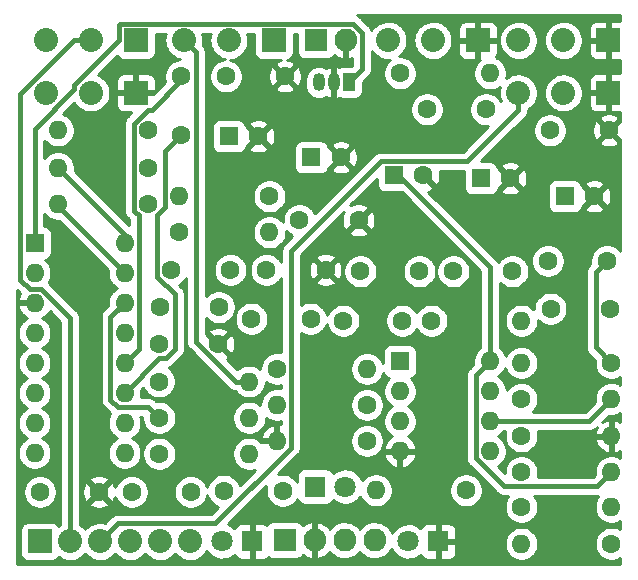
<source format=gbl>
G04 #@! TF.GenerationSoftware,KiCad,Pcbnew,(5.99.0-1153-ge46e2e4e7)*
G04 #@! TF.CreationDate,2020-03-27T11:22:06+02:00*
G04 #@! TF.ProjectId,triton-delay,74726974-6f6e-42d6-9465-6c61792e6b69,rev?*
G04 #@! TF.SameCoordinates,Original*
G04 #@! TF.FileFunction,Copper,L2,Bot*
G04 #@! TF.FilePolarity,Positive*
%FSLAX46Y46*%
G04 Gerber Fmt 4.6, Leading zero omitted, Abs format (unit mm)*
G04 Created by KiCad (PCBNEW (5.99.0-1153-ge46e2e4e7)) date 2020-03-27 11:22:06*
%MOMM*%
%LPD*%
G01*
G04 APERTURE LIST*
G04 #@! TA.AperFunction,ComponentPad*
%ADD10O,1.600000X1.600000*%
G04 #@! TD*
G04 #@! TA.AperFunction,ComponentPad*
%ADD11C,1.600000*%
G04 #@! TD*
G04 #@! TA.AperFunction,ComponentPad*
%ADD12O,2.032000X2.032000*%
G04 #@! TD*
G04 #@! TA.AperFunction,ComponentPad*
%ADD13R,2.032000X2.032000*%
G04 #@! TD*
G04 #@! TA.AperFunction,ComponentPad*
%ADD14O,1.930400X1.930400*%
G04 #@! TD*
G04 #@! TA.AperFunction,ComponentPad*
%ADD15R,1.930400X1.930400*%
G04 #@! TD*
G04 #@! TA.AperFunction,ComponentPad*
%ADD16R,1.050000X1.500000*%
G04 #@! TD*
G04 #@! TA.AperFunction,ComponentPad*
%ADD17O,1.050000X1.500000*%
G04 #@! TD*
G04 #@! TA.AperFunction,ComponentPad*
%ADD18R,1.600000X1.600000*%
G04 #@! TD*
G04 #@! TA.AperFunction,ComponentPad*
%ADD19C,1.800000*%
G04 #@! TD*
G04 #@! TA.AperFunction,ComponentPad*
%ADD20R,1.800000X1.800000*%
G04 #@! TD*
G04 #@! TA.AperFunction,Conductor*
%ADD21C,0.381000*%
G04 #@! TD*
G04 #@! TA.AperFunction,Conductor*
%ADD22C,0.254000*%
G04 #@! TD*
G04 APERTURE END LIST*
D10*
X108458000Y-75819000D03*
D11*
X116078000Y-75819000D03*
D12*
X88900000Y-46355000D03*
X92710000Y-46355000D03*
D13*
X96520000Y-46355000D03*
D12*
X128905000Y-46355000D03*
X132715000Y-46355000D03*
D13*
X136525000Y-46355000D03*
D11*
X111299000Y-65481200D03*
X106299000Y-65481200D03*
X123397000Y-61468000D03*
X128397000Y-61468000D03*
X136622800Y-64617600D03*
X131622800Y-64617600D03*
X115523000Y-61468000D03*
X120523000Y-61468000D03*
D12*
X101092000Y-84328000D03*
X98552000Y-84328000D03*
X96012000Y-84328000D03*
X93472000Y-84328000D03*
X90932000Y-84328000D03*
D13*
X88392000Y-84328000D03*
D14*
X114300000Y-41910000D03*
D15*
X111760000Y-41910000D03*
D10*
X136779000Y-81407000D03*
D11*
X129159000Y-81407000D03*
D10*
X136779000Y-78473300D03*
D11*
X129159000Y-78473300D03*
D10*
X136779000Y-75425300D03*
D11*
X129159000Y-75425300D03*
D10*
X129159000Y-84518500D03*
D11*
X136779000Y-84518500D03*
D10*
X89916000Y-49530000D03*
D11*
X97536000Y-49530000D03*
D10*
X126492000Y-44704000D03*
D11*
X118872000Y-44704000D03*
D10*
X106106600Y-73863200D03*
D11*
X98486600Y-73863200D03*
D10*
X106095800Y-70789800D03*
D11*
X98475800Y-70789800D03*
D10*
X106106600Y-76911200D03*
D11*
X98486600Y-76911200D03*
D10*
X89916000Y-52705000D03*
D11*
X97536000Y-52705000D03*
D10*
X89916000Y-55753000D03*
D11*
X97536000Y-55753000D03*
D10*
X107823000Y-58166000D03*
D11*
X100203000Y-58166000D03*
D10*
X100203000Y-55118000D03*
D11*
X107823000Y-55118000D03*
D10*
X129159000Y-65633600D03*
D11*
X121539000Y-65633600D03*
D10*
X116840000Y-80010000D03*
D11*
X124460000Y-80010000D03*
D10*
X129159000Y-69215000D03*
D11*
X136779000Y-69215000D03*
D10*
X136779000Y-72263000D03*
D11*
X129159000Y-72263000D03*
D10*
X116078000Y-69723000D03*
D11*
X108458000Y-69723000D03*
D10*
X108458000Y-72771000D03*
D11*
X116078000Y-72771000D03*
D12*
X128905000Y-41910000D03*
X132715000Y-41910000D03*
D13*
X136525000Y-41910000D03*
D12*
X117856000Y-41910000D03*
X121666000Y-41910000D03*
D13*
X125476000Y-41910000D03*
D12*
X100584000Y-41910000D03*
X104394000Y-41910000D03*
D13*
X108204000Y-41910000D03*
D12*
X88900000Y-41910000D03*
X92710000Y-41910000D03*
D13*
X96520000Y-41910000D03*
D16*
X114554000Y-45466000D03*
D17*
X112014000Y-45466000D03*
X113284000Y-45466000D03*
D14*
X116738400Y-84226400D03*
X114198400Y-84226400D03*
X111658400Y-84226400D03*
D15*
X109118400Y-84226400D03*
D10*
X126492000Y-69088000D03*
X118872000Y-76708000D03*
X126492000Y-71628000D03*
X118872000Y-74168000D03*
X126492000Y-74168000D03*
X118872000Y-71628000D03*
X126492000Y-76708000D03*
D18*
X118872000Y-69088000D03*
D10*
X95554800Y-59055000D03*
X87934800Y-76835000D03*
X95554800Y-61595000D03*
X87934800Y-74295000D03*
X95554800Y-64135000D03*
X87934800Y-71755000D03*
X95554800Y-66675000D03*
X87934800Y-69215000D03*
X95554800Y-69215000D03*
X87934800Y-66675000D03*
X95554800Y-71755000D03*
X87934800Y-64135000D03*
X95554800Y-74295000D03*
X87934800Y-61595000D03*
X95554800Y-76835000D03*
D18*
X87934800Y-59055000D03*
D19*
X114236500Y-79692500D03*
D20*
X111696500Y-79692500D03*
D19*
X103822500Y-84328000D03*
D20*
X106362500Y-84328000D03*
D19*
X119570500Y-84328000D03*
D20*
X122110500Y-84328000D03*
D11*
X128230000Y-53594000D03*
D18*
X125730000Y-53594000D03*
D11*
X120864000Y-53340000D03*
D18*
X118364000Y-53340000D03*
D11*
X135342000Y-55118000D03*
D18*
X132842000Y-55118000D03*
D11*
X106894000Y-50038000D03*
D18*
X104394000Y-50038000D03*
D11*
X113879000Y-51816000D03*
D18*
X111379000Y-51816000D03*
D11*
X103501200Y-67614800D03*
X98501200Y-67614800D03*
X93392000Y-80137000D03*
X88392000Y-80137000D03*
X96155500Y-80137000D03*
X101155500Y-80137000D03*
X100330000Y-49958000D03*
X100330000Y-44958000D03*
X109140000Y-44958000D03*
X104140000Y-44958000D03*
X126158000Y-47752000D03*
X121158000Y-47752000D03*
X136572000Y-49530000D03*
X131572000Y-49530000D03*
X112569000Y-61341000D03*
X107569000Y-61341000D03*
X98530400Y-64490600D03*
X103530400Y-64490600D03*
X99521000Y-61341000D03*
X104521000Y-61341000D03*
X115363000Y-57150000D03*
X110363000Y-57150000D03*
X131398000Y-60579000D03*
X136398000Y-60579000D03*
X119071400Y-65633600D03*
X114071400Y-65633600D03*
X103940600Y-80035400D03*
X108940600Y-80035400D03*
D21*
X87934800Y-59055000D02*
X87934800Y-49401822D01*
X115655701Y-44364299D02*
X114554000Y-45466000D01*
X87934800Y-49401822D02*
X91303499Y-46033123D01*
X95191599Y-40503499D02*
X114899937Y-40503499D01*
X91303499Y-46033123D02*
X91303499Y-45679879D01*
X91303499Y-45679879D02*
X95113499Y-41869879D01*
X95113499Y-41869879D02*
X95113499Y-40581599D01*
X115655701Y-41259263D02*
X115655701Y-44364299D01*
X95113499Y-40581599D02*
X95191599Y-40503499D01*
X114899937Y-40503499D02*
X115655701Y-41259263D01*
X90932000Y-84328000D02*
X90932000Y-65370258D01*
X90932000Y-65370258D02*
X88506241Y-62944499D01*
X88506241Y-62944499D02*
X87522357Y-62944499D01*
X86744299Y-62166441D02*
X86744299Y-46429079D01*
X87522357Y-62944499D02*
X86744299Y-62166441D01*
X86744299Y-46429079D02*
X91263378Y-41910000D01*
X91263378Y-41910000D02*
X92710000Y-41910000D01*
X128905000Y-46355000D02*
X128905000Y-47791840D01*
X94996000Y-82804000D02*
X93472000Y-84328000D01*
X128905000Y-47791840D02*
X124547341Y-52149499D01*
X124547341Y-52149499D02*
X117251599Y-52149499D01*
X117251599Y-52149499D02*
X109648501Y-59752597D01*
X109648501Y-59752597D02*
X109648501Y-76390441D01*
X109648501Y-76390441D02*
X103234942Y-82804000D01*
X103234942Y-82804000D02*
X94996000Y-82804000D01*
X118364000Y-53340000D02*
X118745000Y-53340000D01*
X126492000Y-61087000D02*
X126492000Y-69088000D01*
X118745000Y-53340000D02*
X126492000Y-61087000D01*
X100584000Y-41910000D02*
X101599999Y-42925999D01*
X101599999Y-67425369D02*
X104964430Y-70789800D01*
X101599999Y-42925999D02*
X101599999Y-67425369D01*
X104964430Y-70789800D02*
X106095800Y-70789800D01*
X95554800Y-71755000D02*
X98504499Y-68805301D01*
X99822000Y-68055942D02*
X99822000Y-63403942D01*
X98504499Y-68805301D02*
X99072641Y-68805301D01*
X99012499Y-51275501D02*
X100330000Y-49958000D01*
X99072641Y-68805301D02*
X99822000Y-68055942D01*
X99822000Y-63403942D02*
X98330499Y-61912441D01*
X98330499Y-61912441D02*
X98330499Y-56720443D01*
X98330499Y-56720443D02*
X99012499Y-56038443D01*
X99012499Y-56038443D02*
X99012499Y-51275501D01*
X95554800Y-69215000D02*
X96745301Y-68024499D01*
X96745301Y-68024499D02*
X96745301Y-56724243D01*
X100330000Y-45279902D02*
X100330000Y-44958000D01*
X96745301Y-56724243D02*
X96345499Y-56324441D01*
X96345499Y-56324441D02*
X96345499Y-48958559D01*
X97542557Y-47761501D02*
X97848401Y-47761501D01*
X96345499Y-48958559D02*
X97542557Y-47761501D01*
X97848401Y-47761501D02*
X100330000Y-45279902D01*
X98486600Y-73863200D02*
X97568901Y-72945501D01*
X97568901Y-72945501D02*
X94983359Y-72945501D01*
X94983359Y-72945501D02*
X94364299Y-72326441D01*
X94364299Y-72326441D02*
X94364299Y-65325501D01*
X94364299Y-65325501D02*
X95554800Y-64135000D01*
X136779000Y-69215000D02*
X135432299Y-67868299D01*
X135432299Y-67868299D02*
X135432299Y-61544701D01*
X135432299Y-61544701D02*
X136398000Y-60579000D01*
X126492000Y-74168000D02*
X134874000Y-74168000D01*
X134874000Y-74168000D02*
X136779000Y-72263000D01*
X126492000Y-69088000D02*
X125301499Y-70278501D01*
X125301499Y-70278501D02*
X125301499Y-77279441D01*
X125301499Y-77279441D02*
X127685859Y-79663801D01*
X127685859Y-79663801D02*
X135588499Y-79663801D01*
X135588499Y-79663801D02*
X136779000Y-78473300D01*
X95554800Y-61595000D02*
X89916000Y-55956200D01*
X89916000Y-55956200D02*
X89916000Y-55753000D01*
X89916000Y-52705000D02*
X95554800Y-58343800D01*
X95554800Y-58343800D02*
X95554800Y-59055000D01*
G36*
X116922163Y-54148258D02*
G01*
X116924319Y-54164634D01*
X116999137Y-54443859D01*
X117011880Y-54468339D01*
X117142990Y-54624590D01*
X117159879Y-54638761D01*
X117334120Y-54739359D01*
X117354837Y-54746900D01*
X117547538Y-54780878D01*
X117558499Y-54781837D01*
X119017992Y-54781837D01*
X125665500Y-61429346D01*
X125665501Y-67910031D01*
X125662119Y-67912399D01*
X125478366Y-68066587D01*
X125470587Y-68074366D01*
X125316399Y-68258119D01*
X125310088Y-68267132D01*
X125190152Y-68474868D01*
X125185502Y-68484840D01*
X125103460Y-68710247D01*
X125100613Y-68720874D01*
X125058959Y-68957103D01*
X125058000Y-68968064D01*
X125058000Y-69207936D01*
X125058959Y-69218897D01*
X125078939Y-69332214D01*
X124782552Y-69628602D01*
X124767996Y-69637786D01*
X124754324Y-69649422D01*
X124698318Y-69712837D01*
X124678343Y-69732812D01*
X124672471Y-69739584D01*
X124659997Y-69756227D01*
X124609612Y-69813278D01*
X124599756Y-69828283D01*
X124589294Y-69850566D01*
X124574531Y-69870264D01*
X124565909Y-69886011D01*
X124539194Y-69957275D01*
X124506767Y-70026342D01*
X124501458Y-70043897D01*
X124497970Y-70067241D01*
X124489172Y-70090709D01*
X124485317Y-70108244D01*
X124478863Y-70195087D01*
X124475692Y-70216306D01*
X124474999Y-70225630D01*
X124474999Y-70247089D01*
X124469117Y-70326249D01*
X124470338Y-70344160D01*
X124474999Y-70365995D01*
X124475000Y-77186846D01*
X124471202Y-77203631D01*
X124469762Y-77221527D01*
X124475000Y-77305952D01*
X124475000Y-77334220D01*
X124475637Y-77343164D01*
X124478587Y-77363754D01*
X124483299Y-77439713D01*
X124486939Y-77457293D01*
X124495298Y-77480447D01*
X124498788Y-77504820D01*
X124503827Y-77522050D01*
X124535326Y-77591326D01*
X124561235Y-77663096D01*
X124569894Y-77679263D01*
X124583935Y-77698238D01*
X124594309Y-77721054D01*
X124603981Y-77736178D01*
X124660826Y-77802150D01*
X124673587Y-77819395D01*
X124679690Y-77826478D01*
X124694856Y-77841643D01*
X124746680Y-77901788D01*
X124760209Y-77913590D01*
X124778951Y-77925738D01*
X127035961Y-80182749D01*
X127045145Y-80197305D01*
X127056780Y-80210976D01*
X127120187Y-80266975D01*
X127140170Y-80286959D01*
X127146945Y-80292833D01*
X127163587Y-80305304D01*
X127220634Y-80355687D01*
X127235640Y-80365544D01*
X127257924Y-80376006D01*
X127277620Y-80390768D01*
X127293368Y-80399390D01*
X127364624Y-80426103D01*
X127433699Y-80458533D01*
X127451253Y-80463841D01*
X127474601Y-80467331D01*
X127498067Y-80476127D01*
X127515600Y-80479982D01*
X127602428Y-80486435D01*
X127623664Y-80489608D01*
X127632987Y-80490301D01*
X127654451Y-80490301D01*
X127733607Y-80496183D01*
X127751519Y-80494962D01*
X127773353Y-80490301D01*
X128056248Y-80490301D01*
X127983399Y-80577119D01*
X127977088Y-80586132D01*
X127857152Y-80793868D01*
X127852502Y-80803840D01*
X127770460Y-81029247D01*
X127767613Y-81039874D01*
X127725959Y-81276103D01*
X127725000Y-81287064D01*
X127725000Y-81526936D01*
X127725959Y-81537897D01*
X127767613Y-81774126D01*
X127770460Y-81784753D01*
X127852502Y-82010160D01*
X127857152Y-82020132D01*
X127977088Y-82227868D01*
X127983399Y-82236881D01*
X128137587Y-82420634D01*
X128145366Y-82428413D01*
X128329119Y-82582601D01*
X128338132Y-82588912D01*
X128545868Y-82708848D01*
X128555840Y-82713498D01*
X128781247Y-82795540D01*
X128791874Y-82798387D01*
X129028103Y-82840041D01*
X129039064Y-82841000D01*
X129278936Y-82841000D01*
X129289897Y-82840041D01*
X129526126Y-82798387D01*
X129536753Y-82795540D01*
X129762160Y-82713498D01*
X129772132Y-82708848D01*
X129979868Y-82588912D01*
X129988881Y-82582601D01*
X130172634Y-82428413D01*
X130180413Y-82420634D01*
X130334601Y-82236881D01*
X130340912Y-82227868D01*
X130460848Y-82020132D01*
X130465498Y-82010160D01*
X130547540Y-81784753D01*
X130550387Y-81774126D01*
X130592041Y-81537897D01*
X130593000Y-81526936D01*
X130593000Y-81287064D01*
X130592041Y-81276103D01*
X130550387Y-81039874D01*
X130547540Y-81029247D01*
X130465498Y-80803840D01*
X130460848Y-80793868D01*
X130340912Y-80586132D01*
X130334601Y-80577119D01*
X130261752Y-80490301D01*
X135495908Y-80490301D01*
X135512689Y-80494098D01*
X135530585Y-80495538D01*
X135614994Y-80490301D01*
X135643277Y-80490301D01*
X135652218Y-80489664D01*
X135672824Y-80486714D01*
X135679612Y-80486292D01*
X135603399Y-80577119D01*
X135597088Y-80586132D01*
X135477152Y-80793868D01*
X135472502Y-80803840D01*
X135390460Y-81029247D01*
X135387613Y-81039874D01*
X135345959Y-81276103D01*
X135345000Y-81287064D01*
X135345000Y-81526936D01*
X135345959Y-81537897D01*
X135387613Y-81774126D01*
X135390460Y-81784753D01*
X135472502Y-82010160D01*
X135477152Y-82020132D01*
X135597088Y-82227868D01*
X135603399Y-82236881D01*
X135757587Y-82420634D01*
X135765366Y-82428413D01*
X135949119Y-82582601D01*
X135958132Y-82588912D01*
X136165868Y-82708848D01*
X136175840Y-82713498D01*
X136401247Y-82795540D01*
X136411874Y-82798387D01*
X136648103Y-82840041D01*
X136659064Y-82841000D01*
X136898936Y-82841000D01*
X136909897Y-82840041D01*
X137146126Y-82798387D01*
X137156753Y-82795540D01*
X137382160Y-82713498D01*
X137392132Y-82708848D01*
X137542001Y-82622321D01*
X137542001Y-83303179D01*
X137392132Y-83216652D01*
X137382160Y-83212002D01*
X137156753Y-83129960D01*
X137146126Y-83127113D01*
X136909897Y-83085459D01*
X136898936Y-83084500D01*
X136659064Y-83084500D01*
X136648103Y-83085459D01*
X136411874Y-83127113D01*
X136401247Y-83129960D01*
X136175840Y-83212002D01*
X136165868Y-83216652D01*
X135958132Y-83336588D01*
X135949119Y-83342899D01*
X135765366Y-83497087D01*
X135757587Y-83504866D01*
X135603399Y-83688619D01*
X135597088Y-83697632D01*
X135477152Y-83905368D01*
X135472502Y-83915340D01*
X135390460Y-84140747D01*
X135387613Y-84151374D01*
X135345959Y-84387603D01*
X135345000Y-84398564D01*
X135345000Y-84638436D01*
X135345959Y-84649397D01*
X135387613Y-84885626D01*
X135390460Y-84896253D01*
X135472502Y-85121660D01*
X135477152Y-85131632D01*
X135597088Y-85339368D01*
X135603399Y-85348381D01*
X135757587Y-85532134D01*
X135765366Y-85539913D01*
X135949119Y-85694101D01*
X135958132Y-85700412D01*
X136165868Y-85820348D01*
X136175840Y-85824998D01*
X136401247Y-85907040D01*
X136411874Y-85909887D01*
X136648103Y-85951541D01*
X136659064Y-85952500D01*
X136898936Y-85952500D01*
X136909897Y-85951541D01*
X137146126Y-85909887D01*
X137156753Y-85907040D01*
X137382160Y-85824998D01*
X137392132Y-85820348D01*
X137542001Y-85733821D01*
X137542001Y-86234000D01*
X86486000Y-86234000D01*
X86486000Y-80017064D01*
X86958000Y-80017064D01*
X86958000Y-80256936D01*
X86958959Y-80267897D01*
X87000613Y-80504126D01*
X87003460Y-80514753D01*
X87085502Y-80740160D01*
X87090152Y-80750132D01*
X87210088Y-80957868D01*
X87216399Y-80966881D01*
X87370587Y-81150634D01*
X87378366Y-81158413D01*
X87562119Y-81312601D01*
X87571132Y-81318912D01*
X87778868Y-81438848D01*
X87788840Y-81443498D01*
X88014247Y-81525540D01*
X88024874Y-81528387D01*
X88261103Y-81570041D01*
X88272064Y-81571000D01*
X88511936Y-81571000D01*
X88522897Y-81570041D01*
X88759126Y-81528387D01*
X88769753Y-81525540D01*
X88995160Y-81443498D01*
X89005132Y-81438848D01*
X89212868Y-81318912D01*
X89221881Y-81312601D01*
X89405634Y-81158413D01*
X89413413Y-81150634D01*
X89567601Y-80966881D01*
X89573912Y-80957868D01*
X89693848Y-80750132D01*
X89698498Y-80740160D01*
X89780540Y-80514753D01*
X89783387Y-80504126D01*
X89825041Y-80267897D01*
X89826000Y-80256936D01*
X89826000Y-80017064D01*
X89825041Y-80006103D01*
X89783387Y-79769874D01*
X89780540Y-79759247D01*
X89698498Y-79533840D01*
X89693848Y-79523868D01*
X89573912Y-79316132D01*
X89567601Y-79307119D01*
X89413413Y-79123366D01*
X89405634Y-79115587D01*
X89221881Y-78961399D01*
X89212868Y-78955088D01*
X89005132Y-78835152D01*
X88995160Y-78830502D01*
X88769753Y-78748460D01*
X88759126Y-78745613D01*
X88522897Y-78703959D01*
X88511936Y-78703000D01*
X88272064Y-78703000D01*
X88261103Y-78703959D01*
X88024874Y-78745613D01*
X88014247Y-78748460D01*
X87788840Y-78830502D01*
X87778868Y-78835152D01*
X87571132Y-78955088D01*
X87562119Y-78961399D01*
X87378366Y-79115587D01*
X87370587Y-79123366D01*
X87216399Y-79307119D01*
X87210088Y-79316132D01*
X87090152Y-79523868D01*
X87085502Y-79533840D01*
X87003460Y-79759247D01*
X87000613Y-79769874D01*
X86958959Y-80006103D01*
X86958000Y-80017064D01*
X86486000Y-80017064D01*
X86486000Y-63076988D01*
X86742001Y-63332990D01*
X86632952Y-63521868D01*
X86628302Y-63531840D01*
X86546260Y-63757247D01*
X86543413Y-63767874D01*
X86517120Y-63916982D01*
X86592654Y-64007000D01*
X88062800Y-64007000D01*
X88062800Y-64263000D01*
X86592654Y-64263000D01*
X86517120Y-64353018D01*
X86543413Y-64502126D01*
X86546260Y-64512753D01*
X86628302Y-64738160D01*
X86632952Y-64748132D01*
X86752888Y-64955868D01*
X86759199Y-64964881D01*
X86913387Y-65148634D01*
X86921166Y-65156413D01*
X87104919Y-65310601D01*
X87113932Y-65316912D01*
X87266505Y-65405000D01*
X87113932Y-65493088D01*
X87104919Y-65499399D01*
X86921166Y-65653587D01*
X86913387Y-65661366D01*
X86759199Y-65845119D01*
X86752888Y-65854132D01*
X86632952Y-66061868D01*
X86628302Y-66071840D01*
X86546260Y-66297247D01*
X86543413Y-66307874D01*
X86501759Y-66544103D01*
X86500800Y-66555064D01*
X86500800Y-66794936D01*
X86501759Y-66805897D01*
X86543413Y-67042126D01*
X86546260Y-67052753D01*
X86628302Y-67278160D01*
X86632952Y-67288132D01*
X86752888Y-67495868D01*
X86759199Y-67504881D01*
X86913387Y-67688634D01*
X86921166Y-67696413D01*
X87104919Y-67850601D01*
X87113932Y-67856912D01*
X87266505Y-67945000D01*
X87113932Y-68033088D01*
X87104919Y-68039399D01*
X86921166Y-68193587D01*
X86913387Y-68201366D01*
X86759199Y-68385119D01*
X86752888Y-68394132D01*
X86632952Y-68601868D01*
X86628302Y-68611840D01*
X86546260Y-68837247D01*
X86543413Y-68847874D01*
X86501759Y-69084103D01*
X86500800Y-69095064D01*
X86500800Y-69334936D01*
X86501759Y-69345897D01*
X86543413Y-69582126D01*
X86546260Y-69592753D01*
X86628302Y-69818160D01*
X86632952Y-69828132D01*
X86752888Y-70035868D01*
X86759199Y-70044881D01*
X86913387Y-70228634D01*
X86921166Y-70236413D01*
X87104919Y-70390601D01*
X87113932Y-70396912D01*
X87266505Y-70485000D01*
X87113932Y-70573088D01*
X87104919Y-70579399D01*
X86921166Y-70733587D01*
X86913387Y-70741366D01*
X86759199Y-70925119D01*
X86752888Y-70934132D01*
X86632952Y-71141868D01*
X86628302Y-71151840D01*
X86546260Y-71377247D01*
X86543413Y-71387874D01*
X86501759Y-71624103D01*
X86500800Y-71635064D01*
X86500800Y-71874936D01*
X86501759Y-71885897D01*
X86543413Y-72122126D01*
X86546260Y-72132753D01*
X86628302Y-72358160D01*
X86632952Y-72368132D01*
X86752888Y-72575868D01*
X86759199Y-72584881D01*
X86913387Y-72768634D01*
X86921166Y-72776413D01*
X87104919Y-72930601D01*
X87113932Y-72936912D01*
X87266505Y-73025000D01*
X87113932Y-73113088D01*
X87104919Y-73119399D01*
X86921166Y-73273587D01*
X86913387Y-73281366D01*
X86759199Y-73465119D01*
X86752888Y-73474132D01*
X86632952Y-73681868D01*
X86628302Y-73691840D01*
X86546260Y-73917247D01*
X86543413Y-73927874D01*
X86501759Y-74164103D01*
X86500800Y-74175064D01*
X86500800Y-74414936D01*
X86501759Y-74425897D01*
X86543413Y-74662126D01*
X86546260Y-74672753D01*
X86628302Y-74898160D01*
X86632952Y-74908132D01*
X86752888Y-75115868D01*
X86759199Y-75124881D01*
X86913387Y-75308634D01*
X86921166Y-75316413D01*
X87104919Y-75470601D01*
X87113932Y-75476912D01*
X87266505Y-75565000D01*
X87113932Y-75653088D01*
X87104919Y-75659399D01*
X86921166Y-75813587D01*
X86913387Y-75821366D01*
X86759199Y-76005119D01*
X86752888Y-76014132D01*
X86632952Y-76221868D01*
X86628302Y-76231840D01*
X86546260Y-76457247D01*
X86543413Y-76467874D01*
X86501759Y-76704103D01*
X86500800Y-76715064D01*
X86500800Y-76954936D01*
X86501759Y-76965897D01*
X86543413Y-77202126D01*
X86546260Y-77212753D01*
X86628302Y-77438160D01*
X86632952Y-77448132D01*
X86752888Y-77655868D01*
X86759199Y-77664881D01*
X86913387Y-77848634D01*
X86921166Y-77856413D01*
X87104919Y-78010601D01*
X87113932Y-78016912D01*
X87321668Y-78136848D01*
X87331640Y-78141498D01*
X87557047Y-78223540D01*
X87567674Y-78226387D01*
X87803903Y-78268041D01*
X87814864Y-78269000D01*
X88054736Y-78269000D01*
X88065697Y-78268041D01*
X88301926Y-78226387D01*
X88312553Y-78223540D01*
X88537960Y-78141498D01*
X88547932Y-78136848D01*
X88755668Y-78016912D01*
X88764681Y-78010601D01*
X88948434Y-77856413D01*
X88956213Y-77848634D01*
X89110401Y-77664881D01*
X89116712Y-77655868D01*
X89236648Y-77448132D01*
X89241298Y-77438160D01*
X89323340Y-77212753D01*
X89326187Y-77202126D01*
X89367841Y-76965897D01*
X89368800Y-76954936D01*
X89368800Y-76715064D01*
X89367841Y-76704103D01*
X89326187Y-76467874D01*
X89323340Y-76457247D01*
X89241298Y-76231840D01*
X89236648Y-76221868D01*
X89116712Y-76014132D01*
X89110401Y-76005119D01*
X88956213Y-75821366D01*
X88948434Y-75813587D01*
X88764681Y-75659399D01*
X88755668Y-75653088D01*
X88603095Y-75565000D01*
X88755668Y-75476912D01*
X88764681Y-75470601D01*
X88948434Y-75316413D01*
X88956213Y-75308634D01*
X89110401Y-75124881D01*
X89116712Y-75115868D01*
X89236648Y-74908132D01*
X89241298Y-74898160D01*
X89323340Y-74672753D01*
X89326187Y-74662126D01*
X89367841Y-74425897D01*
X89368800Y-74414936D01*
X89368800Y-74175064D01*
X89367841Y-74164103D01*
X89326187Y-73927874D01*
X89323340Y-73917247D01*
X89241298Y-73691840D01*
X89236648Y-73681868D01*
X89116712Y-73474132D01*
X89110401Y-73465119D01*
X88956213Y-73281366D01*
X88948434Y-73273587D01*
X88764681Y-73119399D01*
X88755668Y-73113088D01*
X88603095Y-73025000D01*
X88755668Y-72936912D01*
X88764681Y-72930601D01*
X88948434Y-72776413D01*
X88956213Y-72768634D01*
X89110401Y-72584881D01*
X89116712Y-72575868D01*
X89236648Y-72368132D01*
X89241298Y-72358160D01*
X89323340Y-72132753D01*
X89326187Y-72122126D01*
X89367841Y-71885897D01*
X89368800Y-71874936D01*
X89368800Y-71635064D01*
X89367841Y-71624103D01*
X89326187Y-71387874D01*
X89323340Y-71377247D01*
X89241298Y-71151840D01*
X89236648Y-71141868D01*
X89116712Y-70934132D01*
X89110401Y-70925119D01*
X88956213Y-70741366D01*
X88948434Y-70733587D01*
X88764681Y-70579399D01*
X88755668Y-70573088D01*
X88603095Y-70485000D01*
X88755668Y-70396912D01*
X88764681Y-70390601D01*
X88948434Y-70236413D01*
X88956213Y-70228634D01*
X89110401Y-70044881D01*
X89116712Y-70035868D01*
X89236648Y-69828132D01*
X89241298Y-69818160D01*
X89323340Y-69592753D01*
X89326187Y-69582126D01*
X89367841Y-69345897D01*
X89368800Y-69334936D01*
X89368800Y-69095064D01*
X89367841Y-69084103D01*
X89326187Y-68847874D01*
X89323340Y-68837247D01*
X89241298Y-68611840D01*
X89236648Y-68601868D01*
X89116712Y-68394132D01*
X89110401Y-68385119D01*
X88956213Y-68201366D01*
X88948434Y-68193587D01*
X88764681Y-68039399D01*
X88755668Y-68033088D01*
X88603095Y-67945000D01*
X88755668Y-67856912D01*
X88764681Y-67850601D01*
X88948434Y-67696413D01*
X88956213Y-67688634D01*
X89110401Y-67504881D01*
X89116712Y-67495868D01*
X89236648Y-67288132D01*
X89241298Y-67278160D01*
X89323340Y-67052753D01*
X89326187Y-67042126D01*
X89367841Y-66805897D01*
X89368800Y-66794936D01*
X89368800Y-66555064D01*
X89367841Y-66544103D01*
X89326187Y-66307874D01*
X89323340Y-66297247D01*
X89241298Y-66071840D01*
X89236648Y-66061868D01*
X89116712Y-65854132D01*
X89110401Y-65845119D01*
X88956213Y-65661366D01*
X88948434Y-65653587D01*
X88764681Y-65499399D01*
X88755668Y-65493088D01*
X88603095Y-65405000D01*
X88755668Y-65316912D01*
X88764681Y-65310601D01*
X88948434Y-65156413D01*
X88956213Y-65148634D01*
X89110401Y-64964881D01*
X89116712Y-64955868D01*
X89201649Y-64808752D01*
X90105501Y-65712605D01*
X90105500Y-82899827D01*
X90005962Y-82956372D01*
X89997591Y-82962062D01*
X89963249Y-82989674D01*
X89960120Y-82983662D01*
X89829010Y-82827410D01*
X89812121Y-82813239D01*
X89637880Y-82712641D01*
X89617163Y-82705100D01*
X89424462Y-82671122D01*
X89413501Y-82670163D01*
X87367742Y-82670163D01*
X87351366Y-82672319D01*
X87072142Y-82747137D01*
X87047662Y-82759880D01*
X86891410Y-82890990D01*
X86877239Y-82907879D01*
X86776641Y-83082120D01*
X86769100Y-83102837D01*
X86735122Y-83295538D01*
X86734163Y-83306499D01*
X86734163Y-85352258D01*
X86736319Y-85368634D01*
X86811137Y-85647859D01*
X86823880Y-85672339D01*
X86954990Y-85828590D01*
X86971879Y-85842761D01*
X87146120Y-85943359D01*
X87166837Y-85950900D01*
X87359538Y-85984878D01*
X87370499Y-85985837D01*
X89416258Y-85985837D01*
X89432634Y-85983681D01*
X89711859Y-85908863D01*
X89736339Y-85896120D01*
X89892590Y-85765010D01*
X89906761Y-85748121D01*
X89955936Y-85662948D01*
X89969190Y-85674070D01*
X89977440Y-85679933D01*
X90196787Y-85810689D01*
X90205868Y-85815158D01*
X90443297Y-85909164D01*
X90452977Y-85912123D01*
X90702383Y-85966958D01*
X90712411Y-85968332D01*
X90967375Y-85982587D01*
X90977494Y-85982340D01*
X91231458Y-85955647D01*
X91241406Y-85953785D01*
X91487836Y-85886831D01*
X91497358Y-85883403D01*
X91729913Y-85777912D01*
X91738765Y-85773005D01*
X91951463Y-85631688D01*
X91959416Y-85625429D01*
X92146784Y-85451925D01*
X92153635Y-85444475D01*
X92202270Y-85382225D01*
X92306364Y-85502819D01*
X92313570Y-85509926D01*
X92509190Y-85674070D01*
X92517440Y-85679933D01*
X92736787Y-85810689D01*
X92745868Y-85815158D01*
X92983297Y-85909164D01*
X92992977Y-85912123D01*
X93242383Y-85966958D01*
X93252411Y-85968332D01*
X93507375Y-85982587D01*
X93517494Y-85982340D01*
X93771458Y-85955647D01*
X93781406Y-85953785D01*
X94027836Y-85886831D01*
X94037358Y-85883403D01*
X94269913Y-85777912D01*
X94278765Y-85773005D01*
X94491463Y-85631688D01*
X94499416Y-85625429D01*
X94686784Y-85451925D01*
X94693635Y-85444475D01*
X94742270Y-85382225D01*
X94846364Y-85502819D01*
X94853570Y-85509926D01*
X95049190Y-85674070D01*
X95057440Y-85679933D01*
X95276787Y-85810689D01*
X95285868Y-85815158D01*
X95523297Y-85909164D01*
X95532977Y-85912123D01*
X95782383Y-85966958D01*
X95792411Y-85968332D01*
X96047375Y-85982587D01*
X96057494Y-85982340D01*
X96311458Y-85955647D01*
X96321406Y-85953785D01*
X96567836Y-85886831D01*
X96577358Y-85883403D01*
X96809913Y-85777912D01*
X96818765Y-85773005D01*
X97031463Y-85631688D01*
X97039416Y-85625429D01*
X97226784Y-85451925D01*
X97233635Y-85444475D01*
X97282270Y-85382225D01*
X97386364Y-85502819D01*
X97393570Y-85509926D01*
X97589190Y-85674070D01*
X97597440Y-85679933D01*
X97816787Y-85810689D01*
X97825868Y-85815158D01*
X98063297Y-85909164D01*
X98072977Y-85912123D01*
X98322383Y-85966958D01*
X98332411Y-85968332D01*
X98587375Y-85982587D01*
X98597494Y-85982340D01*
X98851458Y-85955647D01*
X98861406Y-85953785D01*
X99107836Y-85886831D01*
X99117358Y-85883403D01*
X99349913Y-85777912D01*
X99358765Y-85773005D01*
X99571463Y-85631688D01*
X99579416Y-85625429D01*
X99766784Y-85451925D01*
X99773635Y-85444475D01*
X99822270Y-85382225D01*
X99926364Y-85502819D01*
X99933570Y-85509926D01*
X100129190Y-85674070D01*
X100137440Y-85679933D01*
X100356787Y-85810689D01*
X100365868Y-85815158D01*
X100603297Y-85909164D01*
X100612977Y-85912123D01*
X100862383Y-85966958D01*
X100872411Y-85968332D01*
X101127375Y-85982587D01*
X101137494Y-85982340D01*
X101391458Y-85955647D01*
X101401406Y-85953785D01*
X101647836Y-85886831D01*
X101657358Y-85883403D01*
X101889913Y-85777912D01*
X101898765Y-85773005D01*
X102111463Y-85631688D01*
X102119416Y-85625429D01*
X102306784Y-85451926D01*
X102313635Y-85444475D01*
X102470851Y-85243246D01*
X102476423Y-85234797D01*
X102524846Y-85146715D01*
X102610523Y-85276650D01*
X102617130Y-85285031D01*
X102787687Y-85467294D01*
X102795612Y-85474442D01*
X102994441Y-85625361D01*
X103003457Y-85631071D01*
X103224871Y-85746332D01*
X103234720Y-85750442D01*
X103472389Y-85826749D01*
X103482790Y-85829140D01*
X103729917Y-85864312D01*
X103740572Y-85864917D01*
X103990093Y-85857948D01*
X104000698Y-85856749D01*
X104245477Y-85807837D01*
X104255728Y-85804868D01*
X104488767Y-85715413D01*
X104498371Y-85710760D01*
X104713006Y-85583319D01*
X104721688Y-85577114D01*
X104874838Y-85446773D01*
X104897637Y-85531859D01*
X104910380Y-85556339D01*
X105041490Y-85712590D01*
X105058379Y-85726761D01*
X105232620Y-85827359D01*
X105253337Y-85834900D01*
X105446038Y-85868878D01*
X105456999Y-85869837D01*
X106160691Y-85869837D01*
X106234500Y-85796028D01*
X106234501Y-84529808D01*
X106234500Y-84529807D01*
X106234500Y-84126192D01*
X106490499Y-84126192D01*
X106490500Y-84126193D01*
X106490499Y-85796028D01*
X106564308Y-85869837D01*
X107270758Y-85869837D01*
X107287134Y-85867681D01*
X107566359Y-85792863D01*
X107590839Y-85780120D01*
X107724963Y-85667577D01*
X107732190Y-85676190D01*
X107749079Y-85690362D01*
X107923320Y-85790959D01*
X107944037Y-85798500D01*
X108136738Y-85832478D01*
X108147699Y-85833437D01*
X110091858Y-85833437D01*
X110108234Y-85831281D01*
X110387459Y-85756463D01*
X110411939Y-85743720D01*
X110568190Y-85612610D01*
X110582361Y-85595721D01*
X110652425Y-85474366D01*
X110844548Y-85608892D01*
X110853477Y-85614110D01*
X111081273Y-85723251D01*
X111090935Y-85726940D01*
X111333498Y-85797412D01*
X111343632Y-85799473D01*
X111445709Y-85811646D01*
X111530400Y-85736454D01*
X111530400Y-82714861D01*
X111786400Y-82714861D01*
X111786400Y-85738701D01*
X111879812Y-85814344D01*
X112114445Y-85764470D01*
X112124350Y-85761499D01*
X112359528Y-85669333D01*
X112368815Y-85664784D01*
X112585782Y-85535446D01*
X112594201Y-85529441D01*
X112787130Y-85366403D01*
X112794455Y-85359103D01*
X112929460Y-85200473D01*
X112982438Y-85272858D01*
X112989209Y-85280675D01*
X113169680Y-85457404D01*
X113177637Y-85464010D01*
X113384548Y-85608892D01*
X113393477Y-85614110D01*
X113621273Y-85723251D01*
X113630935Y-85726940D01*
X113873498Y-85797412D01*
X113883632Y-85799473D01*
X114134448Y-85829381D01*
X114144782Y-85829760D01*
X114397114Y-85818302D01*
X114407372Y-85816988D01*
X114654445Y-85764470D01*
X114664350Y-85761499D01*
X114899528Y-85669333D01*
X114908815Y-85664784D01*
X115125782Y-85535446D01*
X115134201Y-85529441D01*
X115327130Y-85366403D01*
X115334455Y-85359103D01*
X115469460Y-85200473D01*
X115522438Y-85272858D01*
X115529209Y-85280675D01*
X115709680Y-85457404D01*
X115717637Y-85464010D01*
X115924548Y-85608892D01*
X115933477Y-85614110D01*
X116161273Y-85723251D01*
X116170935Y-85726940D01*
X116413498Y-85797412D01*
X116423632Y-85799473D01*
X116674448Y-85829381D01*
X116684782Y-85829760D01*
X116937114Y-85818302D01*
X116947372Y-85816988D01*
X117194445Y-85764470D01*
X117204350Y-85761499D01*
X117439528Y-85669333D01*
X117448815Y-85664784D01*
X117665782Y-85535446D01*
X117674201Y-85529441D01*
X117867130Y-85366403D01*
X117874455Y-85359103D01*
X118038166Y-85166744D01*
X118044201Y-85158346D01*
X118168710Y-84951126D01*
X118216012Y-85058884D01*
X118221113Y-85068258D01*
X118358523Y-85276650D01*
X118365130Y-85285031D01*
X118535687Y-85467294D01*
X118543612Y-85474442D01*
X118742441Y-85625361D01*
X118751457Y-85631071D01*
X118972871Y-85746332D01*
X118982720Y-85750442D01*
X119220389Y-85826749D01*
X119230790Y-85829140D01*
X119477917Y-85864312D01*
X119488572Y-85864917D01*
X119738093Y-85857948D01*
X119748698Y-85856749D01*
X119993477Y-85807837D01*
X120003728Y-85804868D01*
X120236767Y-85715413D01*
X120246371Y-85710760D01*
X120461006Y-85583319D01*
X120469688Y-85577114D01*
X120622838Y-85446773D01*
X120645637Y-85531859D01*
X120658380Y-85556339D01*
X120789490Y-85712590D01*
X120806379Y-85726761D01*
X120980620Y-85827359D01*
X121001337Y-85834900D01*
X121194038Y-85868878D01*
X121204999Y-85869837D01*
X121908691Y-85869837D01*
X121982500Y-85796028D01*
X122238499Y-85796028D01*
X122312308Y-85869837D01*
X123018758Y-85869837D01*
X123035134Y-85867681D01*
X123314359Y-85792863D01*
X123338839Y-85780120D01*
X123495090Y-85649010D01*
X123509261Y-85632121D01*
X123609859Y-85457880D01*
X123617400Y-85437163D01*
X123651378Y-85244462D01*
X123652337Y-85233501D01*
X123652337Y-84529809D01*
X123578528Y-84456000D01*
X122312309Y-84455999D01*
X122238500Y-84529808D01*
X122238499Y-85796028D01*
X121982500Y-85796028D01*
X121982501Y-84529808D01*
X121982500Y-84529807D01*
X121982500Y-84398564D01*
X127725000Y-84398564D01*
X127725000Y-84638436D01*
X127725959Y-84649397D01*
X127767613Y-84885626D01*
X127770460Y-84896253D01*
X127852502Y-85121660D01*
X127857152Y-85131632D01*
X127977088Y-85339368D01*
X127983399Y-85348381D01*
X128137587Y-85532134D01*
X128145366Y-85539913D01*
X128329119Y-85694101D01*
X128338132Y-85700412D01*
X128545868Y-85820348D01*
X128555840Y-85824998D01*
X128781247Y-85907040D01*
X128791874Y-85909887D01*
X129028103Y-85951541D01*
X129039064Y-85952500D01*
X129278936Y-85952500D01*
X129289897Y-85951541D01*
X129526126Y-85909887D01*
X129536753Y-85907040D01*
X129762160Y-85824998D01*
X129772132Y-85820348D01*
X129979868Y-85700412D01*
X129988881Y-85694101D01*
X130172634Y-85539913D01*
X130180413Y-85532134D01*
X130334601Y-85348381D01*
X130340912Y-85339368D01*
X130460848Y-85131632D01*
X130465498Y-85121660D01*
X130547540Y-84896253D01*
X130550387Y-84885626D01*
X130592041Y-84649397D01*
X130593000Y-84638436D01*
X130593000Y-84398564D01*
X130592041Y-84387603D01*
X130550387Y-84151374D01*
X130547540Y-84140747D01*
X130465498Y-83915340D01*
X130460848Y-83905368D01*
X130340912Y-83697632D01*
X130334601Y-83688619D01*
X130180413Y-83504866D01*
X130172634Y-83497087D01*
X129988881Y-83342899D01*
X129979868Y-83336588D01*
X129772132Y-83216652D01*
X129762160Y-83212002D01*
X129536753Y-83129960D01*
X129526126Y-83127113D01*
X129289897Y-83085459D01*
X129278936Y-83084500D01*
X129039064Y-83084500D01*
X129028103Y-83085459D01*
X128791874Y-83127113D01*
X128781247Y-83129960D01*
X128555840Y-83212002D01*
X128545868Y-83216652D01*
X128338132Y-83336588D01*
X128329119Y-83342899D01*
X128145366Y-83497087D01*
X128137587Y-83504866D01*
X127983399Y-83688619D01*
X127977088Y-83697632D01*
X127857152Y-83905368D01*
X127852502Y-83915340D01*
X127770460Y-84140747D01*
X127767613Y-84151374D01*
X127725959Y-84387603D01*
X127725000Y-84398564D01*
X121982500Y-84398564D01*
X121982500Y-84126191D01*
X122238499Y-84126191D01*
X122312308Y-84200000D01*
X123578528Y-84200001D01*
X123652337Y-84126192D01*
X123652337Y-83419742D01*
X123650181Y-83403366D01*
X123575363Y-83124142D01*
X123562620Y-83099662D01*
X123431510Y-82943410D01*
X123414621Y-82929239D01*
X123240380Y-82828641D01*
X123219663Y-82821100D01*
X123026962Y-82787122D01*
X123016001Y-82786163D01*
X122312309Y-82786163D01*
X122238500Y-82859972D01*
X122238499Y-84126191D01*
X121982500Y-84126191D01*
X121982501Y-82859972D01*
X121908692Y-82786163D01*
X121202242Y-82786163D01*
X121185866Y-82788319D01*
X120906642Y-82863137D01*
X120882162Y-82875880D01*
X120725910Y-83006990D01*
X120711739Y-83023879D01*
X120611141Y-83198120D01*
X120610498Y-83199886D01*
X120493503Y-83096378D01*
X120484940Y-83090007D01*
X120272791Y-82958470D01*
X120263278Y-82953633D01*
X120032000Y-82859721D01*
X120021808Y-82856556D01*
X119778013Y-82802954D01*
X119767434Y-82801552D01*
X119518092Y-82789794D01*
X119507428Y-82790194D01*
X119259670Y-82820614D01*
X119249225Y-82822806D01*
X119010135Y-82894537D01*
X119000209Y-82898457D01*
X118776623Y-83009446D01*
X118767500Y-83014982D01*
X118565811Y-83162056D01*
X118557750Y-83169051D01*
X118383725Y-83348005D01*
X118376959Y-83356257D01*
X118235573Y-83561974D01*
X118230293Y-83571249D01*
X118215601Y-83603046D01*
X118211653Y-83591450D01*
X118207530Y-83581966D01*
X118088167Y-83359355D01*
X118082549Y-83350671D01*
X117928431Y-83150546D01*
X117921472Y-83142897D01*
X117736737Y-82970629D01*
X117728621Y-82964219D01*
X117518232Y-82824436D01*
X117509178Y-82819438D01*
X117278783Y-82715895D01*
X117269034Y-82712443D01*
X117024823Y-82647919D01*
X117014642Y-82646106D01*
X116763170Y-82622335D01*
X116752829Y-82622208D01*
X116500851Y-82639829D01*
X116490629Y-82641393D01*
X116244913Y-82699931D01*
X116235083Y-82703143D01*
X116002227Y-82801027D01*
X115993054Y-82805802D01*
X115779312Y-82940403D01*
X115771042Y-82946612D01*
X115582154Y-83114314D01*
X115575009Y-83121791D01*
X115468027Y-83253903D01*
X115388431Y-83150546D01*
X115381472Y-83142897D01*
X115196737Y-82970629D01*
X115188621Y-82964219D01*
X114978232Y-82824436D01*
X114969178Y-82819438D01*
X114738783Y-82715895D01*
X114729034Y-82712443D01*
X114484823Y-82647919D01*
X114474642Y-82646106D01*
X114223170Y-82622335D01*
X114212829Y-82622208D01*
X113960851Y-82639829D01*
X113950629Y-82641393D01*
X113704913Y-82699931D01*
X113695083Y-82703143D01*
X113462227Y-82801027D01*
X113453054Y-82805802D01*
X113239312Y-82940403D01*
X113231042Y-82946612D01*
X113042154Y-83114314D01*
X113035009Y-83121791D01*
X112928027Y-83253903D01*
X112848431Y-83150546D01*
X112841472Y-83142897D01*
X112656737Y-82970629D01*
X112648621Y-82964219D01*
X112438232Y-82824436D01*
X112429178Y-82819438D01*
X112198783Y-82715895D01*
X112189034Y-82712443D01*
X111944823Y-82647919D01*
X111934642Y-82646106D01*
X111868802Y-82639882D01*
X111786400Y-82714861D01*
X111530400Y-82714861D01*
X111530400Y-82711357D01*
X111434584Y-82635686D01*
X111164913Y-82699931D01*
X111155083Y-82703143D01*
X110922227Y-82801027D01*
X110913054Y-82805802D01*
X110699312Y-82940403D01*
X110691042Y-82946612D01*
X110654323Y-82979212D01*
X110648463Y-82957342D01*
X110635720Y-82932862D01*
X110504610Y-82776610D01*
X110487721Y-82762439D01*
X110313480Y-82661841D01*
X110292763Y-82654300D01*
X110100062Y-82620322D01*
X110089101Y-82619363D01*
X108144942Y-82619363D01*
X108128566Y-82621519D01*
X107849342Y-82696337D01*
X107824862Y-82709080D01*
X107668610Y-82840190D01*
X107654439Y-82857079D01*
X107626238Y-82905924D01*
X107492380Y-82828641D01*
X107471663Y-82821100D01*
X107278962Y-82787122D01*
X107268001Y-82786163D01*
X106564309Y-82786163D01*
X106490500Y-82859972D01*
X106490499Y-84126192D01*
X106234500Y-84126192D01*
X106234501Y-82859972D01*
X106160692Y-82786163D01*
X105454242Y-82786163D01*
X105437866Y-82788319D01*
X105158642Y-82863137D01*
X105134162Y-82875880D01*
X104977910Y-83006990D01*
X104963739Y-83023879D01*
X104863141Y-83198120D01*
X104862498Y-83199886D01*
X104745503Y-83096378D01*
X104736940Y-83090007D01*
X104524791Y-82958470D01*
X104515278Y-82953633D01*
X104329565Y-82878223D01*
X107553158Y-79654630D01*
X107552060Y-79657647D01*
X107549213Y-79668274D01*
X107507559Y-79904503D01*
X107506600Y-79915464D01*
X107506600Y-80155336D01*
X107507559Y-80166297D01*
X107549213Y-80402526D01*
X107552060Y-80413153D01*
X107634102Y-80638560D01*
X107638752Y-80648532D01*
X107758688Y-80856268D01*
X107764999Y-80865281D01*
X107919187Y-81049034D01*
X107926966Y-81056813D01*
X108110719Y-81211001D01*
X108119732Y-81217312D01*
X108327468Y-81337248D01*
X108337440Y-81341898D01*
X108562847Y-81423940D01*
X108573474Y-81426787D01*
X108809703Y-81468441D01*
X108820664Y-81469400D01*
X109060536Y-81469400D01*
X109071497Y-81468441D01*
X109307726Y-81426787D01*
X109318353Y-81423940D01*
X109543760Y-81341898D01*
X109553732Y-81337248D01*
X109761468Y-81217312D01*
X109770481Y-81211001D01*
X109954234Y-81056813D01*
X109962013Y-81049034D01*
X110116201Y-80865281D01*
X110122512Y-80856268D01*
X110189709Y-80739880D01*
X110231637Y-80896359D01*
X110244380Y-80920839D01*
X110375490Y-81077090D01*
X110392379Y-81091261D01*
X110566620Y-81191859D01*
X110587337Y-81199400D01*
X110780038Y-81233378D01*
X110790999Y-81234337D01*
X112604758Y-81234337D01*
X112621134Y-81232181D01*
X112900359Y-81157363D01*
X112924839Y-81144620D01*
X113081090Y-81013510D01*
X113095261Y-80996621D01*
X113194721Y-80824350D01*
X113201687Y-80831794D01*
X113209612Y-80838942D01*
X113408441Y-80989861D01*
X113417457Y-80995571D01*
X113638871Y-81110832D01*
X113648720Y-81114942D01*
X113886389Y-81191249D01*
X113896790Y-81193640D01*
X114143917Y-81228812D01*
X114154572Y-81229417D01*
X114404093Y-81222448D01*
X114414698Y-81221249D01*
X114659477Y-81172337D01*
X114669728Y-81169368D01*
X114902767Y-81079913D01*
X114912371Y-81075260D01*
X115127006Y-80947819D01*
X115135688Y-80941614D01*
X115325783Y-80779831D01*
X115333296Y-80772252D01*
X115493414Y-80580754D01*
X115499542Y-80572017D01*
X115511223Y-80551948D01*
X115533502Y-80613160D01*
X115538152Y-80623132D01*
X115658088Y-80830868D01*
X115664399Y-80839881D01*
X115818587Y-81023634D01*
X115826366Y-81031413D01*
X116010119Y-81185601D01*
X116019132Y-81191912D01*
X116226868Y-81311848D01*
X116236840Y-81316498D01*
X116462247Y-81398540D01*
X116472874Y-81401387D01*
X116709103Y-81443041D01*
X116720064Y-81444000D01*
X116959936Y-81444000D01*
X116970897Y-81443041D01*
X117207126Y-81401387D01*
X117217753Y-81398540D01*
X117443160Y-81316498D01*
X117453132Y-81311848D01*
X117660868Y-81191912D01*
X117669881Y-81185601D01*
X117853634Y-81031413D01*
X117861413Y-81023634D01*
X118015601Y-80839881D01*
X118021912Y-80830868D01*
X118141848Y-80623132D01*
X118146498Y-80613160D01*
X118228540Y-80387753D01*
X118231387Y-80377126D01*
X118273041Y-80140897D01*
X118274000Y-80129936D01*
X118274000Y-79890064D01*
X123026000Y-79890064D01*
X123026000Y-80129936D01*
X123026959Y-80140897D01*
X123068613Y-80377126D01*
X123071460Y-80387753D01*
X123153502Y-80613160D01*
X123158152Y-80623132D01*
X123278088Y-80830868D01*
X123284399Y-80839881D01*
X123438587Y-81023634D01*
X123446366Y-81031413D01*
X123630119Y-81185601D01*
X123639132Y-81191912D01*
X123846868Y-81311848D01*
X123856840Y-81316498D01*
X124082247Y-81398540D01*
X124092874Y-81401387D01*
X124329103Y-81443041D01*
X124340064Y-81444000D01*
X124579936Y-81444000D01*
X124590897Y-81443041D01*
X124827126Y-81401387D01*
X124837753Y-81398540D01*
X125063160Y-81316498D01*
X125073132Y-81311848D01*
X125280868Y-81191912D01*
X125289881Y-81185601D01*
X125473634Y-81031413D01*
X125481413Y-81023634D01*
X125635601Y-80839881D01*
X125641912Y-80830868D01*
X125761848Y-80623132D01*
X125766498Y-80613160D01*
X125848540Y-80387753D01*
X125851387Y-80377126D01*
X125893041Y-80140897D01*
X125894000Y-80129936D01*
X125894000Y-79890064D01*
X125893041Y-79879103D01*
X125851387Y-79642874D01*
X125848540Y-79632247D01*
X125766498Y-79406840D01*
X125761848Y-79396868D01*
X125641912Y-79189132D01*
X125635601Y-79180119D01*
X125481413Y-78996366D01*
X125473634Y-78988587D01*
X125289881Y-78834399D01*
X125280868Y-78828088D01*
X125073132Y-78708152D01*
X125063160Y-78703502D01*
X124837753Y-78621460D01*
X124827126Y-78618613D01*
X124590897Y-78576959D01*
X124579936Y-78576000D01*
X124340064Y-78576000D01*
X124329103Y-78576959D01*
X124092874Y-78618613D01*
X124082247Y-78621460D01*
X123856840Y-78703502D01*
X123846868Y-78708152D01*
X123639132Y-78828088D01*
X123630119Y-78834399D01*
X123446366Y-78988587D01*
X123438587Y-78996366D01*
X123284399Y-79180119D01*
X123278088Y-79189132D01*
X123158152Y-79396868D01*
X123153502Y-79406840D01*
X123071460Y-79632247D01*
X123068613Y-79642874D01*
X123026959Y-79879103D01*
X123026000Y-79890064D01*
X118274000Y-79890064D01*
X118273041Y-79879103D01*
X118231387Y-79642874D01*
X118228540Y-79632247D01*
X118146498Y-79406840D01*
X118141848Y-79396868D01*
X118021912Y-79189132D01*
X118015601Y-79180119D01*
X117861413Y-78996366D01*
X117853634Y-78988587D01*
X117669881Y-78834399D01*
X117660868Y-78828088D01*
X117453132Y-78708152D01*
X117443160Y-78703502D01*
X117217753Y-78621460D01*
X117207126Y-78618613D01*
X116970897Y-78576959D01*
X116959936Y-78576000D01*
X116720064Y-78576000D01*
X116709103Y-78576959D01*
X116472874Y-78618613D01*
X116462247Y-78621460D01*
X116236840Y-78703502D01*
X116226868Y-78708152D01*
X116019132Y-78828088D01*
X116010119Y-78834399D01*
X115826366Y-78988587D01*
X115818587Y-78996366D01*
X115677102Y-79164980D01*
X115641976Y-79065232D01*
X115637592Y-79055501D01*
X115516194Y-78837392D01*
X115510234Y-78828539D01*
X115353822Y-78634002D01*
X115346456Y-78626280D01*
X115159503Y-78460878D01*
X115150940Y-78454507D01*
X114938791Y-78322970D01*
X114929278Y-78318133D01*
X114698000Y-78224221D01*
X114687808Y-78221056D01*
X114444013Y-78167454D01*
X114433434Y-78166052D01*
X114184092Y-78154294D01*
X114173428Y-78154694D01*
X113925670Y-78185114D01*
X113915225Y-78187306D01*
X113676135Y-78259037D01*
X113666209Y-78262957D01*
X113442623Y-78373946D01*
X113433500Y-78379482D01*
X113231811Y-78526556D01*
X113223750Y-78533551D01*
X113184274Y-78574145D01*
X113161363Y-78488642D01*
X113148620Y-78464162D01*
X113017510Y-78307910D01*
X113000621Y-78293739D01*
X112826380Y-78193141D01*
X112805663Y-78185600D01*
X112612962Y-78151622D01*
X112602001Y-78150663D01*
X110788242Y-78150663D01*
X110771866Y-78152819D01*
X110492642Y-78227637D01*
X110468162Y-78240380D01*
X110311910Y-78371490D01*
X110297739Y-78388379D01*
X110197141Y-78562620D01*
X110189600Y-78583337D01*
X110155622Y-78776038D01*
X110154663Y-78786999D01*
X110154663Y-79270219D01*
X110122512Y-79214532D01*
X110116201Y-79205519D01*
X109962013Y-79021766D01*
X109954234Y-79013987D01*
X109770481Y-78859799D01*
X109761468Y-78853488D01*
X109553732Y-78733552D01*
X109543760Y-78728902D01*
X109318353Y-78646860D01*
X109307726Y-78644013D01*
X109071497Y-78602359D01*
X109060536Y-78601400D01*
X108820664Y-78601400D01*
X108809703Y-78602359D01*
X108573474Y-78644013D01*
X108562847Y-78646860D01*
X108559830Y-78647958D01*
X110167449Y-77040339D01*
X110182005Y-77031155D01*
X110195676Y-77019520D01*
X110251675Y-76956113D01*
X110271659Y-76936130D01*
X110277532Y-76929356D01*
X110290009Y-76912708D01*
X110340387Y-76855666D01*
X110350244Y-76840661D01*
X110360706Y-76818378D01*
X110375470Y-76798679D01*
X110384091Y-76782931D01*
X110410804Y-76711673D01*
X110443233Y-76642602D01*
X110448541Y-76625048D01*
X110452031Y-76601698D01*
X110460828Y-76578232D01*
X110464682Y-76560699D01*
X110471135Y-76473872D01*
X110474308Y-76452636D01*
X110475001Y-76443313D01*
X110475001Y-76421849D01*
X110480883Y-76342693D01*
X110479662Y-76324782D01*
X110475001Y-76302947D01*
X110475001Y-75699064D01*
X114644000Y-75699064D01*
X114644000Y-75938936D01*
X114644959Y-75949897D01*
X114686613Y-76186126D01*
X114689460Y-76196753D01*
X114771502Y-76422160D01*
X114776152Y-76432132D01*
X114896088Y-76639868D01*
X114902399Y-76648881D01*
X115056587Y-76832634D01*
X115064366Y-76840413D01*
X115248119Y-76994601D01*
X115257132Y-77000912D01*
X115464868Y-77120848D01*
X115474840Y-77125498D01*
X115700247Y-77207540D01*
X115710874Y-77210387D01*
X115947103Y-77252041D01*
X115958064Y-77253000D01*
X116197936Y-77253000D01*
X116208897Y-77252041D01*
X116445126Y-77210387D01*
X116455753Y-77207540D01*
X116681160Y-77125498D01*
X116691132Y-77120848D01*
X116898868Y-77000912D01*
X116907881Y-76994601D01*
X116989614Y-76926018D01*
X117454320Y-76926018D01*
X117480613Y-77075126D01*
X117483460Y-77085753D01*
X117565502Y-77311160D01*
X117570152Y-77321132D01*
X117690088Y-77528868D01*
X117696399Y-77537881D01*
X117850587Y-77721634D01*
X117858366Y-77729413D01*
X118042119Y-77883601D01*
X118051132Y-77889912D01*
X118258868Y-78009848D01*
X118268840Y-78014498D01*
X118494247Y-78096540D01*
X118504874Y-78099387D01*
X118653982Y-78125680D01*
X118744000Y-78050146D01*
X118744000Y-76909809D01*
X119000000Y-76909809D01*
X119000000Y-78050146D01*
X119090018Y-78125680D01*
X119239126Y-78099387D01*
X119249753Y-78096540D01*
X119475160Y-78014498D01*
X119485132Y-78009848D01*
X119692868Y-77889912D01*
X119701881Y-77883601D01*
X119885634Y-77729413D01*
X119893413Y-77721634D01*
X120047601Y-77537881D01*
X120053912Y-77528868D01*
X120173848Y-77321132D01*
X120178498Y-77311160D01*
X120260540Y-77085753D01*
X120263387Y-77075126D01*
X120289680Y-76926018D01*
X120214146Y-76836000D01*
X119073809Y-76836000D01*
X119000000Y-76909809D01*
X118744000Y-76909809D01*
X118670191Y-76836000D01*
X117529854Y-76836000D01*
X117454320Y-76926018D01*
X116989614Y-76926018D01*
X117091634Y-76840413D01*
X117099413Y-76832634D01*
X117253601Y-76648881D01*
X117259912Y-76639868D01*
X117379848Y-76432132D01*
X117384498Y-76422160D01*
X117466540Y-76196753D01*
X117469387Y-76186126D01*
X117511041Y-75949897D01*
X117512000Y-75938936D01*
X117512000Y-75699064D01*
X117511041Y-75688103D01*
X117469387Y-75451874D01*
X117466540Y-75441247D01*
X117384498Y-75215840D01*
X117379848Y-75205868D01*
X117259912Y-74998132D01*
X117253601Y-74989119D01*
X117099413Y-74805366D01*
X117091634Y-74797587D01*
X116907881Y-74643399D01*
X116898868Y-74637088D01*
X116691132Y-74517152D01*
X116681160Y-74512502D01*
X116455753Y-74430460D01*
X116445126Y-74427613D01*
X116208897Y-74385959D01*
X116197936Y-74385000D01*
X115958064Y-74385000D01*
X115947103Y-74385959D01*
X115710874Y-74427613D01*
X115700247Y-74430460D01*
X115474840Y-74512502D01*
X115464868Y-74517152D01*
X115257132Y-74637088D01*
X115248119Y-74643399D01*
X115064366Y-74797587D01*
X115056587Y-74805366D01*
X114902399Y-74989119D01*
X114896088Y-74998132D01*
X114776152Y-75205868D01*
X114771502Y-75215840D01*
X114689460Y-75441247D01*
X114686613Y-75451874D01*
X114644959Y-75688103D01*
X114644000Y-75699064D01*
X110475001Y-75699064D01*
X110475001Y-72651064D01*
X114644000Y-72651064D01*
X114644000Y-72890936D01*
X114644959Y-72901897D01*
X114686613Y-73138126D01*
X114689460Y-73148753D01*
X114771502Y-73374160D01*
X114776152Y-73384132D01*
X114896088Y-73591868D01*
X114902399Y-73600881D01*
X115056587Y-73784634D01*
X115064366Y-73792413D01*
X115248119Y-73946601D01*
X115257132Y-73952912D01*
X115464868Y-74072848D01*
X115474840Y-74077498D01*
X115700247Y-74159540D01*
X115710874Y-74162387D01*
X115947103Y-74204041D01*
X115958064Y-74205000D01*
X116197936Y-74205000D01*
X116208897Y-74204041D01*
X116445126Y-74162387D01*
X116455753Y-74159540D01*
X116681160Y-74077498D01*
X116691132Y-74072848D01*
X116898868Y-73952912D01*
X116907881Y-73946601D01*
X117091634Y-73792413D01*
X117099413Y-73784634D01*
X117253601Y-73600881D01*
X117259912Y-73591868D01*
X117379848Y-73384132D01*
X117384498Y-73374160D01*
X117466540Y-73148753D01*
X117469387Y-73138126D01*
X117511041Y-72901897D01*
X117512000Y-72890936D01*
X117512000Y-72651064D01*
X117511041Y-72640103D01*
X117469387Y-72403874D01*
X117466540Y-72393247D01*
X117384498Y-72167840D01*
X117379848Y-72157868D01*
X117259912Y-71950132D01*
X117253601Y-71941119D01*
X117099413Y-71757366D01*
X117091634Y-71749587D01*
X116907881Y-71595399D01*
X116898868Y-71589088D01*
X116691132Y-71469152D01*
X116681160Y-71464502D01*
X116455753Y-71382460D01*
X116445126Y-71379613D01*
X116208897Y-71337959D01*
X116197936Y-71337000D01*
X115958064Y-71337000D01*
X115947103Y-71337959D01*
X115710874Y-71379613D01*
X115700247Y-71382460D01*
X115474840Y-71464502D01*
X115464868Y-71469152D01*
X115257132Y-71589088D01*
X115248119Y-71595399D01*
X115064366Y-71749587D01*
X115056587Y-71757366D01*
X114902399Y-71941119D01*
X114896088Y-71950132D01*
X114776152Y-72157868D01*
X114771502Y-72167840D01*
X114689460Y-72393247D01*
X114686613Y-72403874D01*
X114644959Y-72640103D01*
X114644000Y-72651064D01*
X110475001Y-72651064D01*
X110475001Y-69603064D01*
X114644000Y-69603064D01*
X114644000Y-69842936D01*
X114644959Y-69853897D01*
X114686613Y-70090126D01*
X114689460Y-70100753D01*
X114771502Y-70326160D01*
X114776152Y-70336132D01*
X114896088Y-70543868D01*
X114902399Y-70552881D01*
X115056587Y-70736634D01*
X115064366Y-70744413D01*
X115248119Y-70898601D01*
X115257132Y-70904912D01*
X115464868Y-71024848D01*
X115474840Y-71029498D01*
X115700247Y-71111540D01*
X115710874Y-71114387D01*
X115947103Y-71156041D01*
X115958064Y-71157000D01*
X116197936Y-71157000D01*
X116208897Y-71156041D01*
X116445126Y-71114387D01*
X116455753Y-71111540D01*
X116681160Y-71029498D01*
X116691132Y-71024848D01*
X116898868Y-70904912D01*
X116907881Y-70898601D01*
X117091634Y-70744413D01*
X117099413Y-70736634D01*
X117253601Y-70552881D01*
X117259912Y-70543868D01*
X117379848Y-70336132D01*
X117384498Y-70326160D01*
X117466540Y-70100753D01*
X117469387Y-70090126D01*
X117473551Y-70066513D01*
X117507137Y-70191859D01*
X117519880Y-70216339D01*
X117650990Y-70372590D01*
X117667879Y-70386761D01*
X117842120Y-70487359D01*
X117862837Y-70494900D01*
X117969132Y-70513643D01*
X117858366Y-70606587D01*
X117850587Y-70614366D01*
X117696399Y-70798119D01*
X117690088Y-70807132D01*
X117570152Y-71014868D01*
X117565502Y-71024840D01*
X117483460Y-71250247D01*
X117480613Y-71260874D01*
X117438959Y-71497103D01*
X117438000Y-71508064D01*
X117438000Y-71747936D01*
X117438959Y-71758897D01*
X117480613Y-71995126D01*
X117483460Y-72005753D01*
X117565502Y-72231160D01*
X117570152Y-72241132D01*
X117690088Y-72448868D01*
X117696399Y-72457881D01*
X117850587Y-72641634D01*
X117858366Y-72649413D01*
X118042119Y-72803601D01*
X118051132Y-72809912D01*
X118203705Y-72898000D01*
X118051132Y-72986088D01*
X118042119Y-72992399D01*
X117858366Y-73146587D01*
X117850587Y-73154366D01*
X117696399Y-73338119D01*
X117690088Y-73347132D01*
X117570152Y-73554868D01*
X117565502Y-73564840D01*
X117483460Y-73790247D01*
X117480613Y-73800874D01*
X117438959Y-74037103D01*
X117438000Y-74048064D01*
X117438000Y-74287936D01*
X117438959Y-74298897D01*
X117480613Y-74535126D01*
X117483460Y-74545753D01*
X117565502Y-74771160D01*
X117570152Y-74781132D01*
X117690088Y-74988868D01*
X117696399Y-74997881D01*
X117850587Y-75181634D01*
X117858366Y-75189413D01*
X118042119Y-75343601D01*
X118051132Y-75349912D01*
X118203705Y-75438000D01*
X118051132Y-75526088D01*
X118042119Y-75532399D01*
X117858366Y-75686587D01*
X117850587Y-75694366D01*
X117696399Y-75878119D01*
X117690088Y-75887132D01*
X117570152Y-76094868D01*
X117565502Y-76104840D01*
X117483460Y-76330247D01*
X117480613Y-76340874D01*
X117454320Y-76489982D01*
X117529854Y-76580000D01*
X120214146Y-76580000D01*
X120289680Y-76489982D01*
X120263387Y-76340874D01*
X120260540Y-76330247D01*
X120178498Y-76104840D01*
X120173848Y-76094868D01*
X120053912Y-75887132D01*
X120047601Y-75878119D01*
X119893413Y-75694366D01*
X119885634Y-75686587D01*
X119701881Y-75532399D01*
X119692868Y-75526088D01*
X119540295Y-75438000D01*
X119692868Y-75349912D01*
X119701881Y-75343601D01*
X119885634Y-75189413D01*
X119893413Y-75181634D01*
X120047601Y-74997881D01*
X120053912Y-74988868D01*
X120173848Y-74781132D01*
X120178498Y-74771160D01*
X120260540Y-74545753D01*
X120263387Y-74535126D01*
X120305041Y-74298897D01*
X120306000Y-74287936D01*
X120306000Y-74048064D01*
X120305041Y-74037103D01*
X120263387Y-73800874D01*
X120260540Y-73790247D01*
X120178498Y-73564840D01*
X120173848Y-73554868D01*
X120053912Y-73347132D01*
X120047601Y-73338119D01*
X119893413Y-73154366D01*
X119885634Y-73146587D01*
X119701881Y-72992399D01*
X119692868Y-72986088D01*
X119540295Y-72898000D01*
X119692868Y-72809912D01*
X119701881Y-72803601D01*
X119885634Y-72649413D01*
X119893413Y-72641634D01*
X120047601Y-72457881D01*
X120053912Y-72448868D01*
X120173848Y-72241132D01*
X120178498Y-72231160D01*
X120260540Y-72005753D01*
X120263387Y-71995126D01*
X120305041Y-71758897D01*
X120306000Y-71747936D01*
X120306000Y-71508064D01*
X120305041Y-71497103D01*
X120263387Y-71260874D01*
X120260540Y-71250247D01*
X120178498Y-71024840D01*
X120173848Y-71014868D01*
X120053912Y-70807132D01*
X120047601Y-70798119D01*
X119893413Y-70614366D01*
X119885634Y-70606587D01*
X119768613Y-70508394D01*
X119975859Y-70452863D01*
X120000339Y-70440120D01*
X120156590Y-70309010D01*
X120170761Y-70292121D01*
X120271359Y-70117880D01*
X120278900Y-70097163D01*
X120312878Y-69904462D01*
X120313837Y-69893501D01*
X120313837Y-68279742D01*
X120311681Y-68263366D01*
X120236863Y-67984142D01*
X120224120Y-67959662D01*
X120093010Y-67803410D01*
X120076121Y-67789239D01*
X119901880Y-67688641D01*
X119881163Y-67681100D01*
X119688462Y-67647122D01*
X119677501Y-67646163D01*
X118063742Y-67646163D01*
X118047366Y-67648319D01*
X117768142Y-67723137D01*
X117743662Y-67735880D01*
X117587410Y-67866990D01*
X117573239Y-67883879D01*
X117472641Y-68058120D01*
X117465100Y-68078837D01*
X117431122Y-68271538D01*
X117430163Y-68282499D01*
X117430163Y-69245303D01*
X117384498Y-69119840D01*
X117379848Y-69109868D01*
X117259912Y-68902132D01*
X117253601Y-68893119D01*
X117099413Y-68709366D01*
X117091634Y-68701587D01*
X116907881Y-68547399D01*
X116898868Y-68541088D01*
X116691132Y-68421152D01*
X116681160Y-68416502D01*
X116455753Y-68334460D01*
X116445126Y-68331613D01*
X116208897Y-68289959D01*
X116197936Y-68289000D01*
X115958064Y-68289000D01*
X115947103Y-68289959D01*
X115710874Y-68331613D01*
X115700247Y-68334460D01*
X115474840Y-68416502D01*
X115464868Y-68421152D01*
X115257132Y-68541088D01*
X115248119Y-68547399D01*
X115064366Y-68701587D01*
X115056587Y-68709366D01*
X114902399Y-68893119D01*
X114896088Y-68902132D01*
X114776152Y-69109868D01*
X114771502Y-69119840D01*
X114689460Y-69345247D01*
X114686613Y-69355874D01*
X114644959Y-69592103D01*
X114644000Y-69603064D01*
X110475001Y-69603064D01*
X110475001Y-66660920D01*
X110478132Y-66663112D01*
X110685868Y-66783048D01*
X110695840Y-66787698D01*
X110921247Y-66869740D01*
X110931874Y-66872587D01*
X111168103Y-66914241D01*
X111179064Y-66915200D01*
X111418936Y-66915200D01*
X111429897Y-66914241D01*
X111666126Y-66872587D01*
X111676753Y-66869740D01*
X111902160Y-66787698D01*
X111912132Y-66783048D01*
X112119868Y-66663112D01*
X112128881Y-66656801D01*
X112312634Y-66502613D01*
X112320413Y-66494834D01*
X112474601Y-66311081D01*
X112480912Y-66302068D01*
X112600848Y-66094332D01*
X112605498Y-66084360D01*
X112665629Y-65919152D01*
X112680013Y-66000726D01*
X112682860Y-66011353D01*
X112764902Y-66236760D01*
X112769552Y-66246732D01*
X112889488Y-66454468D01*
X112895799Y-66463481D01*
X113049987Y-66647234D01*
X113057766Y-66655013D01*
X113241519Y-66809201D01*
X113250532Y-66815512D01*
X113458268Y-66935448D01*
X113468240Y-66940098D01*
X113693647Y-67022140D01*
X113704274Y-67024987D01*
X113940503Y-67066641D01*
X113951464Y-67067600D01*
X114191336Y-67067600D01*
X114202297Y-67066641D01*
X114438526Y-67024987D01*
X114449153Y-67022140D01*
X114674560Y-66940098D01*
X114684532Y-66935448D01*
X114892268Y-66815512D01*
X114901281Y-66809201D01*
X115085034Y-66655013D01*
X115092813Y-66647234D01*
X115247001Y-66463481D01*
X115253312Y-66454468D01*
X115373248Y-66246732D01*
X115377898Y-66236760D01*
X115459940Y-66011353D01*
X115462787Y-66000726D01*
X115504441Y-65764497D01*
X115505400Y-65753536D01*
X115505400Y-65513664D01*
X117637400Y-65513664D01*
X117637400Y-65753536D01*
X117638359Y-65764497D01*
X117680013Y-66000726D01*
X117682860Y-66011353D01*
X117764902Y-66236760D01*
X117769552Y-66246732D01*
X117889488Y-66454468D01*
X117895799Y-66463481D01*
X118049987Y-66647234D01*
X118057766Y-66655013D01*
X118241519Y-66809201D01*
X118250532Y-66815512D01*
X118458268Y-66935448D01*
X118468240Y-66940098D01*
X118693647Y-67022140D01*
X118704274Y-67024987D01*
X118940503Y-67066641D01*
X118951464Y-67067600D01*
X119191336Y-67067600D01*
X119202297Y-67066641D01*
X119438526Y-67024987D01*
X119449153Y-67022140D01*
X119674560Y-66940098D01*
X119684532Y-66935448D01*
X119892268Y-66815512D01*
X119901281Y-66809201D01*
X120085034Y-66655013D01*
X120092813Y-66647234D01*
X120247001Y-66463481D01*
X120253312Y-66454468D01*
X120305200Y-66364595D01*
X120357088Y-66454468D01*
X120363399Y-66463481D01*
X120517587Y-66647234D01*
X120525366Y-66655013D01*
X120709119Y-66809201D01*
X120718132Y-66815512D01*
X120925868Y-66935448D01*
X120935840Y-66940098D01*
X121161247Y-67022140D01*
X121171874Y-67024987D01*
X121408103Y-67066641D01*
X121419064Y-67067600D01*
X121658936Y-67067600D01*
X121669897Y-67066641D01*
X121906126Y-67024987D01*
X121916753Y-67022140D01*
X122142160Y-66940098D01*
X122152132Y-66935448D01*
X122359868Y-66815512D01*
X122368881Y-66809201D01*
X122552634Y-66655013D01*
X122560413Y-66647234D01*
X122714601Y-66463481D01*
X122720912Y-66454468D01*
X122840848Y-66246732D01*
X122845498Y-66236760D01*
X122927540Y-66011353D01*
X122930387Y-66000726D01*
X122972041Y-65764497D01*
X122973000Y-65753536D01*
X122973000Y-65513664D01*
X122972041Y-65502703D01*
X122930387Y-65266474D01*
X122927540Y-65255847D01*
X122845498Y-65030440D01*
X122840848Y-65020468D01*
X122720912Y-64812732D01*
X122714601Y-64803719D01*
X122560413Y-64619966D01*
X122552634Y-64612187D01*
X122368881Y-64457999D01*
X122359868Y-64451688D01*
X122152132Y-64331752D01*
X122142160Y-64327102D01*
X121916753Y-64245060D01*
X121906126Y-64242213D01*
X121669897Y-64200559D01*
X121658936Y-64199600D01*
X121419064Y-64199600D01*
X121408103Y-64200559D01*
X121171874Y-64242213D01*
X121161247Y-64245060D01*
X120935840Y-64327102D01*
X120925868Y-64331752D01*
X120718132Y-64451688D01*
X120709119Y-64457999D01*
X120525366Y-64612187D01*
X120517587Y-64619966D01*
X120363399Y-64803719D01*
X120357088Y-64812732D01*
X120305200Y-64902605D01*
X120253312Y-64812732D01*
X120247001Y-64803719D01*
X120092813Y-64619966D01*
X120085034Y-64612187D01*
X119901281Y-64457999D01*
X119892268Y-64451688D01*
X119684532Y-64331752D01*
X119674560Y-64327102D01*
X119449153Y-64245060D01*
X119438526Y-64242213D01*
X119202297Y-64200559D01*
X119191336Y-64199600D01*
X118951464Y-64199600D01*
X118940503Y-64200559D01*
X118704274Y-64242213D01*
X118693647Y-64245060D01*
X118468240Y-64327102D01*
X118458268Y-64331752D01*
X118250532Y-64451688D01*
X118241519Y-64457999D01*
X118057766Y-64612187D01*
X118049987Y-64619966D01*
X117895799Y-64803719D01*
X117889488Y-64812732D01*
X117769552Y-65020468D01*
X117764902Y-65030440D01*
X117682860Y-65255847D01*
X117680013Y-65266474D01*
X117638359Y-65502703D01*
X117637400Y-65513664D01*
X115505400Y-65513664D01*
X115504441Y-65502703D01*
X115462787Y-65266474D01*
X115459940Y-65255847D01*
X115377898Y-65030440D01*
X115373248Y-65020468D01*
X115253312Y-64812732D01*
X115247001Y-64803719D01*
X115092813Y-64619966D01*
X115085034Y-64612187D01*
X114901281Y-64457999D01*
X114892268Y-64451688D01*
X114684532Y-64331752D01*
X114674560Y-64327102D01*
X114449153Y-64245060D01*
X114438526Y-64242213D01*
X114202297Y-64200559D01*
X114191336Y-64199600D01*
X113951464Y-64199600D01*
X113940503Y-64200559D01*
X113704274Y-64242213D01*
X113693647Y-64245060D01*
X113468240Y-64327102D01*
X113458268Y-64331752D01*
X113250532Y-64451688D01*
X113241519Y-64457999D01*
X113057766Y-64612187D01*
X113049987Y-64619966D01*
X112895799Y-64803719D01*
X112889488Y-64812732D01*
X112769552Y-65020468D01*
X112764902Y-65030440D01*
X112704771Y-65195648D01*
X112690387Y-65114074D01*
X112687540Y-65103447D01*
X112605498Y-64878040D01*
X112600848Y-64868068D01*
X112480912Y-64660332D01*
X112474601Y-64651319D01*
X112320413Y-64467566D01*
X112312634Y-64459787D01*
X112128881Y-64305599D01*
X112119868Y-64299288D01*
X111912132Y-64179352D01*
X111902160Y-64174702D01*
X111676753Y-64092660D01*
X111666126Y-64089813D01*
X111429897Y-64048159D01*
X111418936Y-64047200D01*
X111179064Y-64047200D01*
X111168103Y-64048159D01*
X110931874Y-64089813D01*
X110921247Y-64092660D01*
X110695840Y-64174702D01*
X110685868Y-64179352D01*
X110478132Y-64299288D01*
X110475001Y-64301480D01*
X110475001Y-62384844D01*
X111706177Y-62384844D01*
X111722397Y-62508053D01*
X111955868Y-62642848D01*
X111965840Y-62647498D01*
X112191247Y-62729540D01*
X112201874Y-62732387D01*
X112438103Y-62774041D01*
X112449064Y-62775000D01*
X112688936Y-62775000D01*
X112699897Y-62774041D01*
X112936126Y-62732387D01*
X112946753Y-62729540D01*
X113172160Y-62647498D01*
X113182132Y-62642848D01*
X113415603Y-62508053D01*
X113431823Y-62384844D01*
X112621191Y-61574210D01*
X112516809Y-61574210D01*
X111706177Y-62384844D01*
X110475001Y-62384844D01*
X110475001Y-61221064D01*
X111135000Y-61221064D01*
X111135000Y-61460936D01*
X111135959Y-61471897D01*
X111177613Y-61708126D01*
X111180460Y-61718753D01*
X111262502Y-61944160D01*
X111267152Y-61954132D01*
X111401947Y-62187603D01*
X111525156Y-62203823D01*
X112335790Y-61393191D01*
X112335790Y-61288809D01*
X112802210Y-61288809D01*
X112802210Y-61393191D01*
X113612844Y-62203823D01*
X113736053Y-62187603D01*
X113870848Y-61954132D01*
X113875498Y-61944160D01*
X113957540Y-61718753D01*
X113960387Y-61708126D01*
X114002041Y-61471897D01*
X114003000Y-61460936D01*
X114003000Y-61348064D01*
X114089000Y-61348064D01*
X114089000Y-61587936D01*
X114089959Y-61598897D01*
X114131613Y-61835126D01*
X114134460Y-61845753D01*
X114216502Y-62071160D01*
X114221152Y-62081132D01*
X114341088Y-62288868D01*
X114347399Y-62297881D01*
X114501587Y-62481634D01*
X114509366Y-62489413D01*
X114693119Y-62643601D01*
X114702132Y-62649912D01*
X114909868Y-62769848D01*
X114919840Y-62774498D01*
X115145247Y-62856540D01*
X115155874Y-62859387D01*
X115392103Y-62901041D01*
X115403064Y-62902000D01*
X115642936Y-62902000D01*
X115653897Y-62901041D01*
X115890126Y-62859387D01*
X115900753Y-62856540D01*
X116126160Y-62774498D01*
X116136132Y-62769848D01*
X116343868Y-62649912D01*
X116352881Y-62643601D01*
X116536634Y-62489413D01*
X116544413Y-62481634D01*
X116698601Y-62297881D01*
X116704912Y-62288868D01*
X116824848Y-62081132D01*
X116829498Y-62071160D01*
X116911540Y-61845753D01*
X116914387Y-61835126D01*
X116956041Y-61598897D01*
X116957000Y-61587936D01*
X116957000Y-61348064D01*
X119089000Y-61348064D01*
X119089000Y-61587936D01*
X119089959Y-61598897D01*
X119131613Y-61835126D01*
X119134460Y-61845753D01*
X119216502Y-62071160D01*
X119221152Y-62081132D01*
X119341088Y-62288868D01*
X119347399Y-62297881D01*
X119501587Y-62481634D01*
X119509366Y-62489413D01*
X119693119Y-62643601D01*
X119702132Y-62649912D01*
X119909868Y-62769848D01*
X119919840Y-62774498D01*
X120145247Y-62856540D01*
X120155874Y-62859387D01*
X120392103Y-62901041D01*
X120403064Y-62902000D01*
X120642936Y-62902000D01*
X120653897Y-62901041D01*
X120890126Y-62859387D01*
X120900753Y-62856540D01*
X121126160Y-62774498D01*
X121136132Y-62769848D01*
X121343868Y-62649912D01*
X121352881Y-62643601D01*
X121536634Y-62489413D01*
X121544413Y-62481634D01*
X121698601Y-62297881D01*
X121704912Y-62288868D01*
X121824848Y-62081132D01*
X121829498Y-62071160D01*
X121911540Y-61845753D01*
X121914387Y-61835126D01*
X121956041Y-61598897D01*
X121957000Y-61587936D01*
X121957000Y-61348064D01*
X121963000Y-61348064D01*
X121963000Y-61587936D01*
X121963959Y-61598897D01*
X122005613Y-61835126D01*
X122008460Y-61845753D01*
X122090502Y-62071160D01*
X122095152Y-62081132D01*
X122215088Y-62288868D01*
X122221399Y-62297881D01*
X122375587Y-62481634D01*
X122383366Y-62489413D01*
X122567119Y-62643601D01*
X122576132Y-62649912D01*
X122783868Y-62769848D01*
X122793840Y-62774498D01*
X123019247Y-62856540D01*
X123029874Y-62859387D01*
X123266103Y-62901041D01*
X123277064Y-62902000D01*
X123516936Y-62902000D01*
X123527897Y-62901041D01*
X123764126Y-62859387D01*
X123774753Y-62856540D01*
X124000160Y-62774498D01*
X124010132Y-62769848D01*
X124217868Y-62649912D01*
X124226881Y-62643601D01*
X124410634Y-62489413D01*
X124418413Y-62481634D01*
X124572601Y-62297881D01*
X124578912Y-62288868D01*
X124698848Y-62081132D01*
X124703498Y-62071160D01*
X124785540Y-61845753D01*
X124788387Y-61835126D01*
X124830041Y-61598897D01*
X124831000Y-61587936D01*
X124831000Y-61348064D01*
X124830041Y-61337103D01*
X124788387Y-61100874D01*
X124785540Y-61090247D01*
X124703498Y-60864840D01*
X124698848Y-60854868D01*
X124578912Y-60647132D01*
X124572601Y-60638119D01*
X124418413Y-60454366D01*
X124410634Y-60446587D01*
X124226881Y-60292399D01*
X124217868Y-60286088D01*
X124010132Y-60166152D01*
X124000160Y-60161502D01*
X123774753Y-60079460D01*
X123764126Y-60076613D01*
X123527897Y-60034959D01*
X123516936Y-60034000D01*
X123277064Y-60034000D01*
X123266103Y-60034959D01*
X123029874Y-60076613D01*
X123019247Y-60079460D01*
X122793840Y-60161502D01*
X122783868Y-60166152D01*
X122576132Y-60286088D01*
X122567119Y-60292399D01*
X122383366Y-60446587D01*
X122375587Y-60454366D01*
X122221399Y-60638119D01*
X122215088Y-60647132D01*
X122095152Y-60854868D01*
X122090502Y-60864840D01*
X122008460Y-61090247D01*
X122005613Y-61100874D01*
X121963959Y-61337103D01*
X121963000Y-61348064D01*
X121957000Y-61348064D01*
X121956041Y-61337103D01*
X121914387Y-61100874D01*
X121911540Y-61090247D01*
X121829498Y-60864840D01*
X121824848Y-60854868D01*
X121704912Y-60647132D01*
X121698601Y-60638119D01*
X121544413Y-60454366D01*
X121536634Y-60446587D01*
X121352881Y-60292399D01*
X121343868Y-60286088D01*
X121136132Y-60166152D01*
X121126160Y-60161502D01*
X120900753Y-60079460D01*
X120890126Y-60076613D01*
X120653897Y-60034959D01*
X120642936Y-60034000D01*
X120403064Y-60034000D01*
X120392103Y-60034959D01*
X120155874Y-60076613D01*
X120145247Y-60079460D01*
X119919840Y-60161502D01*
X119909868Y-60166152D01*
X119702132Y-60286088D01*
X119693119Y-60292399D01*
X119509366Y-60446587D01*
X119501587Y-60454366D01*
X119347399Y-60638119D01*
X119341088Y-60647132D01*
X119221152Y-60854868D01*
X119216502Y-60864840D01*
X119134460Y-61090247D01*
X119131613Y-61100874D01*
X119089959Y-61337103D01*
X119089000Y-61348064D01*
X116957000Y-61348064D01*
X116956041Y-61337103D01*
X116914387Y-61100874D01*
X116911540Y-61090247D01*
X116829498Y-60864840D01*
X116824848Y-60854868D01*
X116704912Y-60647132D01*
X116698601Y-60638119D01*
X116544413Y-60454366D01*
X116536634Y-60446587D01*
X116352881Y-60292399D01*
X116343868Y-60286088D01*
X116136132Y-60166152D01*
X116126160Y-60161502D01*
X115900753Y-60079460D01*
X115890126Y-60076613D01*
X115653897Y-60034959D01*
X115642936Y-60034000D01*
X115403064Y-60034000D01*
X115392103Y-60034959D01*
X115155874Y-60076613D01*
X115145247Y-60079460D01*
X114919840Y-60161502D01*
X114909868Y-60166152D01*
X114702132Y-60286088D01*
X114693119Y-60292399D01*
X114509366Y-60446587D01*
X114501587Y-60454366D01*
X114347399Y-60638119D01*
X114341088Y-60647132D01*
X114221152Y-60854868D01*
X114216502Y-60864840D01*
X114134460Y-61090247D01*
X114131613Y-61100874D01*
X114089959Y-61337103D01*
X114089000Y-61348064D01*
X114003000Y-61348064D01*
X114003000Y-61221064D01*
X114002041Y-61210103D01*
X113960387Y-60973874D01*
X113957540Y-60963247D01*
X113875498Y-60737840D01*
X113870848Y-60727868D01*
X113736053Y-60494397D01*
X113612844Y-60478177D01*
X112802210Y-61288809D01*
X112335790Y-61288809D01*
X111525156Y-60478177D01*
X111401947Y-60494397D01*
X111267152Y-60727868D01*
X111262502Y-60737840D01*
X111180460Y-60963247D01*
X111177613Y-60973874D01*
X111135959Y-61210103D01*
X111135000Y-61221064D01*
X110475001Y-61221064D01*
X110475001Y-60297156D01*
X111706177Y-60297156D01*
X112516809Y-61107790D01*
X112621191Y-61107790D01*
X113431823Y-60297156D01*
X113415603Y-60173947D01*
X113182132Y-60039152D01*
X113172160Y-60034502D01*
X112946753Y-59952460D01*
X112936126Y-59949613D01*
X112699897Y-59907959D01*
X112688936Y-59907000D01*
X112449064Y-59907000D01*
X112438103Y-59907959D01*
X112201874Y-59949613D01*
X112191247Y-59952460D01*
X111965840Y-60034502D01*
X111955868Y-60039152D01*
X111722397Y-60173947D01*
X111706177Y-60297156D01*
X110475001Y-60297156D01*
X110475001Y-60094942D01*
X112376099Y-58193844D01*
X114500177Y-58193844D01*
X114516397Y-58317053D01*
X114749868Y-58451848D01*
X114759840Y-58456498D01*
X114985247Y-58538540D01*
X114995874Y-58541387D01*
X115232103Y-58583041D01*
X115243064Y-58584000D01*
X115482936Y-58584000D01*
X115493897Y-58583041D01*
X115730126Y-58541387D01*
X115740753Y-58538540D01*
X115966160Y-58456498D01*
X115976132Y-58451848D01*
X116209603Y-58317053D01*
X116225823Y-58193844D01*
X115415191Y-57383210D01*
X115310809Y-57383210D01*
X114500177Y-58193844D01*
X112376099Y-58193844D01*
X114099505Y-56470439D01*
X114061152Y-56536868D01*
X114056502Y-56546840D01*
X113974460Y-56772247D01*
X113971613Y-56782874D01*
X113929959Y-57019103D01*
X113929000Y-57030064D01*
X113929000Y-57269936D01*
X113929959Y-57280897D01*
X113971613Y-57517126D01*
X113974460Y-57527753D01*
X114056502Y-57753160D01*
X114061152Y-57763132D01*
X114195947Y-57996603D01*
X114319156Y-58012823D01*
X115234170Y-57097809D01*
X115596210Y-57097809D01*
X115596210Y-57202191D01*
X116406844Y-58012823D01*
X116530053Y-57996603D01*
X116664848Y-57763132D01*
X116669498Y-57753160D01*
X116751540Y-57527753D01*
X116754387Y-57517126D01*
X116796041Y-57280897D01*
X116797000Y-57269936D01*
X116797000Y-57030064D01*
X116796041Y-57019103D01*
X116754387Y-56782874D01*
X116751540Y-56772247D01*
X116669498Y-56546840D01*
X116664848Y-56536868D01*
X116530053Y-56303397D01*
X116406844Y-56287177D01*
X115596210Y-57097809D01*
X115234170Y-57097809D01*
X115452095Y-56879885D01*
X116225823Y-56106157D01*
X116209603Y-55982947D01*
X115976132Y-55848152D01*
X115966160Y-55843502D01*
X115740753Y-55761460D01*
X115730126Y-55758613D01*
X115493897Y-55716959D01*
X115482936Y-55716000D01*
X115243064Y-55716000D01*
X115232103Y-55716959D01*
X114995874Y-55758613D01*
X114985247Y-55761460D01*
X114759840Y-55843502D01*
X114749868Y-55848152D01*
X114683439Y-55886505D01*
X116922163Y-53647781D01*
X116922163Y-54148258D01*
G37*
D22*
X116922163Y-54148258D02*
X116924319Y-54164634D01*
X116999137Y-54443859D01*
X117011880Y-54468339D01*
X117142990Y-54624590D01*
X117159879Y-54638761D01*
X117334120Y-54739359D01*
X117354837Y-54746900D01*
X117547538Y-54780878D01*
X117558499Y-54781837D01*
X119017992Y-54781837D01*
X125665500Y-61429346D01*
X125665501Y-67910031D01*
X125662119Y-67912399D01*
X125478366Y-68066587D01*
X125470587Y-68074366D01*
X125316399Y-68258119D01*
X125310088Y-68267132D01*
X125190152Y-68474868D01*
X125185502Y-68484840D01*
X125103460Y-68710247D01*
X125100613Y-68720874D01*
X125058959Y-68957103D01*
X125058000Y-68968064D01*
X125058000Y-69207936D01*
X125058959Y-69218897D01*
X125078939Y-69332214D01*
X124782552Y-69628602D01*
X124767996Y-69637786D01*
X124754324Y-69649422D01*
X124698318Y-69712837D01*
X124678343Y-69732812D01*
X124672471Y-69739584D01*
X124659997Y-69756227D01*
X124609612Y-69813278D01*
X124599756Y-69828283D01*
X124589294Y-69850566D01*
X124574531Y-69870264D01*
X124565909Y-69886011D01*
X124539194Y-69957275D01*
X124506767Y-70026342D01*
X124501458Y-70043897D01*
X124497970Y-70067241D01*
X124489172Y-70090709D01*
X124485317Y-70108244D01*
X124478863Y-70195087D01*
X124475692Y-70216306D01*
X124474999Y-70225630D01*
X124474999Y-70247089D01*
X124469117Y-70326249D01*
X124470338Y-70344160D01*
X124474999Y-70365995D01*
X124475000Y-77186846D01*
X124471202Y-77203631D01*
X124469762Y-77221527D01*
X124475000Y-77305952D01*
X124475000Y-77334220D01*
X124475637Y-77343164D01*
X124478587Y-77363754D01*
X124483299Y-77439713D01*
X124486939Y-77457293D01*
X124495298Y-77480447D01*
X124498788Y-77504820D01*
X124503827Y-77522050D01*
X124535326Y-77591326D01*
X124561235Y-77663096D01*
X124569894Y-77679263D01*
X124583935Y-77698238D01*
X124594309Y-77721054D01*
X124603981Y-77736178D01*
X124660826Y-77802150D01*
X124673587Y-77819395D01*
X124679690Y-77826478D01*
X124694856Y-77841643D01*
X124746680Y-77901788D01*
X124760209Y-77913590D01*
X124778951Y-77925738D01*
X127035961Y-80182749D01*
X127045145Y-80197305D01*
X127056780Y-80210976D01*
X127120187Y-80266975D01*
X127140170Y-80286959D01*
X127146945Y-80292833D01*
X127163587Y-80305304D01*
X127220634Y-80355687D01*
X127235640Y-80365544D01*
X127257924Y-80376006D01*
X127277620Y-80390768D01*
X127293368Y-80399390D01*
X127364624Y-80426103D01*
X127433699Y-80458533D01*
X127451253Y-80463841D01*
X127474601Y-80467331D01*
X127498067Y-80476127D01*
X127515600Y-80479982D01*
X127602428Y-80486435D01*
X127623664Y-80489608D01*
X127632987Y-80490301D01*
X127654451Y-80490301D01*
X127733607Y-80496183D01*
X127751519Y-80494962D01*
X127773353Y-80490301D01*
X128056248Y-80490301D01*
X127983399Y-80577119D01*
X127977088Y-80586132D01*
X127857152Y-80793868D01*
X127852502Y-80803840D01*
X127770460Y-81029247D01*
X127767613Y-81039874D01*
X127725959Y-81276103D01*
X127725000Y-81287064D01*
X127725000Y-81526936D01*
X127725959Y-81537897D01*
X127767613Y-81774126D01*
X127770460Y-81784753D01*
X127852502Y-82010160D01*
X127857152Y-82020132D01*
X127977088Y-82227868D01*
X127983399Y-82236881D01*
X128137587Y-82420634D01*
X128145366Y-82428413D01*
X128329119Y-82582601D01*
X128338132Y-82588912D01*
X128545868Y-82708848D01*
X128555840Y-82713498D01*
X128781247Y-82795540D01*
X128791874Y-82798387D01*
X129028103Y-82840041D01*
X129039064Y-82841000D01*
X129278936Y-82841000D01*
X129289897Y-82840041D01*
X129526126Y-82798387D01*
X129536753Y-82795540D01*
X129762160Y-82713498D01*
X129772132Y-82708848D01*
X129979868Y-82588912D01*
X129988881Y-82582601D01*
X130172634Y-82428413D01*
X130180413Y-82420634D01*
X130334601Y-82236881D01*
X130340912Y-82227868D01*
X130460848Y-82020132D01*
X130465498Y-82010160D01*
X130547540Y-81784753D01*
X130550387Y-81774126D01*
X130592041Y-81537897D01*
X130593000Y-81526936D01*
X130593000Y-81287064D01*
X130592041Y-81276103D01*
X130550387Y-81039874D01*
X130547540Y-81029247D01*
X130465498Y-80803840D01*
X130460848Y-80793868D01*
X130340912Y-80586132D01*
X130334601Y-80577119D01*
X130261752Y-80490301D01*
X135495908Y-80490301D01*
X135512689Y-80494098D01*
X135530585Y-80495538D01*
X135614994Y-80490301D01*
X135643277Y-80490301D01*
X135652218Y-80489664D01*
X135672824Y-80486714D01*
X135679612Y-80486292D01*
X135603399Y-80577119D01*
X135597088Y-80586132D01*
X135477152Y-80793868D01*
X135472502Y-80803840D01*
X135390460Y-81029247D01*
X135387613Y-81039874D01*
X135345959Y-81276103D01*
X135345000Y-81287064D01*
X135345000Y-81526936D01*
X135345959Y-81537897D01*
X135387613Y-81774126D01*
X135390460Y-81784753D01*
X135472502Y-82010160D01*
X135477152Y-82020132D01*
X135597088Y-82227868D01*
X135603399Y-82236881D01*
X135757587Y-82420634D01*
X135765366Y-82428413D01*
X135949119Y-82582601D01*
X135958132Y-82588912D01*
X136165868Y-82708848D01*
X136175840Y-82713498D01*
X136401247Y-82795540D01*
X136411874Y-82798387D01*
X136648103Y-82840041D01*
X136659064Y-82841000D01*
X136898936Y-82841000D01*
X136909897Y-82840041D01*
X137146126Y-82798387D01*
X137156753Y-82795540D01*
X137382160Y-82713498D01*
X137392132Y-82708848D01*
X137542001Y-82622321D01*
X137542001Y-83303179D01*
X137392132Y-83216652D01*
X137382160Y-83212002D01*
X137156753Y-83129960D01*
X137146126Y-83127113D01*
X136909897Y-83085459D01*
X136898936Y-83084500D01*
X136659064Y-83084500D01*
X136648103Y-83085459D01*
X136411874Y-83127113D01*
X136401247Y-83129960D01*
X136175840Y-83212002D01*
X136165868Y-83216652D01*
X135958132Y-83336588D01*
X135949119Y-83342899D01*
X135765366Y-83497087D01*
X135757587Y-83504866D01*
X135603399Y-83688619D01*
X135597088Y-83697632D01*
X135477152Y-83905368D01*
X135472502Y-83915340D01*
X135390460Y-84140747D01*
X135387613Y-84151374D01*
X135345959Y-84387603D01*
X135345000Y-84398564D01*
X135345000Y-84638436D01*
X135345959Y-84649397D01*
X135387613Y-84885626D01*
X135390460Y-84896253D01*
X135472502Y-85121660D01*
X135477152Y-85131632D01*
X135597088Y-85339368D01*
X135603399Y-85348381D01*
X135757587Y-85532134D01*
X135765366Y-85539913D01*
X135949119Y-85694101D01*
X135958132Y-85700412D01*
X136165868Y-85820348D01*
X136175840Y-85824998D01*
X136401247Y-85907040D01*
X136411874Y-85909887D01*
X136648103Y-85951541D01*
X136659064Y-85952500D01*
X136898936Y-85952500D01*
X136909897Y-85951541D01*
X137146126Y-85909887D01*
X137156753Y-85907040D01*
X137382160Y-85824998D01*
X137392132Y-85820348D01*
X137542001Y-85733821D01*
X137542001Y-86234000D01*
X86486000Y-86234000D01*
X86486000Y-80017064D01*
X86958000Y-80017064D01*
X86958000Y-80256936D01*
X86958959Y-80267897D01*
X87000613Y-80504126D01*
X87003460Y-80514753D01*
X87085502Y-80740160D01*
X87090152Y-80750132D01*
X87210088Y-80957868D01*
X87216399Y-80966881D01*
X87370587Y-81150634D01*
X87378366Y-81158413D01*
X87562119Y-81312601D01*
X87571132Y-81318912D01*
X87778868Y-81438848D01*
X87788840Y-81443498D01*
X88014247Y-81525540D01*
X88024874Y-81528387D01*
X88261103Y-81570041D01*
X88272064Y-81571000D01*
X88511936Y-81571000D01*
X88522897Y-81570041D01*
X88759126Y-81528387D01*
X88769753Y-81525540D01*
X88995160Y-81443498D01*
X89005132Y-81438848D01*
X89212868Y-81318912D01*
X89221881Y-81312601D01*
X89405634Y-81158413D01*
X89413413Y-81150634D01*
X89567601Y-80966881D01*
X89573912Y-80957868D01*
X89693848Y-80750132D01*
X89698498Y-80740160D01*
X89780540Y-80514753D01*
X89783387Y-80504126D01*
X89825041Y-80267897D01*
X89826000Y-80256936D01*
X89826000Y-80017064D01*
X89825041Y-80006103D01*
X89783387Y-79769874D01*
X89780540Y-79759247D01*
X89698498Y-79533840D01*
X89693848Y-79523868D01*
X89573912Y-79316132D01*
X89567601Y-79307119D01*
X89413413Y-79123366D01*
X89405634Y-79115587D01*
X89221881Y-78961399D01*
X89212868Y-78955088D01*
X89005132Y-78835152D01*
X88995160Y-78830502D01*
X88769753Y-78748460D01*
X88759126Y-78745613D01*
X88522897Y-78703959D01*
X88511936Y-78703000D01*
X88272064Y-78703000D01*
X88261103Y-78703959D01*
X88024874Y-78745613D01*
X88014247Y-78748460D01*
X87788840Y-78830502D01*
X87778868Y-78835152D01*
X87571132Y-78955088D01*
X87562119Y-78961399D01*
X87378366Y-79115587D01*
X87370587Y-79123366D01*
X87216399Y-79307119D01*
X87210088Y-79316132D01*
X87090152Y-79523868D01*
X87085502Y-79533840D01*
X87003460Y-79759247D01*
X87000613Y-79769874D01*
X86958959Y-80006103D01*
X86958000Y-80017064D01*
X86486000Y-80017064D01*
X86486000Y-63076988D01*
X86742001Y-63332990D01*
X86632952Y-63521868D01*
X86628302Y-63531840D01*
X86546260Y-63757247D01*
X86543413Y-63767874D01*
X86517120Y-63916982D01*
X86592654Y-64007000D01*
X88062800Y-64007000D01*
X88062800Y-64263000D01*
X86592654Y-64263000D01*
X86517120Y-64353018D01*
X86543413Y-64502126D01*
X86546260Y-64512753D01*
X86628302Y-64738160D01*
X86632952Y-64748132D01*
X86752888Y-64955868D01*
X86759199Y-64964881D01*
X86913387Y-65148634D01*
X86921166Y-65156413D01*
X87104919Y-65310601D01*
X87113932Y-65316912D01*
X87266505Y-65405000D01*
X87113932Y-65493088D01*
X87104919Y-65499399D01*
X86921166Y-65653587D01*
X86913387Y-65661366D01*
X86759199Y-65845119D01*
X86752888Y-65854132D01*
X86632952Y-66061868D01*
X86628302Y-66071840D01*
X86546260Y-66297247D01*
X86543413Y-66307874D01*
X86501759Y-66544103D01*
X86500800Y-66555064D01*
X86500800Y-66794936D01*
X86501759Y-66805897D01*
X86543413Y-67042126D01*
X86546260Y-67052753D01*
X86628302Y-67278160D01*
X86632952Y-67288132D01*
X86752888Y-67495868D01*
X86759199Y-67504881D01*
X86913387Y-67688634D01*
X86921166Y-67696413D01*
X87104919Y-67850601D01*
X87113932Y-67856912D01*
X87266505Y-67945000D01*
X87113932Y-68033088D01*
X87104919Y-68039399D01*
X86921166Y-68193587D01*
X86913387Y-68201366D01*
X86759199Y-68385119D01*
X86752888Y-68394132D01*
X86632952Y-68601868D01*
X86628302Y-68611840D01*
X86546260Y-68837247D01*
X86543413Y-68847874D01*
X86501759Y-69084103D01*
X86500800Y-69095064D01*
X86500800Y-69334936D01*
X86501759Y-69345897D01*
X86543413Y-69582126D01*
X86546260Y-69592753D01*
X86628302Y-69818160D01*
X86632952Y-69828132D01*
X86752888Y-70035868D01*
X86759199Y-70044881D01*
X86913387Y-70228634D01*
X86921166Y-70236413D01*
X87104919Y-70390601D01*
X87113932Y-70396912D01*
X87266505Y-70485000D01*
X87113932Y-70573088D01*
X87104919Y-70579399D01*
X86921166Y-70733587D01*
X86913387Y-70741366D01*
X86759199Y-70925119D01*
X86752888Y-70934132D01*
X86632952Y-71141868D01*
X86628302Y-71151840D01*
X86546260Y-71377247D01*
X86543413Y-71387874D01*
X86501759Y-71624103D01*
X86500800Y-71635064D01*
X86500800Y-71874936D01*
X86501759Y-71885897D01*
X86543413Y-72122126D01*
X86546260Y-72132753D01*
X86628302Y-72358160D01*
X86632952Y-72368132D01*
X86752888Y-72575868D01*
X86759199Y-72584881D01*
X86913387Y-72768634D01*
X86921166Y-72776413D01*
X87104919Y-72930601D01*
X87113932Y-72936912D01*
X87266505Y-73025000D01*
X87113932Y-73113088D01*
X87104919Y-73119399D01*
X86921166Y-73273587D01*
X86913387Y-73281366D01*
X86759199Y-73465119D01*
X86752888Y-73474132D01*
X86632952Y-73681868D01*
X86628302Y-73691840D01*
X86546260Y-73917247D01*
X86543413Y-73927874D01*
X86501759Y-74164103D01*
X86500800Y-74175064D01*
X86500800Y-74414936D01*
X86501759Y-74425897D01*
X86543413Y-74662126D01*
X86546260Y-74672753D01*
X86628302Y-74898160D01*
X86632952Y-74908132D01*
X86752888Y-75115868D01*
X86759199Y-75124881D01*
X86913387Y-75308634D01*
X86921166Y-75316413D01*
X87104919Y-75470601D01*
X87113932Y-75476912D01*
X87266505Y-75565000D01*
X87113932Y-75653088D01*
X87104919Y-75659399D01*
X86921166Y-75813587D01*
X86913387Y-75821366D01*
X86759199Y-76005119D01*
X86752888Y-76014132D01*
X86632952Y-76221868D01*
X86628302Y-76231840D01*
X86546260Y-76457247D01*
X86543413Y-76467874D01*
X86501759Y-76704103D01*
X86500800Y-76715064D01*
X86500800Y-76954936D01*
X86501759Y-76965897D01*
X86543413Y-77202126D01*
X86546260Y-77212753D01*
X86628302Y-77438160D01*
X86632952Y-77448132D01*
X86752888Y-77655868D01*
X86759199Y-77664881D01*
X86913387Y-77848634D01*
X86921166Y-77856413D01*
X87104919Y-78010601D01*
X87113932Y-78016912D01*
X87321668Y-78136848D01*
X87331640Y-78141498D01*
X87557047Y-78223540D01*
X87567674Y-78226387D01*
X87803903Y-78268041D01*
X87814864Y-78269000D01*
X88054736Y-78269000D01*
X88065697Y-78268041D01*
X88301926Y-78226387D01*
X88312553Y-78223540D01*
X88537960Y-78141498D01*
X88547932Y-78136848D01*
X88755668Y-78016912D01*
X88764681Y-78010601D01*
X88948434Y-77856413D01*
X88956213Y-77848634D01*
X89110401Y-77664881D01*
X89116712Y-77655868D01*
X89236648Y-77448132D01*
X89241298Y-77438160D01*
X89323340Y-77212753D01*
X89326187Y-77202126D01*
X89367841Y-76965897D01*
X89368800Y-76954936D01*
X89368800Y-76715064D01*
X89367841Y-76704103D01*
X89326187Y-76467874D01*
X89323340Y-76457247D01*
X89241298Y-76231840D01*
X89236648Y-76221868D01*
X89116712Y-76014132D01*
X89110401Y-76005119D01*
X88956213Y-75821366D01*
X88948434Y-75813587D01*
X88764681Y-75659399D01*
X88755668Y-75653088D01*
X88603095Y-75565000D01*
X88755668Y-75476912D01*
X88764681Y-75470601D01*
X88948434Y-75316413D01*
X88956213Y-75308634D01*
X89110401Y-75124881D01*
X89116712Y-75115868D01*
X89236648Y-74908132D01*
X89241298Y-74898160D01*
X89323340Y-74672753D01*
X89326187Y-74662126D01*
X89367841Y-74425897D01*
X89368800Y-74414936D01*
X89368800Y-74175064D01*
X89367841Y-74164103D01*
X89326187Y-73927874D01*
X89323340Y-73917247D01*
X89241298Y-73691840D01*
X89236648Y-73681868D01*
X89116712Y-73474132D01*
X89110401Y-73465119D01*
X88956213Y-73281366D01*
X88948434Y-73273587D01*
X88764681Y-73119399D01*
X88755668Y-73113088D01*
X88603095Y-73025000D01*
X88755668Y-72936912D01*
X88764681Y-72930601D01*
X88948434Y-72776413D01*
X88956213Y-72768634D01*
X89110401Y-72584881D01*
X89116712Y-72575868D01*
X89236648Y-72368132D01*
X89241298Y-72358160D01*
X89323340Y-72132753D01*
X89326187Y-72122126D01*
X89367841Y-71885897D01*
X89368800Y-71874936D01*
X89368800Y-71635064D01*
X89367841Y-71624103D01*
X89326187Y-71387874D01*
X89323340Y-71377247D01*
X89241298Y-71151840D01*
X89236648Y-71141868D01*
X89116712Y-70934132D01*
X89110401Y-70925119D01*
X88956213Y-70741366D01*
X88948434Y-70733587D01*
X88764681Y-70579399D01*
X88755668Y-70573088D01*
X88603095Y-70485000D01*
X88755668Y-70396912D01*
X88764681Y-70390601D01*
X88948434Y-70236413D01*
X88956213Y-70228634D01*
X89110401Y-70044881D01*
X89116712Y-70035868D01*
X89236648Y-69828132D01*
X89241298Y-69818160D01*
X89323340Y-69592753D01*
X89326187Y-69582126D01*
X89367841Y-69345897D01*
X89368800Y-69334936D01*
X89368800Y-69095064D01*
X89367841Y-69084103D01*
X89326187Y-68847874D01*
X89323340Y-68837247D01*
X89241298Y-68611840D01*
X89236648Y-68601868D01*
X89116712Y-68394132D01*
X89110401Y-68385119D01*
X88956213Y-68201366D01*
X88948434Y-68193587D01*
X88764681Y-68039399D01*
X88755668Y-68033088D01*
X88603095Y-67945000D01*
X88755668Y-67856912D01*
X88764681Y-67850601D01*
X88948434Y-67696413D01*
X88956213Y-67688634D01*
X89110401Y-67504881D01*
X89116712Y-67495868D01*
X89236648Y-67288132D01*
X89241298Y-67278160D01*
X89323340Y-67052753D01*
X89326187Y-67042126D01*
X89367841Y-66805897D01*
X89368800Y-66794936D01*
X89368800Y-66555064D01*
X89367841Y-66544103D01*
X89326187Y-66307874D01*
X89323340Y-66297247D01*
X89241298Y-66071840D01*
X89236648Y-66061868D01*
X89116712Y-65854132D01*
X89110401Y-65845119D01*
X88956213Y-65661366D01*
X88948434Y-65653587D01*
X88764681Y-65499399D01*
X88755668Y-65493088D01*
X88603095Y-65405000D01*
X88755668Y-65316912D01*
X88764681Y-65310601D01*
X88948434Y-65156413D01*
X88956213Y-65148634D01*
X89110401Y-64964881D01*
X89116712Y-64955868D01*
X89201649Y-64808752D01*
X90105501Y-65712605D01*
X90105500Y-82899827D01*
X90005962Y-82956372D01*
X89997591Y-82962062D01*
X89963249Y-82989674D01*
X89960120Y-82983662D01*
X89829010Y-82827410D01*
X89812121Y-82813239D01*
X89637880Y-82712641D01*
X89617163Y-82705100D01*
X89424462Y-82671122D01*
X89413501Y-82670163D01*
X87367742Y-82670163D01*
X87351366Y-82672319D01*
X87072142Y-82747137D01*
X87047662Y-82759880D01*
X86891410Y-82890990D01*
X86877239Y-82907879D01*
X86776641Y-83082120D01*
X86769100Y-83102837D01*
X86735122Y-83295538D01*
X86734163Y-83306499D01*
X86734163Y-85352258D01*
X86736319Y-85368634D01*
X86811137Y-85647859D01*
X86823880Y-85672339D01*
X86954990Y-85828590D01*
X86971879Y-85842761D01*
X87146120Y-85943359D01*
X87166837Y-85950900D01*
X87359538Y-85984878D01*
X87370499Y-85985837D01*
X89416258Y-85985837D01*
X89432634Y-85983681D01*
X89711859Y-85908863D01*
X89736339Y-85896120D01*
X89892590Y-85765010D01*
X89906761Y-85748121D01*
X89955936Y-85662948D01*
X89969190Y-85674070D01*
X89977440Y-85679933D01*
X90196787Y-85810689D01*
X90205868Y-85815158D01*
X90443297Y-85909164D01*
X90452977Y-85912123D01*
X90702383Y-85966958D01*
X90712411Y-85968332D01*
X90967375Y-85982587D01*
X90977494Y-85982340D01*
X91231458Y-85955647D01*
X91241406Y-85953785D01*
X91487836Y-85886831D01*
X91497358Y-85883403D01*
X91729913Y-85777912D01*
X91738765Y-85773005D01*
X91951463Y-85631688D01*
X91959416Y-85625429D01*
X92146784Y-85451925D01*
X92153635Y-85444475D01*
X92202270Y-85382225D01*
X92306364Y-85502819D01*
X92313570Y-85509926D01*
X92509190Y-85674070D01*
X92517440Y-85679933D01*
X92736787Y-85810689D01*
X92745868Y-85815158D01*
X92983297Y-85909164D01*
X92992977Y-85912123D01*
X93242383Y-85966958D01*
X93252411Y-85968332D01*
X93507375Y-85982587D01*
X93517494Y-85982340D01*
X93771458Y-85955647D01*
X93781406Y-85953785D01*
X94027836Y-85886831D01*
X94037358Y-85883403D01*
X94269913Y-85777912D01*
X94278765Y-85773005D01*
X94491463Y-85631688D01*
X94499416Y-85625429D01*
X94686784Y-85451925D01*
X94693635Y-85444475D01*
X94742270Y-85382225D01*
X94846364Y-85502819D01*
X94853570Y-85509926D01*
X95049190Y-85674070D01*
X95057440Y-85679933D01*
X95276787Y-85810689D01*
X95285868Y-85815158D01*
X95523297Y-85909164D01*
X95532977Y-85912123D01*
X95782383Y-85966958D01*
X95792411Y-85968332D01*
X96047375Y-85982587D01*
X96057494Y-85982340D01*
X96311458Y-85955647D01*
X96321406Y-85953785D01*
X96567836Y-85886831D01*
X96577358Y-85883403D01*
X96809913Y-85777912D01*
X96818765Y-85773005D01*
X97031463Y-85631688D01*
X97039416Y-85625429D01*
X97226784Y-85451925D01*
X97233635Y-85444475D01*
X97282270Y-85382225D01*
X97386364Y-85502819D01*
X97393570Y-85509926D01*
X97589190Y-85674070D01*
X97597440Y-85679933D01*
X97816787Y-85810689D01*
X97825868Y-85815158D01*
X98063297Y-85909164D01*
X98072977Y-85912123D01*
X98322383Y-85966958D01*
X98332411Y-85968332D01*
X98587375Y-85982587D01*
X98597494Y-85982340D01*
X98851458Y-85955647D01*
X98861406Y-85953785D01*
X99107836Y-85886831D01*
X99117358Y-85883403D01*
X99349913Y-85777912D01*
X99358765Y-85773005D01*
X99571463Y-85631688D01*
X99579416Y-85625429D01*
X99766784Y-85451925D01*
X99773635Y-85444475D01*
X99822270Y-85382225D01*
X99926364Y-85502819D01*
X99933570Y-85509926D01*
X100129190Y-85674070D01*
X100137440Y-85679933D01*
X100356787Y-85810689D01*
X100365868Y-85815158D01*
X100603297Y-85909164D01*
X100612977Y-85912123D01*
X100862383Y-85966958D01*
X100872411Y-85968332D01*
X101127375Y-85982587D01*
X101137494Y-85982340D01*
X101391458Y-85955647D01*
X101401406Y-85953785D01*
X101647836Y-85886831D01*
X101657358Y-85883403D01*
X101889913Y-85777912D01*
X101898765Y-85773005D01*
X102111463Y-85631688D01*
X102119416Y-85625429D01*
X102306784Y-85451926D01*
X102313635Y-85444475D01*
X102470851Y-85243246D01*
X102476423Y-85234797D01*
X102524846Y-85146715D01*
X102610523Y-85276650D01*
X102617130Y-85285031D01*
X102787687Y-85467294D01*
X102795612Y-85474442D01*
X102994441Y-85625361D01*
X103003457Y-85631071D01*
X103224871Y-85746332D01*
X103234720Y-85750442D01*
X103472389Y-85826749D01*
X103482790Y-85829140D01*
X103729917Y-85864312D01*
X103740572Y-85864917D01*
X103990093Y-85857948D01*
X104000698Y-85856749D01*
X104245477Y-85807837D01*
X104255728Y-85804868D01*
X104488767Y-85715413D01*
X104498371Y-85710760D01*
X104713006Y-85583319D01*
X104721688Y-85577114D01*
X104874838Y-85446773D01*
X104897637Y-85531859D01*
X104910380Y-85556339D01*
X105041490Y-85712590D01*
X105058379Y-85726761D01*
X105232620Y-85827359D01*
X105253337Y-85834900D01*
X105446038Y-85868878D01*
X105456999Y-85869837D01*
X106160691Y-85869837D01*
X106234500Y-85796028D01*
X106234501Y-84529808D01*
X106234500Y-84529807D01*
X106234500Y-84126192D01*
X106490499Y-84126192D01*
X106490500Y-84126193D01*
X106490499Y-85796028D01*
X106564308Y-85869837D01*
X107270758Y-85869837D01*
X107287134Y-85867681D01*
X107566359Y-85792863D01*
X107590839Y-85780120D01*
X107724963Y-85667577D01*
X107732190Y-85676190D01*
X107749079Y-85690362D01*
X107923320Y-85790959D01*
X107944037Y-85798500D01*
X108136738Y-85832478D01*
X108147699Y-85833437D01*
X110091858Y-85833437D01*
X110108234Y-85831281D01*
X110387459Y-85756463D01*
X110411939Y-85743720D01*
X110568190Y-85612610D01*
X110582361Y-85595721D01*
X110652425Y-85474366D01*
X110844548Y-85608892D01*
X110853477Y-85614110D01*
X111081273Y-85723251D01*
X111090935Y-85726940D01*
X111333498Y-85797412D01*
X111343632Y-85799473D01*
X111445709Y-85811646D01*
X111530400Y-85736454D01*
X111530400Y-82714861D01*
X111786400Y-82714861D01*
X111786400Y-85738701D01*
X111879812Y-85814344D01*
X112114445Y-85764470D01*
X112124350Y-85761499D01*
X112359528Y-85669333D01*
X112368815Y-85664784D01*
X112585782Y-85535446D01*
X112594201Y-85529441D01*
X112787130Y-85366403D01*
X112794455Y-85359103D01*
X112929460Y-85200473D01*
X112982438Y-85272858D01*
X112989209Y-85280675D01*
X113169680Y-85457404D01*
X113177637Y-85464010D01*
X113384548Y-85608892D01*
X113393477Y-85614110D01*
X113621273Y-85723251D01*
X113630935Y-85726940D01*
X113873498Y-85797412D01*
X113883632Y-85799473D01*
X114134448Y-85829381D01*
X114144782Y-85829760D01*
X114397114Y-85818302D01*
X114407372Y-85816988D01*
X114654445Y-85764470D01*
X114664350Y-85761499D01*
X114899528Y-85669333D01*
X114908815Y-85664784D01*
X115125782Y-85535446D01*
X115134201Y-85529441D01*
X115327130Y-85366403D01*
X115334455Y-85359103D01*
X115469460Y-85200473D01*
X115522438Y-85272858D01*
X115529209Y-85280675D01*
X115709680Y-85457404D01*
X115717637Y-85464010D01*
X115924548Y-85608892D01*
X115933477Y-85614110D01*
X116161273Y-85723251D01*
X116170935Y-85726940D01*
X116413498Y-85797412D01*
X116423632Y-85799473D01*
X116674448Y-85829381D01*
X116684782Y-85829760D01*
X116937114Y-85818302D01*
X116947372Y-85816988D01*
X117194445Y-85764470D01*
X117204350Y-85761499D01*
X117439528Y-85669333D01*
X117448815Y-85664784D01*
X117665782Y-85535446D01*
X117674201Y-85529441D01*
X117867130Y-85366403D01*
X117874455Y-85359103D01*
X118038166Y-85166744D01*
X118044201Y-85158346D01*
X118168710Y-84951126D01*
X118216012Y-85058884D01*
X118221113Y-85068258D01*
X118358523Y-85276650D01*
X118365130Y-85285031D01*
X118535687Y-85467294D01*
X118543612Y-85474442D01*
X118742441Y-85625361D01*
X118751457Y-85631071D01*
X118972871Y-85746332D01*
X118982720Y-85750442D01*
X119220389Y-85826749D01*
X119230790Y-85829140D01*
X119477917Y-85864312D01*
X119488572Y-85864917D01*
X119738093Y-85857948D01*
X119748698Y-85856749D01*
X119993477Y-85807837D01*
X120003728Y-85804868D01*
X120236767Y-85715413D01*
X120246371Y-85710760D01*
X120461006Y-85583319D01*
X120469688Y-85577114D01*
X120622838Y-85446773D01*
X120645637Y-85531859D01*
X120658380Y-85556339D01*
X120789490Y-85712590D01*
X120806379Y-85726761D01*
X120980620Y-85827359D01*
X121001337Y-85834900D01*
X121194038Y-85868878D01*
X121204999Y-85869837D01*
X121908691Y-85869837D01*
X121982500Y-85796028D01*
X122238499Y-85796028D01*
X122312308Y-85869837D01*
X123018758Y-85869837D01*
X123035134Y-85867681D01*
X123314359Y-85792863D01*
X123338839Y-85780120D01*
X123495090Y-85649010D01*
X123509261Y-85632121D01*
X123609859Y-85457880D01*
X123617400Y-85437163D01*
X123651378Y-85244462D01*
X123652337Y-85233501D01*
X123652337Y-84529809D01*
X123578528Y-84456000D01*
X122312309Y-84455999D01*
X122238500Y-84529808D01*
X122238499Y-85796028D01*
X121982500Y-85796028D01*
X121982501Y-84529808D01*
X121982500Y-84529807D01*
X121982500Y-84398564D01*
X127725000Y-84398564D01*
X127725000Y-84638436D01*
X127725959Y-84649397D01*
X127767613Y-84885626D01*
X127770460Y-84896253D01*
X127852502Y-85121660D01*
X127857152Y-85131632D01*
X127977088Y-85339368D01*
X127983399Y-85348381D01*
X128137587Y-85532134D01*
X128145366Y-85539913D01*
X128329119Y-85694101D01*
X128338132Y-85700412D01*
X128545868Y-85820348D01*
X128555840Y-85824998D01*
X128781247Y-85907040D01*
X128791874Y-85909887D01*
X129028103Y-85951541D01*
X129039064Y-85952500D01*
X129278936Y-85952500D01*
X129289897Y-85951541D01*
X129526126Y-85909887D01*
X129536753Y-85907040D01*
X129762160Y-85824998D01*
X129772132Y-85820348D01*
X129979868Y-85700412D01*
X129988881Y-85694101D01*
X130172634Y-85539913D01*
X130180413Y-85532134D01*
X130334601Y-85348381D01*
X130340912Y-85339368D01*
X130460848Y-85131632D01*
X130465498Y-85121660D01*
X130547540Y-84896253D01*
X130550387Y-84885626D01*
X130592041Y-84649397D01*
X130593000Y-84638436D01*
X130593000Y-84398564D01*
X130592041Y-84387603D01*
X130550387Y-84151374D01*
X130547540Y-84140747D01*
X130465498Y-83915340D01*
X130460848Y-83905368D01*
X130340912Y-83697632D01*
X130334601Y-83688619D01*
X130180413Y-83504866D01*
X130172634Y-83497087D01*
X129988881Y-83342899D01*
X129979868Y-83336588D01*
X129772132Y-83216652D01*
X129762160Y-83212002D01*
X129536753Y-83129960D01*
X129526126Y-83127113D01*
X129289897Y-83085459D01*
X129278936Y-83084500D01*
X129039064Y-83084500D01*
X129028103Y-83085459D01*
X128791874Y-83127113D01*
X128781247Y-83129960D01*
X128555840Y-83212002D01*
X128545868Y-83216652D01*
X128338132Y-83336588D01*
X128329119Y-83342899D01*
X128145366Y-83497087D01*
X128137587Y-83504866D01*
X127983399Y-83688619D01*
X127977088Y-83697632D01*
X127857152Y-83905368D01*
X127852502Y-83915340D01*
X127770460Y-84140747D01*
X127767613Y-84151374D01*
X127725959Y-84387603D01*
X127725000Y-84398564D01*
X121982500Y-84398564D01*
X121982500Y-84126191D01*
X122238499Y-84126191D01*
X122312308Y-84200000D01*
X123578528Y-84200001D01*
X123652337Y-84126192D01*
X123652337Y-83419742D01*
X123650181Y-83403366D01*
X123575363Y-83124142D01*
X123562620Y-83099662D01*
X123431510Y-82943410D01*
X123414621Y-82929239D01*
X123240380Y-82828641D01*
X123219663Y-82821100D01*
X123026962Y-82787122D01*
X123016001Y-82786163D01*
X122312309Y-82786163D01*
X122238500Y-82859972D01*
X122238499Y-84126191D01*
X121982500Y-84126191D01*
X121982501Y-82859972D01*
X121908692Y-82786163D01*
X121202242Y-82786163D01*
X121185866Y-82788319D01*
X120906642Y-82863137D01*
X120882162Y-82875880D01*
X120725910Y-83006990D01*
X120711739Y-83023879D01*
X120611141Y-83198120D01*
X120610498Y-83199886D01*
X120493503Y-83096378D01*
X120484940Y-83090007D01*
X120272791Y-82958470D01*
X120263278Y-82953633D01*
X120032000Y-82859721D01*
X120021808Y-82856556D01*
X119778013Y-82802954D01*
X119767434Y-82801552D01*
X119518092Y-82789794D01*
X119507428Y-82790194D01*
X119259670Y-82820614D01*
X119249225Y-82822806D01*
X119010135Y-82894537D01*
X119000209Y-82898457D01*
X118776623Y-83009446D01*
X118767500Y-83014982D01*
X118565811Y-83162056D01*
X118557750Y-83169051D01*
X118383725Y-83348005D01*
X118376959Y-83356257D01*
X118235573Y-83561974D01*
X118230293Y-83571249D01*
X118215601Y-83603046D01*
X118211653Y-83591450D01*
X118207530Y-83581966D01*
X118088167Y-83359355D01*
X118082549Y-83350671D01*
X117928431Y-83150546D01*
X117921472Y-83142897D01*
X117736737Y-82970629D01*
X117728621Y-82964219D01*
X117518232Y-82824436D01*
X117509178Y-82819438D01*
X117278783Y-82715895D01*
X117269034Y-82712443D01*
X117024823Y-82647919D01*
X117014642Y-82646106D01*
X116763170Y-82622335D01*
X116752829Y-82622208D01*
X116500851Y-82639829D01*
X116490629Y-82641393D01*
X116244913Y-82699931D01*
X116235083Y-82703143D01*
X116002227Y-82801027D01*
X115993054Y-82805802D01*
X115779312Y-82940403D01*
X115771042Y-82946612D01*
X115582154Y-83114314D01*
X115575009Y-83121791D01*
X115468027Y-83253903D01*
X115388431Y-83150546D01*
X115381472Y-83142897D01*
X115196737Y-82970629D01*
X115188621Y-82964219D01*
X114978232Y-82824436D01*
X114969178Y-82819438D01*
X114738783Y-82715895D01*
X114729034Y-82712443D01*
X114484823Y-82647919D01*
X114474642Y-82646106D01*
X114223170Y-82622335D01*
X114212829Y-82622208D01*
X113960851Y-82639829D01*
X113950629Y-82641393D01*
X113704913Y-82699931D01*
X113695083Y-82703143D01*
X113462227Y-82801027D01*
X113453054Y-82805802D01*
X113239312Y-82940403D01*
X113231042Y-82946612D01*
X113042154Y-83114314D01*
X113035009Y-83121791D01*
X112928027Y-83253903D01*
X112848431Y-83150546D01*
X112841472Y-83142897D01*
X112656737Y-82970629D01*
X112648621Y-82964219D01*
X112438232Y-82824436D01*
X112429178Y-82819438D01*
X112198783Y-82715895D01*
X112189034Y-82712443D01*
X111944823Y-82647919D01*
X111934642Y-82646106D01*
X111868802Y-82639882D01*
X111786400Y-82714861D01*
X111530400Y-82714861D01*
X111530400Y-82711357D01*
X111434584Y-82635686D01*
X111164913Y-82699931D01*
X111155083Y-82703143D01*
X110922227Y-82801027D01*
X110913054Y-82805802D01*
X110699312Y-82940403D01*
X110691042Y-82946612D01*
X110654323Y-82979212D01*
X110648463Y-82957342D01*
X110635720Y-82932862D01*
X110504610Y-82776610D01*
X110487721Y-82762439D01*
X110313480Y-82661841D01*
X110292763Y-82654300D01*
X110100062Y-82620322D01*
X110089101Y-82619363D01*
X108144942Y-82619363D01*
X108128566Y-82621519D01*
X107849342Y-82696337D01*
X107824862Y-82709080D01*
X107668610Y-82840190D01*
X107654439Y-82857079D01*
X107626238Y-82905924D01*
X107492380Y-82828641D01*
X107471663Y-82821100D01*
X107278962Y-82787122D01*
X107268001Y-82786163D01*
X106564309Y-82786163D01*
X106490500Y-82859972D01*
X106490499Y-84126192D01*
X106234500Y-84126192D01*
X106234501Y-82859972D01*
X106160692Y-82786163D01*
X105454242Y-82786163D01*
X105437866Y-82788319D01*
X105158642Y-82863137D01*
X105134162Y-82875880D01*
X104977910Y-83006990D01*
X104963739Y-83023879D01*
X104863141Y-83198120D01*
X104862498Y-83199886D01*
X104745503Y-83096378D01*
X104736940Y-83090007D01*
X104524791Y-82958470D01*
X104515278Y-82953633D01*
X104329565Y-82878223D01*
X107553158Y-79654630D01*
X107552060Y-79657647D01*
X107549213Y-79668274D01*
X107507559Y-79904503D01*
X107506600Y-79915464D01*
X107506600Y-80155336D01*
X107507559Y-80166297D01*
X107549213Y-80402526D01*
X107552060Y-80413153D01*
X107634102Y-80638560D01*
X107638752Y-80648532D01*
X107758688Y-80856268D01*
X107764999Y-80865281D01*
X107919187Y-81049034D01*
X107926966Y-81056813D01*
X108110719Y-81211001D01*
X108119732Y-81217312D01*
X108327468Y-81337248D01*
X108337440Y-81341898D01*
X108562847Y-81423940D01*
X108573474Y-81426787D01*
X108809703Y-81468441D01*
X108820664Y-81469400D01*
X109060536Y-81469400D01*
X109071497Y-81468441D01*
X109307726Y-81426787D01*
X109318353Y-81423940D01*
X109543760Y-81341898D01*
X109553732Y-81337248D01*
X109761468Y-81217312D01*
X109770481Y-81211001D01*
X109954234Y-81056813D01*
X109962013Y-81049034D01*
X110116201Y-80865281D01*
X110122512Y-80856268D01*
X110189709Y-80739880D01*
X110231637Y-80896359D01*
X110244380Y-80920839D01*
X110375490Y-81077090D01*
X110392379Y-81091261D01*
X110566620Y-81191859D01*
X110587337Y-81199400D01*
X110780038Y-81233378D01*
X110790999Y-81234337D01*
X112604758Y-81234337D01*
X112621134Y-81232181D01*
X112900359Y-81157363D01*
X112924839Y-81144620D01*
X113081090Y-81013510D01*
X113095261Y-80996621D01*
X113194721Y-80824350D01*
X113201687Y-80831794D01*
X113209612Y-80838942D01*
X113408441Y-80989861D01*
X113417457Y-80995571D01*
X113638871Y-81110832D01*
X113648720Y-81114942D01*
X113886389Y-81191249D01*
X113896790Y-81193640D01*
X114143917Y-81228812D01*
X114154572Y-81229417D01*
X114404093Y-81222448D01*
X114414698Y-81221249D01*
X114659477Y-81172337D01*
X114669728Y-81169368D01*
X114902767Y-81079913D01*
X114912371Y-81075260D01*
X115127006Y-80947819D01*
X115135688Y-80941614D01*
X115325783Y-80779831D01*
X115333296Y-80772252D01*
X115493414Y-80580754D01*
X115499542Y-80572017D01*
X115511223Y-80551948D01*
X115533502Y-80613160D01*
X115538152Y-80623132D01*
X115658088Y-80830868D01*
X115664399Y-80839881D01*
X115818587Y-81023634D01*
X115826366Y-81031413D01*
X116010119Y-81185601D01*
X116019132Y-81191912D01*
X116226868Y-81311848D01*
X116236840Y-81316498D01*
X116462247Y-81398540D01*
X116472874Y-81401387D01*
X116709103Y-81443041D01*
X116720064Y-81444000D01*
X116959936Y-81444000D01*
X116970897Y-81443041D01*
X117207126Y-81401387D01*
X117217753Y-81398540D01*
X117443160Y-81316498D01*
X117453132Y-81311848D01*
X117660868Y-81191912D01*
X117669881Y-81185601D01*
X117853634Y-81031413D01*
X117861413Y-81023634D01*
X118015601Y-80839881D01*
X118021912Y-80830868D01*
X118141848Y-80623132D01*
X118146498Y-80613160D01*
X118228540Y-80387753D01*
X118231387Y-80377126D01*
X118273041Y-80140897D01*
X118274000Y-80129936D01*
X118274000Y-79890064D01*
X123026000Y-79890064D01*
X123026000Y-80129936D01*
X123026959Y-80140897D01*
X123068613Y-80377126D01*
X123071460Y-80387753D01*
X123153502Y-80613160D01*
X123158152Y-80623132D01*
X123278088Y-80830868D01*
X123284399Y-80839881D01*
X123438587Y-81023634D01*
X123446366Y-81031413D01*
X123630119Y-81185601D01*
X123639132Y-81191912D01*
X123846868Y-81311848D01*
X123856840Y-81316498D01*
X124082247Y-81398540D01*
X124092874Y-81401387D01*
X124329103Y-81443041D01*
X124340064Y-81444000D01*
X124579936Y-81444000D01*
X124590897Y-81443041D01*
X124827126Y-81401387D01*
X124837753Y-81398540D01*
X125063160Y-81316498D01*
X125073132Y-81311848D01*
X125280868Y-81191912D01*
X125289881Y-81185601D01*
X125473634Y-81031413D01*
X125481413Y-81023634D01*
X125635601Y-80839881D01*
X125641912Y-80830868D01*
X125761848Y-80623132D01*
X125766498Y-80613160D01*
X125848540Y-80387753D01*
X125851387Y-80377126D01*
X125893041Y-80140897D01*
X125894000Y-80129936D01*
X125894000Y-79890064D01*
X125893041Y-79879103D01*
X125851387Y-79642874D01*
X125848540Y-79632247D01*
X125766498Y-79406840D01*
X125761848Y-79396868D01*
X125641912Y-79189132D01*
X125635601Y-79180119D01*
X125481413Y-78996366D01*
X125473634Y-78988587D01*
X125289881Y-78834399D01*
X125280868Y-78828088D01*
X125073132Y-78708152D01*
X125063160Y-78703502D01*
X124837753Y-78621460D01*
X124827126Y-78618613D01*
X124590897Y-78576959D01*
X124579936Y-78576000D01*
X124340064Y-78576000D01*
X124329103Y-78576959D01*
X124092874Y-78618613D01*
X124082247Y-78621460D01*
X123856840Y-78703502D01*
X123846868Y-78708152D01*
X123639132Y-78828088D01*
X123630119Y-78834399D01*
X123446366Y-78988587D01*
X123438587Y-78996366D01*
X123284399Y-79180119D01*
X123278088Y-79189132D01*
X123158152Y-79396868D01*
X123153502Y-79406840D01*
X123071460Y-79632247D01*
X123068613Y-79642874D01*
X123026959Y-79879103D01*
X123026000Y-79890064D01*
X118274000Y-79890064D01*
X118273041Y-79879103D01*
X118231387Y-79642874D01*
X118228540Y-79632247D01*
X118146498Y-79406840D01*
X118141848Y-79396868D01*
X118021912Y-79189132D01*
X118015601Y-79180119D01*
X117861413Y-78996366D01*
X117853634Y-78988587D01*
X117669881Y-78834399D01*
X117660868Y-78828088D01*
X117453132Y-78708152D01*
X117443160Y-78703502D01*
X117217753Y-78621460D01*
X117207126Y-78618613D01*
X116970897Y-78576959D01*
X116959936Y-78576000D01*
X116720064Y-78576000D01*
X116709103Y-78576959D01*
X116472874Y-78618613D01*
X116462247Y-78621460D01*
X116236840Y-78703502D01*
X116226868Y-78708152D01*
X116019132Y-78828088D01*
X116010119Y-78834399D01*
X115826366Y-78988587D01*
X115818587Y-78996366D01*
X115677102Y-79164980D01*
X115641976Y-79065232D01*
X115637592Y-79055501D01*
X115516194Y-78837392D01*
X115510234Y-78828539D01*
X115353822Y-78634002D01*
X115346456Y-78626280D01*
X115159503Y-78460878D01*
X115150940Y-78454507D01*
X114938791Y-78322970D01*
X114929278Y-78318133D01*
X114698000Y-78224221D01*
X114687808Y-78221056D01*
X114444013Y-78167454D01*
X114433434Y-78166052D01*
X114184092Y-78154294D01*
X114173428Y-78154694D01*
X113925670Y-78185114D01*
X113915225Y-78187306D01*
X113676135Y-78259037D01*
X113666209Y-78262957D01*
X113442623Y-78373946D01*
X113433500Y-78379482D01*
X113231811Y-78526556D01*
X113223750Y-78533551D01*
X113184274Y-78574145D01*
X113161363Y-78488642D01*
X113148620Y-78464162D01*
X113017510Y-78307910D01*
X113000621Y-78293739D01*
X112826380Y-78193141D01*
X112805663Y-78185600D01*
X112612962Y-78151622D01*
X112602001Y-78150663D01*
X110788242Y-78150663D01*
X110771866Y-78152819D01*
X110492642Y-78227637D01*
X110468162Y-78240380D01*
X110311910Y-78371490D01*
X110297739Y-78388379D01*
X110197141Y-78562620D01*
X110189600Y-78583337D01*
X110155622Y-78776038D01*
X110154663Y-78786999D01*
X110154663Y-79270219D01*
X110122512Y-79214532D01*
X110116201Y-79205519D01*
X109962013Y-79021766D01*
X109954234Y-79013987D01*
X109770481Y-78859799D01*
X109761468Y-78853488D01*
X109553732Y-78733552D01*
X109543760Y-78728902D01*
X109318353Y-78646860D01*
X109307726Y-78644013D01*
X109071497Y-78602359D01*
X109060536Y-78601400D01*
X108820664Y-78601400D01*
X108809703Y-78602359D01*
X108573474Y-78644013D01*
X108562847Y-78646860D01*
X108559830Y-78647958D01*
X110167449Y-77040339D01*
X110182005Y-77031155D01*
X110195676Y-77019520D01*
X110251675Y-76956113D01*
X110271659Y-76936130D01*
X110277532Y-76929356D01*
X110290009Y-76912708D01*
X110340387Y-76855666D01*
X110350244Y-76840661D01*
X110360706Y-76818378D01*
X110375470Y-76798679D01*
X110384091Y-76782931D01*
X110410804Y-76711673D01*
X110443233Y-76642602D01*
X110448541Y-76625048D01*
X110452031Y-76601698D01*
X110460828Y-76578232D01*
X110464682Y-76560699D01*
X110471135Y-76473872D01*
X110474308Y-76452636D01*
X110475001Y-76443313D01*
X110475001Y-76421849D01*
X110480883Y-76342693D01*
X110479662Y-76324782D01*
X110475001Y-76302947D01*
X110475001Y-75699064D01*
X114644000Y-75699064D01*
X114644000Y-75938936D01*
X114644959Y-75949897D01*
X114686613Y-76186126D01*
X114689460Y-76196753D01*
X114771502Y-76422160D01*
X114776152Y-76432132D01*
X114896088Y-76639868D01*
X114902399Y-76648881D01*
X115056587Y-76832634D01*
X115064366Y-76840413D01*
X115248119Y-76994601D01*
X115257132Y-77000912D01*
X115464868Y-77120848D01*
X115474840Y-77125498D01*
X115700247Y-77207540D01*
X115710874Y-77210387D01*
X115947103Y-77252041D01*
X115958064Y-77253000D01*
X116197936Y-77253000D01*
X116208897Y-77252041D01*
X116445126Y-77210387D01*
X116455753Y-77207540D01*
X116681160Y-77125498D01*
X116691132Y-77120848D01*
X116898868Y-77000912D01*
X116907881Y-76994601D01*
X116989614Y-76926018D01*
X117454320Y-76926018D01*
X117480613Y-77075126D01*
X117483460Y-77085753D01*
X117565502Y-77311160D01*
X117570152Y-77321132D01*
X117690088Y-77528868D01*
X117696399Y-77537881D01*
X117850587Y-77721634D01*
X117858366Y-77729413D01*
X118042119Y-77883601D01*
X118051132Y-77889912D01*
X118258868Y-78009848D01*
X118268840Y-78014498D01*
X118494247Y-78096540D01*
X118504874Y-78099387D01*
X118653982Y-78125680D01*
X118744000Y-78050146D01*
X118744000Y-76909809D01*
X119000000Y-76909809D01*
X119000000Y-78050146D01*
X119090018Y-78125680D01*
X119239126Y-78099387D01*
X119249753Y-78096540D01*
X119475160Y-78014498D01*
X119485132Y-78009848D01*
X119692868Y-77889912D01*
X119701881Y-77883601D01*
X119885634Y-77729413D01*
X119893413Y-77721634D01*
X120047601Y-77537881D01*
X120053912Y-77528868D01*
X120173848Y-77321132D01*
X120178498Y-77311160D01*
X120260540Y-77085753D01*
X120263387Y-77075126D01*
X120289680Y-76926018D01*
X120214146Y-76836000D01*
X119073809Y-76836000D01*
X119000000Y-76909809D01*
X118744000Y-76909809D01*
X118670191Y-76836000D01*
X117529854Y-76836000D01*
X117454320Y-76926018D01*
X116989614Y-76926018D01*
X117091634Y-76840413D01*
X117099413Y-76832634D01*
X117253601Y-76648881D01*
X117259912Y-76639868D01*
X117379848Y-76432132D01*
X117384498Y-76422160D01*
X117466540Y-76196753D01*
X117469387Y-76186126D01*
X117511041Y-75949897D01*
X117512000Y-75938936D01*
X117512000Y-75699064D01*
X117511041Y-75688103D01*
X117469387Y-75451874D01*
X117466540Y-75441247D01*
X117384498Y-75215840D01*
X117379848Y-75205868D01*
X117259912Y-74998132D01*
X117253601Y-74989119D01*
X117099413Y-74805366D01*
X117091634Y-74797587D01*
X116907881Y-74643399D01*
X116898868Y-74637088D01*
X116691132Y-74517152D01*
X116681160Y-74512502D01*
X116455753Y-74430460D01*
X116445126Y-74427613D01*
X116208897Y-74385959D01*
X116197936Y-74385000D01*
X115958064Y-74385000D01*
X115947103Y-74385959D01*
X115710874Y-74427613D01*
X115700247Y-74430460D01*
X115474840Y-74512502D01*
X115464868Y-74517152D01*
X115257132Y-74637088D01*
X115248119Y-74643399D01*
X115064366Y-74797587D01*
X115056587Y-74805366D01*
X114902399Y-74989119D01*
X114896088Y-74998132D01*
X114776152Y-75205868D01*
X114771502Y-75215840D01*
X114689460Y-75441247D01*
X114686613Y-75451874D01*
X114644959Y-75688103D01*
X114644000Y-75699064D01*
X110475001Y-75699064D01*
X110475001Y-72651064D01*
X114644000Y-72651064D01*
X114644000Y-72890936D01*
X114644959Y-72901897D01*
X114686613Y-73138126D01*
X114689460Y-73148753D01*
X114771502Y-73374160D01*
X114776152Y-73384132D01*
X114896088Y-73591868D01*
X114902399Y-73600881D01*
X115056587Y-73784634D01*
X115064366Y-73792413D01*
X115248119Y-73946601D01*
X115257132Y-73952912D01*
X115464868Y-74072848D01*
X115474840Y-74077498D01*
X115700247Y-74159540D01*
X115710874Y-74162387D01*
X115947103Y-74204041D01*
X115958064Y-74205000D01*
X116197936Y-74205000D01*
X116208897Y-74204041D01*
X116445126Y-74162387D01*
X116455753Y-74159540D01*
X116681160Y-74077498D01*
X116691132Y-74072848D01*
X116898868Y-73952912D01*
X116907881Y-73946601D01*
X117091634Y-73792413D01*
X117099413Y-73784634D01*
X117253601Y-73600881D01*
X117259912Y-73591868D01*
X117379848Y-73384132D01*
X117384498Y-73374160D01*
X117466540Y-73148753D01*
X117469387Y-73138126D01*
X117511041Y-72901897D01*
X117512000Y-72890936D01*
X117512000Y-72651064D01*
X117511041Y-72640103D01*
X117469387Y-72403874D01*
X117466540Y-72393247D01*
X117384498Y-72167840D01*
X117379848Y-72157868D01*
X117259912Y-71950132D01*
X117253601Y-71941119D01*
X117099413Y-71757366D01*
X117091634Y-71749587D01*
X116907881Y-71595399D01*
X116898868Y-71589088D01*
X116691132Y-71469152D01*
X116681160Y-71464502D01*
X116455753Y-71382460D01*
X116445126Y-71379613D01*
X116208897Y-71337959D01*
X116197936Y-71337000D01*
X115958064Y-71337000D01*
X115947103Y-71337959D01*
X115710874Y-71379613D01*
X115700247Y-71382460D01*
X115474840Y-71464502D01*
X115464868Y-71469152D01*
X115257132Y-71589088D01*
X115248119Y-71595399D01*
X115064366Y-71749587D01*
X115056587Y-71757366D01*
X114902399Y-71941119D01*
X114896088Y-71950132D01*
X114776152Y-72157868D01*
X114771502Y-72167840D01*
X114689460Y-72393247D01*
X114686613Y-72403874D01*
X114644959Y-72640103D01*
X114644000Y-72651064D01*
X110475001Y-72651064D01*
X110475001Y-69603064D01*
X114644000Y-69603064D01*
X114644000Y-69842936D01*
X114644959Y-69853897D01*
X114686613Y-70090126D01*
X114689460Y-70100753D01*
X114771502Y-70326160D01*
X114776152Y-70336132D01*
X114896088Y-70543868D01*
X114902399Y-70552881D01*
X115056587Y-70736634D01*
X115064366Y-70744413D01*
X115248119Y-70898601D01*
X115257132Y-70904912D01*
X115464868Y-71024848D01*
X115474840Y-71029498D01*
X115700247Y-71111540D01*
X115710874Y-71114387D01*
X115947103Y-71156041D01*
X115958064Y-71157000D01*
X116197936Y-71157000D01*
X116208897Y-71156041D01*
X116445126Y-71114387D01*
X116455753Y-71111540D01*
X116681160Y-71029498D01*
X116691132Y-71024848D01*
X116898868Y-70904912D01*
X116907881Y-70898601D01*
X117091634Y-70744413D01*
X117099413Y-70736634D01*
X117253601Y-70552881D01*
X117259912Y-70543868D01*
X117379848Y-70336132D01*
X117384498Y-70326160D01*
X117466540Y-70100753D01*
X117469387Y-70090126D01*
X117473551Y-70066513D01*
X117507137Y-70191859D01*
X117519880Y-70216339D01*
X117650990Y-70372590D01*
X117667879Y-70386761D01*
X117842120Y-70487359D01*
X117862837Y-70494900D01*
X117969132Y-70513643D01*
X117858366Y-70606587D01*
X117850587Y-70614366D01*
X117696399Y-70798119D01*
X117690088Y-70807132D01*
X117570152Y-71014868D01*
X117565502Y-71024840D01*
X117483460Y-71250247D01*
X117480613Y-71260874D01*
X117438959Y-71497103D01*
X117438000Y-71508064D01*
X117438000Y-71747936D01*
X117438959Y-71758897D01*
X117480613Y-71995126D01*
X117483460Y-72005753D01*
X117565502Y-72231160D01*
X117570152Y-72241132D01*
X117690088Y-72448868D01*
X117696399Y-72457881D01*
X117850587Y-72641634D01*
X117858366Y-72649413D01*
X118042119Y-72803601D01*
X118051132Y-72809912D01*
X118203705Y-72898000D01*
X118051132Y-72986088D01*
X118042119Y-72992399D01*
X117858366Y-73146587D01*
X117850587Y-73154366D01*
X117696399Y-73338119D01*
X117690088Y-73347132D01*
X117570152Y-73554868D01*
X117565502Y-73564840D01*
X117483460Y-73790247D01*
X117480613Y-73800874D01*
X117438959Y-74037103D01*
X117438000Y-74048064D01*
X117438000Y-74287936D01*
X117438959Y-74298897D01*
X117480613Y-74535126D01*
X117483460Y-74545753D01*
X117565502Y-74771160D01*
X117570152Y-74781132D01*
X117690088Y-74988868D01*
X117696399Y-74997881D01*
X117850587Y-75181634D01*
X117858366Y-75189413D01*
X118042119Y-75343601D01*
X118051132Y-75349912D01*
X118203705Y-75438000D01*
X118051132Y-75526088D01*
X118042119Y-75532399D01*
X117858366Y-75686587D01*
X117850587Y-75694366D01*
X117696399Y-75878119D01*
X117690088Y-75887132D01*
X117570152Y-76094868D01*
X117565502Y-76104840D01*
X117483460Y-76330247D01*
X117480613Y-76340874D01*
X117454320Y-76489982D01*
X117529854Y-76580000D01*
X120214146Y-76580000D01*
X120289680Y-76489982D01*
X120263387Y-76340874D01*
X120260540Y-76330247D01*
X120178498Y-76104840D01*
X120173848Y-76094868D01*
X120053912Y-75887132D01*
X120047601Y-75878119D01*
X119893413Y-75694366D01*
X119885634Y-75686587D01*
X119701881Y-75532399D01*
X119692868Y-75526088D01*
X119540295Y-75438000D01*
X119692868Y-75349912D01*
X119701881Y-75343601D01*
X119885634Y-75189413D01*
X119893413Y-75181634D01*
X120047601Y-74997881D01*
X120053912Y-74988868D01*
X120173848Y-74781132D01*
X120178498Y-74771160D01*
X120260540Y-74545753D01*
X120263387Y-74535126D01*
X120305041Y-74298897D01*
X120306000Y-74287936D01*
X120306000Y-74048064D01*
X120305041Y-74037103D01*
X120263387Y-73800874D01*
X120260540Y-73790247D01*
X120178498Y-73564840D01*
X120173848Y-73554868D01*
X120053912Y-73347132D01*
X120047601Y-73338119D01*
X119893413Y-73154366D01*
X119885634Y-73146587D01*
X119701881Y-72992399D01*
X119692868Y-72986088D01*
X119540295Y-72898000D01*
X119692868Y-72809912D01*
X119701881Y-72803601D01*
X119885634Y-72649413D01*
X119893413Y-72641634D01*
X120047601Y-72457881D01*
X120053912Y-72448868D01*
X120173848Y-72241132D01*
X120178498Y-72231160D01*
X120260540Y-72005753D01*
X120263387Y-71995126D01*
X120305041Y-71758897D01*
X120306000Y-71747936D01*
X120306000Y-71508064D01*
X120305041Y-71497103D01*
X120263387Y-71260874D01*
X120260540Y-71250247D01*
X120178498Y-71024840D01*
X120173848Y-71014868D01*
X120053912Y-70807132D01*
X120047601Y-70798119D01*
X119893413Y-70614366D01*
X119885634Y-70606587D01*
X119768613Y-70508394D01*
X119975859Y-70452863D01*
X120000339Y-70440120D01*
X120156590Y-70309010D01*
X120170761Y-70292121D01*
X120271359Y-70117880D01*
X120278900Y-70097163D01*
X120312878Y-69904462D01*
X120313837Y-69893501D01*
X120313837Y-68279742D01*
X120311681Y-68263366D01*
X120236863Y-67984142D01*
X120224120Y-67959662D01*
X120093010Y-67803410D01*
X120076121Y-67789239D01*
X119901880Y-67688641D01*
X119881163Y-67681100D01*
X119688462Y-67647122D01*
X119677501Y-67646163D01*
X118063742Y-67646163D01*
X118047366Y-67648319D01*
X117768142Y-67723137D01*
X117743662Y-67735880D01*
X117587410Y-67866990D01*
X117573239Y-67883879D01*
X117472641Y-68058120D01*
X117465100Y-68078837D01*
X117431122Y-68271538D01*
X117430163Y-68282499D01*
X117430163Y-69245303D01*
X117384498Y-69119840D01*
X117379848Y-69109868D01*
X117259912Y-68902132D01*
X117253601Y-68893119D01*
X117099413Y-68709366D01*
X117091634Y-68701587D01*
X116907881Y-68547399D01*
X116898868Y-68541088D01*
X116691132Y-68421152D01*
X116681160Y-68416502D01*
X116455753Y-68334460D01*
X116445126Y-68331613D01*
X116208897Y-68289959D01*
X116197936Y-68289000D01*
X115958064Y-68289000D01*
X115947103Y-68289959D01*
X115710874Y-68331613D01*
X115700247Y-68334460D01*
X115474840Y-68416502D01*
X115464868Y-68421152D01*
X115257132Y-68541088D01*
X115248119Y-68547399D01*
X115064366Y-68701587D01*
X115056587Y-68709366D01*
X114902399Y-68893119D01*
X114896088Y-68902132D01*
X114776152Y-69109868D01*
X114771502Y-69119840D01*
X114689460Y-69345247D01*
X114686613Y-69355874D01*
X114644959Y-69592103D01*
X114644000Y-69603064D01*
X110475001Y-69603064D01*
X110475001Y-66660920D01*
X110478132Y-66663112D01*
X110685868Y-66783048D01*
X110695840Y-66787698D01*
X110921247Y-66869740D01*
X110931874Y-66872587D01*
X111168103Y-66914241D01*
X111179064Y-66915200D01*
X111418936Y-66915200D01*
X111429897Y-66914241D01*
X111666126Y-66872587D01*
X111676753Y-66869740D01*
X111902160Y-66787698D01*
X111912132Y-66783048D01*
X112119868Y-66663112D01*
X112128881Y-66656801D01*
X112312634Y-66502613D01*
X112320413Y-66494834D01*
X112474601Y-66311081D01*
X112480912Y-66302068D01*
X112600848Y-66094332D01*
X112605498Y-66084360D01*
X112665629Y-65919152D01*
X112680013Y-66000726D01*
X112682860Y-66011353D01*
X112764902Y-66236760D01*
X112769552Y-66246732D01*
X112889488Y-66454468D01*
X112895799Y-66463481D01*
X113049987Y-66647234D01*
X113057766Y-66655013D01*
X113241519Y-66809201D01*
X113250532Y-66815512D01*
X113458268Y-66935448D01*
X113468240Y-66940098D01*
X113693647Y-67022140D01*
X113704274Y-67024987D01*
X113940503Y-67066641D01*
X113951464Y-67067600D01*
X114191336Y-67067600D01*
X114202297Y-67066641D01*
X114438526Y-67024987D01*
X114449153Y-67022140D01*
X114674560Y-66940098D01*
X114684532Y-66935448D01*
X114892268Y-66815512D01*
X114901281Y-66809201D01*
X115085034Y-66655013D01*
X115092813Y-66647234D01*
X115247001Y-66463481D01*
X115253312Y-66454468D01*
X115373248Y-66246732D01*
X115377898Y-66236760D01*
X115459940Y-66011353D01*
X115462787Y-66000726D01*
X115504441Y-65764497D01*
X115505400Y-65753536D01*
X115505400Y-65513664D01*
X117637400Y-65513664D01*
X117637400Y-65753536D01*
X117638359Y-65764497D01*
X117680013Y-66000726D01*
X117682860Y-66011353D01*
X117764902Y-66236760D01*
X117769552Y-66246732D01*
X117889488Y-66454468D01*
X117895799Y-66463481D01*
X118049987Y-66647234D01*
X118057766Y-66655013D01*
X118241519Y-66809201D01*
X118250532Y-66815512D01*
X118458268Y-66935448D01*
X118468240Y-66940098D01*
X118693647Y-67022140D01*
X118704274Y-67024987D01*
X118940503Y-67066641D01*
X118951464Y-67067600D01*
X119191336Y-67067600D01*
X119202297Y-67066641D01*
X119438526Y-67024987D01*
X119449153Y-67022140D01*
X119674560Y-66940098D01*
X119684532Y-66935448D01*
X119892268Y-66815512D01*
X119901281Y-66809201D01*
X120085034Y-66655013D01*
X120092813Y-66647234D01*
X120247001Y-66463481D01*
X120253312Y-66454468D01*
X120305200Y-66364595D01*
X120357088Y-66454468D01*
X120363399Y-66463481D01*
X120517587Y-66647234D01*
X120525366Y-66655013D01*
X120709119Y-66809201D01*
X120718132Y-66815512D01*
X120925868Y-66935448D01*
X120935840Y-66940098D01*
X121161247Y-67022140D01*
X121171874Y-67024987D01*
X121408103Y-67066641D01*
X121419064Y-67067600D01*
X121658936Y-67067600D01*
X121669897Y-67066641D01*
X121906126Y-67024987D01*
X121916753Y-67022140D01*
X122142160Y-66940098D01*
X122152132Y-66935448D01*
X122359868Y-66815512D01*
X122368881Y-66809201D01*
X122552634Y-66655013D01*
X122560413Y-66647234D01*
X122714601Y-66463481D01*
X122720912Y-66454468D01*
X122840848Y-66246732D01*
X122845498Y-66236760D01*
X122927540Y-66011353D01*
X122930387Y-66000726D01*
X122972041Y-65764497D01*
X122973000Y-65753536D01*
X122973000Y-65513664D01*
X122972041Y-65502703D01*
X122930387Y-65266474D01*
X122927540Y-65255847D01*
X122845498Y-65030440D01*
X122840848Y-65020468D01*
X122720912Y-64812732D01*
X122714601Y-64803719D01*
X122560413Y-64619966D01*
X122552634Y-64612187D01*
X122368881Y-64457999D01*
X122359868Y-64451688D01*
X122152132Y-64331752D01*
X122142160Y-64327102D01*
X121916753Y-64245060D01*
X121906126Y-64242213D01*
X121669897Y-64200559D01*
X121658936Y-64199600D01*
X121419064Y-64199600D01*
X121408103Y-64200559D01*
X121171874Y-64242213D01*
X121161247Y-64245060D01*
X120935840Y-64327102D01*
X120925868Y-64331752D01*
X120718132Y-64451688D01*
X120709119Y-64457999D01*
X120525366Y-64612187D01*
X120517587Y-64619966D01*
X120363399Y-64803719D01*
X120357088Y-64812732D01*
X120305200Y-64902605D01*
X120253312Y-64812732D01*
X120247001Y-64803719D01*
X120092813Y-64619966D01*
X120085034Y-64612187D01*
X119901281Y-64457999D01*
X119892268Y-64451688D01*
X119684532Y-64331752D01*
X119674560Y-64327102D01*
X119449153Y-64245060D01*
X119438526Y-64242213D01*
X119202297Y-64200559D01*
X119191336Y-64199600D01*
X118951464Y-64199600D01*
X118940503Y-64200559D01*
X118704274Y-64242213D01*
X118693647Y-64245060D01*
X118468240Y-64327102D01*
X118458268Y-64331752D01*
X118250532Y-64451688D01*
X118241519Y-64457999D01*
X118057766Y-64612187D01*
X118049987Y-64619966D01*
X117895799Y-64803719D01*
X117889488Y-64812732D01*
X117769552Y-65020468D01*
X117764902Y-65030440D01*
X117682860Y-65255847D01*
X117680013Y-65266474D01*
X117638359Y-65502703D01*
X117637400Y-65513664D01*
X115505400Y-65513664D01*
X115504441Y-65502703D01*
X115462787Y-65266474D01*
X115459940Y-65255847D01*
X115377898Y-65030440D01*
X115373248Y-65020468D01*
X115253312Y-64812732D01*
X115247001Y-64803719D01*
X115092813Y-64619966D01*
X115085034Y-64612187D01*
X114901281Y-64457999D01*
X114892268Y-64451688D01*
X114684532Y-64331752D01*
X114674560Y-64327102D01*
X114449153Y-64245060D01*
X114438526Y-64242213D01*
X114202297Y-64200559D01*
X114191336Y-64199600D01*
X113951464Y-64199600D01*
X113940503Y-64200559D01*
X113704274Y-64242213D01*
X113693647Y-64245060D01*
X113468240Y-64327102D01*
X113458268Y-64331752D01*
X113250532Y-64451688D01*
X113241519Y-64457999D01*
X113057766Y-64612187D01*
X113049987Y-64619966D01*
X112895799Y-64803719D01*
X112889488Y-64812732D01*
X112769552Y-65020468D01*
X112764902Y-65030440D01*
X112704771Y-65195648D01*
X112690387Y-65114074D01*
X112687540Y-65103447D01*
X112605498Y-64878040D01*
X112600848Y-64868068D01*
X112480912Y-64660332D01*
X112474601Y-64651319D01*
X112320413Y-64467566D01*
X112312634Y-64459787D01*
X112128881Y-64305599D01*
X112119868Y-64299288D01*
X111912132Y-64179352D01*
X111902160Y-64174702D01*
X111676753Y-64092660D01*
X111666126Y-64089813D01*
X111429897Y-64048159D01*
X111418936Y-64047200D01*
X111179064Y-64047200D01*
X111168103Y-64048159D01*
X110931874Y-64089813D01*
X110921247Y-64092660D01*
X110695840Y-64174702D01*
X110685868Y-64179352D01*
X110478132Y-64299288D01*
X110475001Y-64301480D01*
X110475001Y-62384844D01*
X111706177Y-62384844D01*
X111722397Y-62508053D01*
X111955868Y-62642848D01*
X111965840Y-62647498D01*
X112191247Y-62729540D01*
X112201874Y-62732387D01*
X112438103Y-62774041D01*
X112449064Y-62775000D01*
X112688936Y-62775000D01*
X112699897Y-62774041D01*
X112936126Y-62732387D01*
X112946753Y-62729540D01*
X113172160Y-62647498D01*
X113182132Y-62642848D01*
X113415603Y-62508053D01*
X113431823Y-62384844D01*
X112621191Y-61574210D01*
X112516809Y-61574210D01*
X111706177Y-62384844D01*
X110475001Y-62384844D01*
X110475001Y-61221064D01*
X111135000Y-61221064D01*
X111135000Y-61460936D01*
X111135959Y-61471897D01*
X111177613Y-61708126D01*
X111180460Y-61718753D01*
X111262502Y-61944160D01*
X111267152Y-61954132D01*
X111401947Y-62187603D01*
X111525156Y-62203823D01*
X112335790Y-61393191D01*
X112335790Y-61288809D01*
X112802210Y-61288809D01*
X112802210Y-61393191D01*
X113612844Y-62203823D01*
X113736053Y-62187603D01*
X113870848Y-61954132D01*
X113875498Y-61944160D01*
X113957540Y-61718753D01*
X113960387Y-61708126D01*
X114002041Y-61471897D01*
X114003000Y-61460936D01*
X114003000Y-61348064D01*
X114089000Y-61348064D01*
X114089000Y-61587936D01*
X114089959Y-61598897D01*
X114131613Y-61835126D01*
X114134460Y-61845753D01*
X114216502Y-62071160D01*
X114221152Y-62081132D01*
X114341088Y-62288868D01*
X114347399Y-62297881D01*
X114501587Y-62481634D01*
X114509366Y-62489413D01*
X114693119Y-62643601D01*
X114702132Y-62649912D01*
X114909868Y-62769848D01*
X114919840Y-62774498D01*
X115145247Y-62856540D01*
X115155874Y-62859387D01*
X115392103Y-62901041D01*
X115403064Y-62902000D01*
X115642936Y-62902000D01*
X115653897Y-62901041D01*
X115890126Y-62859387D01*
X115900753Y-62856540D01*
X116126160Y-62774498D01*
X116136132Y-62769848D01*
X116343868Y-62649912D01*
X116352881Y-62643601D01*
X116536634Y-62489413D01*
X116544413Y-62481634D01*
X116698601Y-62297881D01*
X116704912Y-62288868D01*
X116824848Y-62081132D01*
X116829498Y-62071160D01*
X116911540Y-61845753D01*
X116914387Y-61835126D01*
X116956041Y-61598897D01*
X116957000Y-61587936D01*
X116957000Y-61348064D01*
X119089000Y-61348064D01*
X119089000Y-61587936D01*
X119089959Y-61598897D01*
X119131613Y-61835126D01*
X119134460Y-61845753D01*
X119216502Y-62071160D01*
X119221152Y-62081132D01*
X119341088Y-62288868D01*
X119347399Y-62297881D01*
X119501587Y-62481634D01*
X119509366Y-62489413D01*
X119693119Y-62643601D01*
X119702132Y-62649912D01*
X119909868Y-62769848D01*
X119919840Y-62774498D01*
X120145247Y-62856540D01*
X120155874Y-62859387D01*
X120392103Y-62901041D01*
X120403064Y-62902000D01*
X120642936Y-62902000D01*
X120653897Y-62901041D01*
X120890126Y-62859387D01*
X120900753Y-62856540D01*
X121126160Y-62774498D01*
X121136132Y-62769848D01*
X121343868Y-62649912D01*
X121352881Y-62643601D01*
X121536634Y-62489413D01*
X121544413Y-62481634D01*
X121698601Y-62297881D01*
X121704912Y-62288868D01*
X121824848Y-62081132D01*
X121829498Y-62071160D01*
X121911540Y-61845753D01*
X121914387Y-61835126D01*
X121956041Y-61598897D01*
X121957000Y-61587936D01*
X121957000Y-61348064D01*
X121963000Y-61348064D01*
X121963000Y-61587936D01*
X121963959Y-61598897D01*
X122005613Y-61835126D01*
X122008460Y-61845753D01*
X122090502Y-62071160D01*
X122095152Y-62081132D01*
X122215088Y-62288868D01*
X122221399Y-62297881D01*
X122375587Y-62481634D01*
X122383366Y-62489413D01*
X122567119Y-62643601D01*
X122576132Y-62649912D01*
X122783868Y-62769848D01*
X122793840Y-62774498D01*
X123019247Y-62856540D01*
X123029874Y-62859387D01*
X123266103Y-62901041D01*
X123277064Y-62902000D01*
X123516936Y-62902000D01*
X123527897Y-62901041D01*
X123764126Y-62859387D01*
X123774753Y-62856540D01*
X124000160Y-62774498D01*
X124010132Y-62769848D01*
X124217868Y-62649912D01*
X124226881Y-62643601D01*
X124410634Y-62489413D01*
X124418413Y-62481634D01*
X124572601Y-62297881D01*
X124578912Y-62288868D01*
X124698848Y-62081132D01*
X124703498Y-62071160D01*
X124785540Y-61845753D01*
X124788387Y-61835126D01*
X124830041Y-61598897D01*
X124831000Y-61587936D01*
X124831000Y-61348064D01*
X124830041Y-61337103D01*
X124788387Y-61100874D01*
X124785540Y-61090247D01*
X124703498Y-60864840D01*
X124698848Y-60854868D01*
X124578912Y-60647132D01*
X124572601Y-60638119D01*
X124418413Y-60454366D01*
X124410634Y-60446587D01*
X124226881Y-60292399D01*
X124217868Y-60286088D01*
X124010132Y-60166152D01*
X124000160Y-60161502D01*
X123774753Y-60079460D01*
X123764126Y-60076613D01*
X123527897Y-60034959D01*
X123516936Y-60034000D01*
X123277064Y-60034000D01*
X123266103Y-60034959D01*
X123029874Y-60076613D01*
X123019247Y-60079460D01*
X122793840Y-60161502D01*
X122783868Y-60166152D01*
X122576132Y-60286088D01*
X122567119Y-60292399D01*
X122383366Y-60446587D01*
X122375587Y-60454366D01*
X122221399Y-60638119D01*
X122215088Y-60647132D01*
X122095152Y-60854868D01*
X122090502Y-60864840D01*
X122008460Y-61090247D01*
X122005613Y-61100874D01*
X121963959Y-61337103D01*
X121963000Y-61348064D01*
X121957000Y-61348064D01*
X121956041Y-61337103D01*
X121914387Y-61100874D01*
X121911540Y-61090247D01*
X121829498Y-60864840D01*
X121824848Y-60854868D01*
X121704912Y-60647132D01*
X121698601Y-60638119D01*
X121544413Y-60454366D01*
X121536634Y-60446587D01*
X121352881Y-60292399D01*
X121343868Y-60286088D01*
X121136132Y-60166152D01*
X121126160Y-60161502D01*
X120900753Y-60079460D01*
X120890126Y-60076613D01*
X120653897Y-60034959D01*
X120642936Y-60034000D01*
X120403064Y-60034000D01*
X120392103Y-60034959D01*
X120155874Y-60076613D01*
X120145247Y-60079460D01*
X119919840Y-60161502D01*
X119909868Y-60166152D01*
X119702132Y-60286088D01*
X119693119Y-60292399D01*
X119509366Y-60446587D01*
X119501587Y-60454366D01*
X119347399Y-60638119D01*
X119341088Y-60647132D01*
X119221152Y-60854868D01*
X119216502Y-60864840D01*
X119134460Y-61090247D01*
X119131613Y-61100874D01*
X119089959Y-61337103D01*
X119089000Y-61348064D01*
X116957000Y-61348064D01*
X116956041Y-61337103D01*
X116914387Y-61100874D01*
X116911540Y-61090247D01*
X116829498Y-60864840D01*
X116824848Y-60854868D01*
X116704912Y-60647132D01*
X116698601Y-60638119D01*
X116544413Y-60454366D01*
X116536634Y-60446587D01*
X116352881Y-60292399D01*
X116343868Y-60286088D01*
X116136132Y-60166152D01*
X116126160Y-60161502D01*
X115900753Y-60079460D01*
X115890126Y-60076613D01*
X115653897Y-60034959D01*
X115642936Y-60034000D01*
X115403064Y-60034000D01*
X115392103Y-60034959D01*
X115155874Y-60076613D01*
X115145247Y-60079460D01*
X114919840Y-60161502D01*
X114909868Y-60166152D01*
X114702132Y-60286088D01*
X114693119Y-60292399D01*
X114509366Y-60446587D01*
X114501587Y-60454366D01*
X114347399Y-60638119D01*
X114341088Y-60647132D01*
X114221152Y-60854868D01*
X114216502Y-60864840D01*
X114134460Y-61090247D01*
X114131613Y-61100874D01*
X114089959Y-61337103D01*
X114089000Y-61348064D01*
X114003000Y-61348064D01*
X114003000Y-61221064D01*
X114002041Y-61210103D01*
X113960387Y-60973874D01*
X113957540Y-60963247D01*
X113875498Y-60737840D01*
X113870848Y-60727868D01*
X113736053Y-60494397D01*
X113612844Y-60478177D01*
X112802210Y-61288809D01*
X112335790Y-61288809D01*
X111525156Y-60478177D01*
X111401947Y-60494397D01*
X111267152Y-60727868D01*
X111262502Y-60737840D01*
X111180460Y-60963247D01*
X111177613Y-60973874D01*
X111135959Y-61210103D01*
X111135000Y-61221064D01*
X110475001Y-61221064D01*
X110475001Y-60297156D01*
X111706177Y-60297156D01*
X112516809Y-61107790D01*
X112621191Y-61107790D01*
X113431823Y-60297156D01*
X113415603Y-60173947D01*
X113182132Y-60039152D01*
X113172160Y-60034502D01*
X112946753Y-59952460D01*
X112936126Y-59949613D01*
X112699897Y-59907959D01*
X112688936Y-59907000D01*
X112449064Y-59907000D01*
X112438103Y-59907959D01*
X112201874Y-59949613D01*
X112191247Y-59952460D01*
X111965840Y-60034502D01*
X111955868Y-60039152D01*
X111722397Y-60173947D01*
X111706177Y-60297156D01*
X110475001Y-60297156D01*
X110475001Y-60094942D01*
X112376099Y-58193844D01*
X114500177Y-58193844D01*
X114516397Y-58317053D01*
X114749868Y-58451848D01*
X114759840Y-58456498D01*
X114985247Y-58538540D01*
X114995874Y-58541387D01*
X115232103Y-58583041D01*
X115243064Y-58584000D01*
X115482936Y-58584000D01*
X115493897Y-58583041D01*
X115730126Y-58541387D01*
X115740753Y-58538540D01*
X115966160Y-58456498D01*
X115976132Y-58451848D01*
X116209603Y-58317053D01*
X116225823Y-58193844D01*
X115415191Y-57383210D01*
X115310809Y-57383210D01*
X114500177Y-58193844D01*
X112376099Y-58193844D01*
X114099505Y-56470439D01*
X114061152Y-56536868D01*
X114056502Y-56546840D01*
X113974460Y-56772247D01*
X113971613Y-56782874D01*
X113929959Y-57019103D01*
X113929000Y-57030064D01*
X113929000Y-57269936D01*
X113929959Y-57280897D01*
X113971613Y-57517126D01*
X113974460Y-57527753D01*
X114056502Y-57753160D01*
X114061152Y-57763132D01*
X114195947Y-57996603D01*
X114319156Y-58012823D01*
X115234170Y-57097809D01*
X115596210Y-57097809D01*
X115596210Y-57202191D01*
X116406844Y-58012823D01*
X116530053Y-57996603D01*
X116664848Y-57763132D01*
X116669498Y-57753160D01*
X116751540Y-57527753D01*
X116754387Y-57517126D01*
X116796041Y-57280897D01*
X116797000Y-57269936D01*
X116797000Y-57030064D01*
X116796041Y-57019103D01*
X116754387Y-56782874D01*
X116751540Y-56772247D01*
X116669498Y-56546840D01*
X116664848Y-56536868D01*
X116530053Y-56303397D01*
X116406844Y-56287177D01*
X115596210Y-57097809D01*
X115234170Y-57097809D01*
X115452095Y-56879885D01*
X116225823Y-56106157D01*
X116209603Y-55982947D01*
X115976132Y-55848152D01*
X115966160Y-55843502D01*
X115740753Y-55761460D01*
X115730126Y-55758613D01*
X115493897Y-55716959D01*
X115482936Y-55716000D01*
X115243064Y-55716000D01*
X115232103Y-55716959D01*
X114995874Y-55758613D01*
X114985247Y-55761460D01*
X114759840Y-55843502D01*
X114749868Y-55848152D01*
X114683439Y-55886505D01*
X116922163Y-53647781D01*
X116922163Y-54148258D01*
G36*
X88894587Y-56766634D02*
G01*
X88902366Y-56774413D01*
X89086119Y-56928601D01*
X89095132Y-56934912D01*
X89302868Y-57054848D01*
X89312840Y-57059498D01*
X89538247Y-57141540D01*
X89548874Y-57144387D01*
X89785103Y-57186041D01*
X89796064Y-57187000D01*
X89977955Y-57187000D01*
X94141740Y-61350786D01*
X94121759Y-61464103D01*
X94120800Y-61475064D01*
X94120800Y-61714936D01*
X94121759Y-61725897D01*
X94163413Y-61962126D01*
X94166260Y-61972753D01*
X94248302Y-62198160D01*
X94252952Y-62208132D01*
X94372888Y-62415868D01*
X94379199Y-62424881D01*
X94533387Y-62608634D01*
X94541166Y-62616413D01*
X94724919Y-62770601D01*
X94733932Y-62776912D01*
X94886505Y-62865000D01*
X94733932Y-62953088D01*
X94724919Y-62959399D01*
X94541166Y-63113587D01*
X94533387Y-63121366D01*
X94379199Y-63305119D01*
X94372888Y-63314132D01*
X94252952Y-63521868D01*
X94248302Y-63531840D01*
X94166260Y-63757247D01*
X94163413Y-63767874D01*
X94121759Y-64004103D01*
X94120800Y-64015064D01*
X94120800Y-64254936D01*
X94121759Y-64265897D01*
X94141739Y-64379214D01*
X93845350Y-64675604D01*
X93830797Y-64684786D01*
X93817125Y-64696422D01*
X93761126Y-64759829D01*
X93741142Y-64779812D01*
X93735270Y-64786585D01*
X93722793Y-64803232D01*
X93672413Y-64860277D01*
X93662556Y-64875283D01*
X93652095Y-64897563D01*
X93637331Y-64917263D01*
X93628709Y-64933011D01*
X93601990Y-65004284D01*
X93569568Y-65073341D01*
X93564260Y-65090895D01*
X93560771Y-65114236D01*
X93551972Y-65137710D01*
X93548117Y-65155244D01*
X93541662Y-65242103D01*
X93538493Y-65263306D01*
X93537800Y-65272629D01*
X93537800Y-65294076D01*
X93531917Y-65373250D01*
X93533138Y-65391161D01*
X93537800Y-65413000D01*
X93537799Y-72233850D01*
X93534002Y-72250631D01*
X93532562Y-72268527D01*
X93537799Y-72352936D01*
X93537799Y-72381218D01*
X93538436Y-72390160D01*
X93541387Y-72410766D01*
X93546099Y-72486715D01*
X93549739Y-72504294D01*
X93558097Y-72527447D01*
X93561587Y-72551817D01*
X93566626Y-72569049D01*
X93598130Y-72638338D01*
X93624035Y-72710097D01*
X93632695Y-72726264D01*
X93646734Y-72745236D01*
X93657107Y-72768052D01*
X93666780Y-72783177D01*
X93723629Y-72849155D01*
X93736387Y-72866395D01*
X93742490Y-72873478D01*
X93757651Y-72888638D01*
X93809479Y-72948788D01*
X93823009Y-72960590D01*
X93841749Y-72972737D01*
X94333462Y-73464451D01*
X94342645Y-73479005D01*
X94354280Y-73492676D01*
X94359513Y-73497298D01*
X94252952Y-73681868D01*
X94248302Y-73691840D01*
X94166260Y-73917247D01*
X94163413Y-73927874D01*
X94121759Y-74164103D01*
X94120800Y-74175064D01*
X94120800Y-74414936D01*
X94121759Y-74425897D01*
X94163413Y-74662126D01*
X94166260Y-74672753D01*
X94248302Y-74898160D01*
X94252952Y-74908132D01*
X94372888Y-75115868D01*
X94379199Y-75124881D01*
X94533387Y-75308634D01*
X94541166Y-75316413D01*
X94724919Y-75470601D01*
X94733932Y-75476912D01*
X94886505Y-75565000D01*
X94733932Y-75653088D01*
X94724919Y-75659399D01*
X94541166Y-75813587D01*
X94533387Y-75821366D01*
X94379199Y-76005119D01*
X94372888Y-76014132D01*
X94252952Y-76221868D01*
X94248302Y-76231840D01*
X94166260Y-76457247D01*
X94163413Y-76467874D01*
X94121759Y-76704103D01*
X94120800Y-76715064D01*
X94120800Y-76954936D01*
X94121759Y-76965897D01*
X94163413Y-77202126D01*
X94166260Y-77212753D01*
X94248302Y-77438160D01*
X94252952Y-77448132D01*
X94372888Y-77655868D01*
X94379199Y-77664881D01*
X94533387Y-77848634D01*
X94541166Y-77856413D01*
X94724919Y-78010601D01*
X94733932Y-78016912D01*
X94941668Y-78136848D01*
X94951640Y-78141498D01*
X95177047Y-78223540D01*
X95187674Y-78226387D01*
X95423903Y-78268041D01*
X95434864Y-78269000D01*
X95674736Y-78269000D01*
X95685697Y-78268041D01*
X95921926Y-78226387D01*
X95932553Y-78223540D01*
X96157960Y-78141498D01*
X96167932Y-78136848D01*
X96375668Y-78016912D01*
X96384681Y-78010601D01*
X96568434Y-77856413D01*
X96576213Y-77848634D01*
X96730401Y-77664881D01*
X96736712Y-77655868D01*
X96856648Y-77448132D01*
X96861298Y-77438160D01*
X96943340Y-77212753D01*
X96946187Y-77202126D01*
X96987841Y-76965897D01*
X96988800Y-76954936D01*
X96988800Y-76791264D01*
X97052600Y-76791264D01*
X97052600Y-77031136D01*
X97053559Y-77042097D01*
X97095213Y-77278326D01*
X97098060Y-77288953D01*
X97180102Y-77514360D01*
X97184752Y-77524332D01*
X97304688Y-77732068D01*
X97310999Y-77741081D01*
X97465187Y-77924834D01*
X97472966Y-77932613D01*
X97656719Y-78086801D01*
X97665732Y-78093112D01*
X97873468Y-78213048D01*
X97883440Y-78217698D01*
X98108847Y-78299740D01*
X98119474Y-78302587D01*
X98355703Y-78344241D01*
X98366664Y-78345200D01*
X98606536Y-78345200D01*
X98617497Y-78344241D01*
X98853726Y-78302587D01*
X98864353Y-78299740D01*
X99089760Y-78217698D01*
X99099732Y-78213048D01*
X99307468Y-78093112D01*
X99316481Y-78086801D01*
X99500234Y-77932613D01*
X99508013Y-77924834D01*
X99662201Y-77741081D01*
X99668512Y-77732068D01*
X99788448Y-77524332D01*
X99793098Y-77514360D01*
X99875140Y-77288953D01*
X99877987Y-77278326D01*
X99919641Y-77042097D01*
X99920600Y-77031136D01*
X99920600Y-76791264D01*
X99919641Y-76780303D01*
X99877987Y-76544074D01*
X99875140Y-76533447D01*
X99793098Y-76308040D01*
X99788448Y-76298068D01*
X99668512Y-76090332D01*
X99662201Y-76081319D01*
X99508013Y-75897566D01*
X99500234Y-75889787D01*
X99316481Y-75735599D01*
X99307468Y-75729288D01*
X99099732Y-75609352D01*
X99089760Y-75604702D01*
X98864353Y-75522660D01*
X98853726Y-75519813D01*
X98617497Y-75478159D01*
X98606536Y-75477200D01*
X98366664Y-75477200D01*
X98355703Y-75478159D01*
X98119474Y-75519813D01*
X98108847Y-75522660D01*
X97883440Y-75604702D01*
X97873468Y-75609352D01*
X97665732Y-75729288D01*
X97656719Y-75735599D01*
X97472966Y-75889787D01*
X97465187Y-75897566D01*
X97310999Y-76081319D01*
X97304688Y-76090332D01*
X97184752Y-76298068D01*
X97180102Y-76308040D01*
X97098060Y-76533447D01*
X97095213Y-76544074D01*
X97053559Y-76780303D01*
X97052600Y-76791264D01*
X96988800Y-76791264D01*
X96988800Y-76715064D01*
X96987841Y-76704103D01*
X96946187Y-76467874D01*
X96943340Y-76457247D01*
X96861298Y-76231840D01*
X96856648Y-76221868D01*
X96736712Y-76014132D01*
X96730401Y-76005119D01*
X96576213Y-75821366D01*
X96568434Y-75813587D01*
X96384681Y-75659399D01*
X96375668Y-75653088D01*
X96223095Y-75565000D01*
X96375668Y-75476912D01*
X96384681Y-75470601D01*
X96568434Y-75316413D01*
X96576213Y-75308634D01*
X96730401Y-75124881D01*
X96736712Y-75115868D01*
X96856648Y-74908132D01*
X96861298Y-74898160D01*
X96943340Y-74672753D01*
X96946187Y-74662126D01*
X96987841Y-74425897D01*
X96988800Y-74414936D01*
X96988800Y-74175064D01*
X96987841Y-74164103D01*
X96946187Y-73927874D01*
X96943340Y-73917247D01*
X96890474Y-73772001D01*
X97052600Y-73772001D01*
X97052600Y-73983136D01*
X97053559Y-73994097D01*
X97095213Y-74230326D01*
X97098060Y-74240953D01*
X97180102Y-74466360D01*
X97184752Y-74476332D01*
X97304688Y-74684068D01*
X97310999Y-74693081D01*
X97465187Y-74876834D01*
X97472966Y-74884613D01*
X97656719Y-75038801D01*
X97665732Y-75045112D01*
X97873468Y-75165048D01*
X97883440Y-75169698D01*
X98108847Y-75251740D01*
X98119474Y-75254587D01*
X98355703Y-75296241D01*
X98366664Y-75297200D01*
X98606536Y-75297200D01*
X98617497Y-75296241D01*
X98853726Y-75254587D01*
X98864353Y-75251740D01*
X99089760Y-75169698D01*
X99099732Y-75165048D01*
X99307468Y-75045112D01*
X99316481Y-75038801D01*
X99500234Y-74884613D01*
X99508013Y-74876834D01*
X99662201Y-74693081D01*
X99668512Y-74684068D01*
X99788448Y-74476332D01*
X99793098Y-74466360D01*
X99875140Y-74240953D01*
X99877987Y-74230326D01*
X99919641Y-73994097D01*
X99920600Y-73983136D01*
X99920600Y-73743264D01*
X99919641Y-73732303D01*
X99877987Y-73496074D01*
X99875140Y-73485447D01*
X99793098Y-73260040D01*
X99788448Y-73250068D01*
X99668512Y-73042332D01*
X99662201Y-73033319D01*
X99508013Y-72849566D01*
X99500234Y-72841787D01*
X99316481Y-72687599D01*
X99307468Y-72681288D01*
X99099732Y-72561352D01*
X99089760Y-72556702D01*
X98864353Y-72474660D01*
X98853726Y-72471813D01*
X98617497Y-72430159D01*
X98606536Y-72429200D01*
X98366664Y-72429200D01*
X98355703Y-72430159D01*
X98242386Y-72450140D01*
X98218800Y-72426554D01*
X98209616Y-72411998D01*
X98197980Y-72398326D01*
X98134564Y-72342319D01*
X98114590Y-72322344D01*
X98107815Y-72316471D01*
X98091177Y-72304001D01*
X98034126Y-72253615D01*
X98019121Y-72243758D01*
X97996835Y-72233294D01*
X97977138Y-72218532D01*
X97961390Y-72209911D01*
X97890132Y-72183198D01*
X97821061Y-72150769D01*
X97803505Y-72145460D01*
X97780161Y-72141972D01*
X97756693Y-72133174D01*
X97739159Y-72129319D01*
X97652314Y-72122865D01*
X97631096Y-72119694D01*
X97621773Y-72119001D01*
X97600313Y-72119001D01*
X97521153Y-72113119D01*
X97503242Y-72114340D01*
X97481407Y-72119001D01*
X96946738Y-72119001D01*
X96987841Y-71885897D01*
X96988800Y-71874936D01*
X96988800Y-71635064D01*
X96987841Y-71624103D01*
X96967861Y-71510786D01*
X97146989Y-71331657D01*
X97169302Y-71392960D01*
X97173952Y-71402932D01*
X97293888Y-71610668D01*
X97300199Y-71619681D01*
X97454387Y-71803434D01*
X97462166Y-71811213D01*
X97645919Y-71965401D01*
X97654932Y-71971712D01*
X97862668Y-72091648D01*
X97872640Y-72096298D01*
X98098047Y-72178340D01*
X98108674Y-72181187D01*
X98344903Y-72222841D01*
X98355864Y-72223800D01*
X98595736Y-72223800D01*
X98606697Y-72222841D01*
X98842926Y-72181187D01*
X98853553Y-72178340D01*
X99078960Y-72096298D01*
X99088932Y-72091648D01*
X99296668Y-71971712D01*
X99305681Y-71965401D01*
X99489434Y-71811213D01*
X99497213Y-71803434D01*
X99651401Y-71619681D01*
X99657712Y-71610668D01*
X99777648Y-71402932D01*
X99782298Y-71392960D01*
X99864340Y-71167553D01*
X99867187Y-71156926D01*
X99908841Y-70920697D01*
X99909800Y-70909736D01*
X99909800Y-70669864D01*
X99908841Y-70658903D01*
X99867187Y-70422674D01*
X99864340Y-70412047D01*
X99782298Y-70186640D01*
X99777648Y-70176668D01*
X99657712Y-69968932D01*
X99651401Y-69959919D01*
X99497213Y-69776166D01*
X99489434Y-69768387D01*
X99305681Y-69614199D01*
X99297045Y-69608152D01*
X99298017Y-69608013D01*
X99315250Y-69602974D01*
X99384537Y-69571470D01*
X99456296Y-69545565D01*
X99472464Y-69536905D01*
X99491433Y-69522868D01*
X99514253Y-69512493D01*
X99529378Y-69502820D01*
X99595358Y-69445968D01*
X99612595Y-69433213D01*
X99619678Y-69427110D01*
X99634836Y-69411951D01*
X99694988Y-69360120D01*
X99706790Y-69346591D01*
X99718937Y-69327851D01*
X100340953Y-68705836D01*
X100355500Y-68696658D01*
X100369173Y-68685022D01*
X100425162Y-68621627D01*
X100445158Y-68601632D01*
X100451031Y-68594857D01*
X100463513Y-68578203D01*
X100513886Y-68521167D01*
X100523743Y-68506161D01*
X100534205Y-68483878D01*
X100548968Y-68464181D01*
X100557590Y-68448433D01*
X100584305Y-68377169D01*
X100616732Y-68308102D01*
X100622041Y-68290547D01*
X100625529Y-68267203D01*
X100634327Y-68243735D01*
X100638182Y-68226200D01*
X100644636Y-68139360D01*
X100647807Y-68118141D01*
X100648500Y-68108815D01*
X100648500Y-68087363D01*
X100654383Y-68008193D01*
X100653162Y-67990282D01*
X100648500Y-67968442D01*
X100648500Y-63496532D01*
X100652297Y-63479751D01*
X100653737Y-63461856D01*
X100648500Y-63377447D01*
X100648500Y-63349164D01*
X100647863Y-63340222D01*
X100644912Y-63319616D01*
X100640200Y-63243667D01*
X100636560Y-63226088D01*
X100628202Y-63202935D01*
X100624712Y-63178565D01*
X100619673Y-63161333D01*
X100588169Y-63092044D01*
X100562264Y-63020285D01*
X100553604Y-63004118D01*
X100539565Y-62985146D01*
X100529192Y-62962330D01*
X100519519Y-62947205D01*
X100462674Y-62881233D01*
X100449913Y-62863988D01*
X100443809Y-62856904D01*
X100428644Y-62841740D01*
X100376820Y-62781595D01*
X100363291Y-62769793D01*
X100344549Y-62757645D01*
X100194753Y-62607849D01*
X100341868Y-62522912D01*
X100350881Y-62516601D01*
X100534634Y-62362413D01*
X100542413Y-62354634D01*
X100696601Y-62170881D01*
X100702912Y-62161868D01*
X100773500Y-62039606D01*
X100773500Y-67332774D01*
X100769702Y-67349559D01*
X100768262Y-67367455D01*
X100773500Y-67451880D01*
X100773500Y-67480148D01*
X100774137Y-67489092D01*
X100777087Y-67509682D01*
X100781799Y-67585641D01*
X100785439Y-67603221D01*
X100793798Y-67626375D01*
X100797288Y-67650748D01*
X100802327Y-67667978D01*
X100833826Y-67737254D01*
X100859735Y-67809024D01*
X100868394Y-67825191D01*
X100882435Y-67844166D01*
X100892809Y-67866982D01*
X100902481Y-67882106D01*
X100959326Y-67948078D01*
X100972087Y-67965323D01*
X100978190Y-67972406D01*
X100993356Y-67987571D01*
X101045180Y-68047716D01*
X101058709Y-68059518D01*
X101077451Y-68071666D01*
X104314532Y-71308748D01*
X104323716Y-71323304D01*
X104335351Y-71336975D01*
X104398758Y-71392974D01*
X104418741Y-71412958D01*
X104425515Y-71418831D01*
X104442163Y-71431308D01*
X104499205Y-71481686D01*
X104514210Y-71491543D01*
X104536494Y-71502005D01*
X104556192Y-71516768D01*
X104571939Y-71525390D01*
X104643203Y-71552105D01*
X104712270Y-71584532D01*
X104729825Y-71589841D01*
X104753169Y-71593329D01*
X104776637Y-71602127D01*
X104794171Y-71605982D01*
X104881016Y-71612436D01*
X104902235Y-71615607D01*
X104911558Y-71616300D01*
X104917832Y-71616300D01*
X104920200Y-71619681D01*
X105074387Y-71803434D01*
X105082166Y-71811213D01*
X105265919Y-71965401D01*
X105274932Y-71971712D01*
X105482668Y-72091648D01*
X105492640Y-72096298D01*
X105718047Y-72178340D01*
X105728674Y-72181187D01*
X105964903Y-72222841D01*
X105975864Y-72223800D01*
X106215736Y-72223800D01*
X106226697Y-72222841D01*
X106462926Y-72181187D01*
X106473553Y-72178340D01*
X106698960Y-72096298D01*
X106708932Y-72091648D01*
X106916668Y-71971712D01*
X106925681Y-71965401D01*
X107109434Y-71811213D01*
X107117213Y-71803434D01*
X107271401Y-71619681D01*
X107277712Y-71610668D01*
X107397648Y-71402932D01*
X107402298Y-71392960D01*
X107484340Y-71167553D01*
X107487187Y-71156926D01*
X107528841Y-70920697D01*
X107529800Y-70909736D01*
X107529800Y-70816101D01*
X107628119Y-70898601D01*
X107637132Y-70904912D01*
X107844868Y-71024848D01*
X107854840Y-71029498D01*
X108080247Y-71111540D01*
X108090874Y-71114387D01*
X108327103Y-71156041D01*
X108338064Y-71157000D01*
X108577936Y-71157000D01*
X108588897Y-71156041D01*
X108822002Y-71114938D01*
X108822002Y-71379062D01*
X108588897Y-71337959D01*
X108577936Y-71337000D01*
X108338064Y-71337000D01*
X108327103Y-71337959D01*
X108090874Y-71379613D01*
X108080247Y-71382460D01*
X107854840Y-71464502D01*
X107844868Y-71469152D01*
X107637132Y-71589088D01*
X107628119Y-71595399D01*
X107444366Y-71749587D01*
X107436587Y-71757366D01*
X107282399Y-71941119D01*
X107276088Y-71950132D01*
X107156152Y-72157868D01*
X107151502Y-72167840D01*
X107069460Y-72393247D01*
X107066613Y-72403874D01*
X107024959Y-72640103D01*
X107024000Y-72651064D01*
X107024000Y-72761037D01*
X106936481Y-72687599D01*
X106927468Y-72681288D01*
X106719732Y-72561352D01*
X106709760Y-72556702D01*
X106484353Y-72474660D01*
X106473726Y-72471813D01*
X106237497Y-72430159D01*
X106226536Y-72429200D01*
X105986664Y-72429200D01*
X105975703Y-72430159D01*
X105739474Y-72471813D01*
X105728847Y-72474660D01*
X105503440Y-72556702D01*
X105493468Y-72561352D01*
X105285732Y-72681288D01*
X105276719Y-72687599D01*
X105092966Y-72841787D01*
X105085187Y-72849566D01*
X104930999Y-73033319D01*
X104924688Y-73042332D01*
X104804752Y-73250068D01*
X104800102Y-73260040D01*
X104718060Y-73485447D01*
X104715213Y-73496074D01*
X104673559Y-73732303D01*
X104672600Y-73743264D01*
X104672600Y-73983136D01*
X104673559Y-73994097D01*
X104715213Y-74230326D01*
X104718060Y-74240953D01*
X104800102Y-74466360D01*
X104804752Y-74476332D01*
X104924688Y-74684068D01*
X104930999Y-74693081D01*
X105085187Y-74876834D01*
X105092966Y-74884613D01*
X105276719Y-75038801D01*
X105285732Y-75045112D01*
X105493468Y-75165048D01*
X105503440Y-75169698D01*
X105728847Y-75251740D01*
X105739474Y-75254587D01*
X105975703Y-75296241D01*
X105986664Y-75297200D01*
X106226536Y-75297200D01*
X106237497Y-75296241D01*
X106473726Y-75254587D01*
X106484353Y-75251740D01*
X106709760Y-75169698D01*
X106719732Y-75165048D01*
X106927468Y-75045112D01*
X106936481Y-75038801D01*
X107120234Y-74884613D01*
X107128013Y-74876834D01*
X107282201Y-74693081D01*
X107288512Y-74684068D01*
X107408448Y-74476332D01*
X107413098Y-74466360D01*
X107495140Y-74240953D01*
X107497987Y-74230326D01*
X107539641Y-73994097D01*
X107540600Y-73983136D01*
X107540600Y-73873163D01*
X107628119Y-73946601D01*
X107637132Y-73952912D01*
X107844868Y-74072848D01*
X107854840Y-74077498D01*
X108080247Y-74159540D01*
X108090874Y-74162387D01*
X108327103Y-74204041D01*
X108338064Y-74205000D01*
X108577936Y-74205000D01*
X108588897Y-74204041D01*
X108822002Y-74162938D01*
X108822002Y-74427062D01*
X108676018Y-74401320D01*
X108586000Y-74476854D01*
X108585999Y-75617192D01*
X108586000Y-75617193D01*
X108585999Y-75947000D01*
X107169492Y-75946999D01*
X107128013Y-75897566D01*
X107120234Y-75889787D01*
X106936481Y-75735599D01*
X106927468Y-75729288D01*
X106719732Y-75609352D01*
X106709760Y-75604702D01*
X106699540Y-75600982D01*
X107040320Y-75600982D01*
X107115854Y-75691000D01*
X108256191Y-75691001D01*
X108330000Y-75617192D01*
X108330001Y-74476854D01*
X108239983Y-74401321D01*
X108090875Y-74427613D01*
X108080247Y-74430460D01*
X107854840Y-74512502D01*
X107844868Y-74517152D01*
X107637132Y-74637088D01*
X107628119Y-74643399D01*
X107444366Y-74797587D01*
X107436587Y-74805366D01*
X107282399Y-74989119D01*
X107276088Y-74998132D01*
X107156152Y-75205868D01*
X107151502Y-75215840D01*
X107069460Y-75441247D01*
X107066613Y-75451874D01*
X107040320Y-75600982D01*
X106699540Y-75600982D01*
X106484353Y-75522660D01*
X106473726Y-75519813D01*
X106237497Y-75478159D01*
X106226536Y-75477200D01*
X105986664Y-75477200D01*
X105975703Y-75478159D01*
X105739474Y-75519813D01*
X105728847Y-75522660D01*
X105503440Y-75604702D01*
X105493468Y-75609352D01*
X105285732Y-75729288D01*
X105276719Y-75735599D01*
X105092966Y-75889787D01*
X105085187Y-75897566D01*
X104930999Y-76081319D01*
X104924688Y-76090332D01*
X104804752Y-76298068D01*
X104800102Y-76308040D01*
X104718060Y-76533447D01*
X104715213Y-76544074D01*
X104673559Y-76780303D01*
X104672600Y-76791264D01*
X104672600Y-77031136D01*
X104673559Y-77042097D01*
X104715213Y-77278326D01*
X104718060Y-77288953D01*
X104800102Y-77514360D01*
X104804752Y-77524332D01*
X104924688Y-77732068D01*
X104930999Y-77741081D01*
X105085187Y-77924834D01*
X105092966Y-77932613D01*
X105276719Y-78086801D01*
X105285732Y-78093112D01*
X105493468Y-78213048D01*
X105503440Y-78217698D01*
X105728847Y-78299740D01*
X105739474Y-78302587D01*
X105975703Y-78344241D01*
X105986664Y-78345200D01*
X106226536Y-78345200D01*
X106237497Y-78344241D01*
X106473726Y-78302587D01*
X106484353Y-78299740D01*
X106619573Y-78250524D01*
X105298002Y-79572095D01*
X105247098Y-79432240D01*
X105242448Y-79422268D01*
X105122512Y-79214532D01*
X105116201Y-79205519D01*
X104962013Y-79021766D01*
X104954234Y-79013987D01*
X104770481Y-78859799D01*
X104761468Y-78853488D01*
X104553732Y-78733552D01*
X104543760Y-78728902D01*
X104318353Y-78646860D01*
X104307726Y-78644013D01*
X104071497Y-78602359D01*
X104060536Y-78601400D01*
X103820664Y-78601400D01*
X103809703Y-78602359D01*
X103573474Y-78644013D01*
X103562847Y-78646860D01*
X103337440Y-78728902D01*
X103327468Y-78733552D01*
X103119732Y-78853488D01*
X103110719Y-78859799D01*
X102926966Y-79013987D01*
X102919187Y-79021766D01*
X102764999Y-79205519D01*
X102758688Y-79214532D01*
X102638752Y-79422268D01*
X102634102Y-79432240D01*
X102552060Y-79657647D01*
X102549213Y-79668274D01*
X102536719Y-79739132D01*
X102461998Y-79533840D01*
X102457348Y-79523868D01*
X102337412Y-79316132D01*
X102331101Y-79307119D01*
X102176913Y-79123366D01*
X102169134Y-79115587D01*
X101985381Y-78961399D01*
X101976368Y-78955088D01*
X101768632Y-78835152D01*
X101758660Y-78830502D01*
X101533253Y-78748460D01*
X101522626Y-78745613D01*
X101286397Y-78703959D01*
X101275436Y-78703000D01*
X101035564Y-78703000D01*
X101024603Y-78703959D01*
X100788374Y-78745613D01*
X100777747Y-78748460D01*
X100552340Y-78830502D01*
X100542368Y-78835152D01*
X100334632Y-78955088D01*
X100325619Y-78961399D01*
X100141866Y-79115587D01*
X100134087Y-79123366D01*
X99979899Y-79307119D01*
X99973588Y-79316132D01*
X99853652Y-79523868D01*
X99849002Y-79533840D01*
X99766960Y-79759247D01*
X99764113Y-79769874D01*
X99722459Y-80006103D01*
X99721500Y-80017064D01*
X99721500Y-80256936D01*
X99722459Y-80267897D01*
X99764113Y-80504126D01*
X99766960Y-80514753D01*
X99849002Y-80740160D01*
X99853652Y-80750132D01*
X99973588Y-80957868D01*
X99979899Y-80966881D01*
X100134087Y-81150634D01*
X100141866Y-81158413D01*
X100325619Y-81312601D01*
X100334632Y-81318912D01*
X100542368Y-81438848D01*
X100552340Y-81443498D01*
X100777747Y-81525540D01*
X100788374Y-81528387D01*
X101024603Y-81570041D01*
X101035564Y-81571000D01*
X101275436Y-81571000D01*
X101286397Y-81570041D01*
X101522626Y-81528387D01*
X101533253Y-81525540D01*
X101758660Y-81443498D01*
X101768632Y-81438848D01*
X101976368Y-81318912D01*
X101985381Y-81312601D01*
X102169134Y-81158413D01*
X102176913Y-81150634D01*
X102331101Y-80966881D01*
X102337412Y-80957868D01*
X102457348Y-80750132D01*
X102461998Y-80740160D01*
X102544040Y-80514753D01*
X102546887Y-80504126D01*
X102559381Y-80433268D01*
X102634102Y-80638560D01*
X102638752Y-80648532D01*
X102758688Y-80856268D01*
X102764999Y-80865281D01*
X102919187Y-81049034D01*
X102926966Y-81056813D01*
X103110719Y-81211001D01*
X103119732Y-81217312D01*
X103327468Y-81337248D01*
X103337440Y-81341898D01*
X103477295Y-81392802D01*
X102892597Y-81977500D01*
X95088586Y-81977500D01*
X95071810Y-81973704D01*
X95053915Y-81972264D01*
X94969515Y-81977500D01*
X94941221Y-81977500D01*
X94932279Y-81978137D01*
X94911673Y-81981088D01*
X94835726Y-81985800D01*
X94818146Y-81989440D01*
X94794994Y-81997798D01*
X94770622Y-82001288D01*
X94753391Y-82006327D01*
X94684106Y-82037829D01*
X94612343Y-82063736D01*
X94596176Y-82072396D01*
X94577202Y-82086435D01*
X94554387Y-82096809D01*
X94539262Y-82106481D01*
X94473292Y-82163325D01*
X94456045Y-82176087D01*
X94448962Y-82182191D01*
X94433792Y-82197361D01*
X94373653Y-82249180D01*
X94361851Y-82262709D01*
X94349706Y-82281447D01*
X93897835Y-82733318D01*
X93815386Y-82709052D01*
X93805479Y-82706982D01*
X93552129Y-82674976D01*
X93542018Y-82674517D01*
X93286811Y-82683429D01*
X93276757Y-82684593D01*
X93026257Y-82734193D01*
X93016518Y-82736948D01*
X92777172Y-82825960D01*
X92767999Y-82830238D01*
X92545962Y-82956372D01*
X92537591Y-82962062D01*
X92338577Y-83122074D01*
X92331223Y-83129028D01*
X92202587Y-83271892D01*
X92176749Y-83237354D01*
X92170055Y-83229762D01*
X91986363Y-83052372D01*
X91978542Y-83045947D01*
X91768850Y-82900208D01*
X91760103Y-82895117D01*
X91758500Y-82894349D01*
X91758500Y-81180844D01*
X92529177Y-81180844D01*
X92545397Y-81304053D01*
X92778868Y-81438848D01*
X92788840Y-81443498D01*
X93014247Y-81525540D01*
X93024874Y-81528387D01*
X93261103Y-81570041D01*
X93272064Y-81571000D01*
X93511936Y-81571000D01*
X93522897Y-81570041D01*
X93759126Y-81528387D01*
X93769753Y-81525540D01*
X93995160Y-81443498D01*
X94005132Y-81438848D01*
X94238603Y-81304053D01*
X94254823Y-81180844D01*
X93444191Y-80370210D01*
X93339809Y-80370210D01*
X92529177Y-81180844D01*
X91758500Y-81180844D01*
X91758500Y-80017064D01*
X91958000Y-80017064D01*
X91958000Y-80256936D01*
X91958959Y-80267897D01*
X92000613Y-80504126D01*
X92003460Y-80514753D01*
X92085502Y-80740160D01*
X92090152Y-80750132D01*
X92224947Y-80983603D01*
X92348156Y-80999823D01*
X93158790Y-80189191D01*
X93158790Y-80084809D01*
X93625210Y-80084809D01*
X93625210Y-80189191D01*
X94435844Y-80999823D01*
X94559053Y-80983603D01*
X94693848Y-80750132D01*
X94698498Y-80740160D01*
X94773750Y-80533408D01*
X94849002Y-80740160D01*
X94853652Y-80750132D01*
X94973588Y-80957868D01*
X94979899Y-80966881D01*
X95134087Y-81150634D01*
X95141866Y-81158413D01*
X95325619Y-81312601D01*
X95334632Y-81318912D01*
X95542368Y-81438848D01*
X95552340Y-81443498D01*
X95777747Y-81525540D01*
X95788374Y-81528387D01*
X96024603Y-81570041D01*
X96035564Y-81571000D01*
X96275436Y-81571000D01*
X96286397Y-81570041D01*
X96522626Y-81528387D01*
X96533253Y-81525540D01*
X96758660Y-81443498D01*
X96768632Y-81438848D01*
X96976368Y-81318912D01*
X96985381Y-81312601D01*
X97169134Y-81158413D01*
X97176913Y-81150634D01*
X97331101Y-80966881D01*
X97337412Y-80957868D01*
X97457348Y-80750132D01*
X97461998Y-80740160D01*
X97544040Y-80514753D01*
X97546887Y-80504126D01*
X97588541Y-80267897D01*
X97589500Y-80256936D01*
X97589500Y-80017064D01*
X97588541Y-80006103D01*
X97546887Y-79769874D01*
X97544040Y-79759247D01*
X97461998Y-79533840D01*
X97457348Y-79523868D01*
X97337412Y-79316132D01*
X97331101Y-79307119D01*
X97176913Y-79123366D01*
X97169134Y-79115587D01*
X96985381Y-78961399D01*
X96976368Y-78955088D01*
X96768632Y-78835152D01*
X96758660Y-78830502D01*
X96533253Y-78748460D01*
X96522626Y-78745613D01*
X96286397Y-78703959D01*
X96275436Y-78703000D01*
X96035564Y-78703000D01*
X96024603Y-78703959D01*
X95788374Y-78745613D01*
X95777747Y-78748460D01*
X95552340Y-78830502D01*
X95542368Y-78835152D01*
X95334632Y-78955088D01*
X95325619Y-78961399D01*
X95141866Y-79115587D01*
X95134087Y-79123366D01*
X94979899Y-79307119D01*
X94973588Y-79316132D01*
X94853652Y-79523868D01*
X94849002Y-79533840D01*
X94773750Y-79740592D01*
X94698498Y-79533840D01*
X94693848Y-79523868D01*
X94559053Y-79290397D01*
X94435844Y-79274177D01*
X93625210Y-80084809D01*
X93158790Y-80084809D01*
X92348156Y-79274177D01*
X92224947Y-79290397D01*
X92090152Y-79523868D01*
X92085502Y-79533840D01*
X92003460Y-79759247D01*
X92000613Y-79769874D01*
X91958959Y-80006103D01*
X91958000Y-80017064D01*
X91758500Y-80017064D01*
X91758500Y-79093156D01*
X92529177Y-79093156D01*
X93339809Y-79903790D01*
X93444191Y-79903790D01*
X94254823Y-79093156D01*
X94238603Y-78969947D01*
X94005132Y-78835152D01*
X93995160Y-78830502D01*
X93769753Y-78748460D01*
X93759126Y-78745613D01*
X93522897Y-78703959D01*
X93511936Y-78703000D01*
X93272064Y-78703000D01*
X93261103Y-78703959D01*
X93024874Y-78745613D01*
X93014247Y-78748460D01*
X92788840Y-78830502D01*
X92778868Y-78835152D01*
X92545397Y-78969947D01*
X92529177Y-79093156D01*
X91758500Y-79093156D01*
X91758500Y-65462844D01*
X91762296Y-65446068D01*
X91763736Y-65428173D01*
X91758500Y-65343773D01*
X91758500Y-65315479D01*
X91757863Y-65306537D01*
X91754912Y-65285931D01*
X91750200Y-65209984D01*
X91746560Y-65192404D01*
X91738202Y-65169252D01*
X91734712Y-65144880D01*
X91729673Y-65127649D01*
X91698171Y-65058364D01*
X91672264Y-64986601D01*
X91663604Y-64970434D01*
X91649565Y-64951460D01*
X91639191Y-64928645D01*
X91629519Y-64913520D01*
X91572675Y-64847550D01*
X91559913Y-64830303D01*
X91553809Y-64823220D01*
X91538639Y-64808050D01*
X91486820Y-64747911D01*
X91473291Y-64736109D01*
X91454553Y-64723964D01*
X89156142Y-62425555D01*
X89146956Y-62410996D01*
X89135320Y-62397324D01*
X89130087Y-62392702D01*
X89236648Y-62208132D01*
X89241298Y-62198160D01*
X89323340Y-61972753D01*
X89326187Y-61962126D01*
X89367841Y-61725897D01*
X89368800Y-61714936D01*
X89368800Y-61475064D01*
X89367841Y-61464103D01*
X89326187Y-61227874D01*
X89323340Y-61217247D01*
X89241298Y-60991840D01*
X89236648Y-60981868D01*
X89116712Y-60774132D01*
X89110401Y-60765119D01*
X88956213Y-60581366D01*
X88948434Y-60573587D01*
X88831413Y-60475394D01*
X89038659Y-60419863D01*
X89063139Y-60407120D01*
X89219390Y-60276010D01*
X89233561Y-60259121D01*
X89334159Y-60084880D01*
X89341700Y-60064163D01*
X89375678Y-59871462D01*
X89376637Y-59860501D01*
X89376637Y-58246742D01*
X89374481Y-58230366D01*
X89299663Y-57951142D01*
X89286920Y-57926662D01*
X89155810Y-57770410D01*
X89138921Y-57756239D01*
X88964680Y-57655641D01*
X88943963Y-57648100D01*
X88761300Y-57615892D01*
X88761300Y-56607790D01*
X88894587Y-56766634D01*
G37*
X88894587Y-56766634D02*
X88902366Y-56774413D01*
X89086119Y-56928601D01*
X89095132Y-56934912D01*
X89302868Y-57054848D01*
X89312840Y-57059498D01*
X89538247Y-57141540D01*
X89548874Y-57144387D01*
X89785103Y-57186041D01*
X89796064Y-57187000D01*
X89977955Y-57187000D01*
X94141740Y-61350786D01*
X94121759Y-61464103D01*
X94120800Y-61475064D01*
X94120800Y-61714936D01*
X94121759Y-61725897D01*
X94163413Y-61962126D01*
X94166260Y-61972753D01*
X94248302Y-62198160D01*
X94252952Y-62208132D01*
X94372888Y-62415868D01*
X94379199Y-62424881D01*
X94533387Y-62608634D01*
X94541166Y-62616413D01*
X94724919Y-62770601D01*
X94733932Y-62776912D01*
X94886505Y-62865000D01*
X94733932Y-62953088D01*
X94724919Y-62959399D01*
X94541166Y-63113587D01*
X94533387Y-63121366D01*
X94379199Y-63305119D01*
X94372888Y-63314132D01*
X94252952Y-63521868D01*
X94248302Y-63531840D01*
X94166260Y-63757247D01*
X94163413Y-63767874D01*
X94121759Y-64004103D01*
X94120800Y-64015064D01*
X94120800Y-64254936D01*
X94121759Y-64265897D01*
X94141739Y-64379214D01*
X93845350Y-64675604D01*
X93830797Y-64684786D01*
X93817125Y-64696422D01*
X93761126Y-64759829D01*
X93741142Y-64779812D01*
X93735270Y-64786585D01*
X93722793Y-64803232D01*
X93672413Y-64860277D01*
X93662556Y-64875283D01*
X93652095Y-64897563D01*
X93637331Y-64917263D01*
X93628709Y-64933011D01*
X93601990Y-65004284D01*
X93569568Y-65073341D01*
X93564260Y-65090895D01*
X93560771Y-65114236D01*
X93551972Y-65137710D01*
X93548117Y-65155244D01*
X93541662Y-65242103D01*
X93538493Y-65263306D01*
X93537800Y-65272629D01*
X93537800Y-65294076D01*
X93531917Y-65373250D01*
X93533138Y-65391161D01*
X93537800Y-65413000D01*
X93537799Y-72233850D01*
X93534002Y-72250631D01*
X93532562Y-72268527D01*
X93537799Y-72352936D01*
X93537799Y-72381218D01*
X93538436Y-72390160D01*
X93541387Y-72410766D01*
X93546099Y-72486715D01*
X93549739Y-72504294D01*
X93558097Y-72527447D01*
X93561587Y-72551817D01*
X93566626Y-72569049D01*
X93598130Y-72638338D01*
X93624035Y-72710097D01*
X93632695Y-72726264D01*
X93646734Y-72745236D01*
X93657107Y-72768052D01*
X93666780Y-72783177D01*
X93723629Y-72849155D01*
X93736387Y-72866395D01*
X93742490Y-72873478D01*
X93757651Y-72888638D01*
X93809479Y-72948788D01*
X93823009Y-72960590D01*
X93841749Y-72972737D01*
X94333462Y-73464451D01*
X94342645Y-73479005D01*
X94354280Y-73492676D01*
X94359513Y-73497298D01*
X94252952Y-73681868D01*
X94248302Y-73691840D01*
X94166260Y-73917247D01*
X94163413Y-73927874D01*
X94121759Y-74164103D01*
X94120800Y-74175064D01*
X94120800Y-74414936D01*
X94121759Y-74425897D01*
X94163413Y-74662126D01*
X94166260Y-74672753D01*
X94248302Y-74898160D01*
X94252952Y-74908132D01*
X94372888Y-75115868D01*
X94379199Y-75124881D01*
X94533387Y-75308634D01*
X94541166Y-75316413D01*
X94724919Y-75470601D01*
X94733932Y-75476912D01*
X94886505Y-75565000D01*
X94733932Y-75653088D01*
X94724919Y-75659399D01*
X94541166Y-75813587D01*
X94533387Y-75821366D01*
X94379199Y-76005119D01*
X94372888Y-76014132D01*
X94252952Y-76221868D01*
X94248302Y-76231840D01*
X94166260Y-76457247D01*
X94163413Y-76467874D01*
X94121759Y-76704103D01*
X94120800Y-76715064D01*
X94120800Y-76954936D01*
X94121759Y-76965897D01*
X94163413Y-77202126D01*
X94166260Y-77212753D01*
X94248302Y-77438160D01*
X94252952Y-77448132D01*
X94372888Y-77655868D01*
X94379199Y-77664881D01*
X94533387Y-77848634D01*
X94541166Y-77856413D01*
X94724919Y-78010601D01*
X94733932Y-78016912D01*
X94941668Y-78136848D01*
X94951640Y-78141498D01*
X95177047Y-78223540D01*
X95187674Y-78226387D01*
X95423903Y-78268041D01*
X95434864Y-78269000D01*
X95674736Y-78269000D01*
X95685697Y-78268041D01*
X95921926Y-78226387D01*
X95932553Y-78223540D01*
X96157960Y-78141498D01*
X96167932Y-78136848D01*
X96375668Y-78016912D01*
X96384681Y-78010601D01*
X96568434Y-77856413D01*
X96576213Y-77848634D01*
X96730401Y-77664881D01*
X96736712Y-77655868D01*
X96856648Y-77448132D01*
X96861298Y-77438160D01*
X96943340Y-77212753D01*
X96946187Y-77202126D01*
X96987841Y-76965897D01*
X96988800Y-76954936D01*
X96988800Y-76791264D01*
X97052600Y-76791264D01*
X97052600Y-77031136D01*
X97053559Y-77042097D01*
X97095213Y-77278326D01*
X97098060Y-77288953D01*
X97180102Y-77514360D01*
X97184752Y-77524332D01*
X97304688Y-77732068D01*
X97310999Y-77741081D01*
X97465187Y-77924834D01*
X97472966Y-77932613D01*
X97656719Y-78086801D01*
X97665732Y-78093112D01*
X97873468Y-78213048D01*
X97883440Y-78217698D01*
X98108847Y-78299740D01*
X98119474Y-78302587D01*
X98355703Y-78344241D01*
X98366664Y-78345200D01*
X98606536Y-78345200D01*
X98617497Y-78344241D01*
X98853726Y-78302587D01*
X98864353Y-78299740D01*
X99089760Y-78217698D01*
X99099732Y-78213048D01*
X99307468Y-78093112D01*
X99316481Y-78086801D01*
X99500234Y-77932613D01*
X99508013Y-77924834D01*
X99662201Y-77741081D01*
X99668512Y-77732068D01*
X99788448Y-77524332D01*
X99793098Y-77514360D01*
X99875140Y-77288953D01*
X99877987Y-77278326D01*
X99919641Y-77042097D01*
X99920600Y-77031136D01*
X99920600Y-76791264D01*
X99919641Y-76780303D01*
X99877987Y-76544074D01*
X99875140Y-76533447D01*
X99793098Y-76308040D01*
X99788448Y-76298068D01*
X99668512Y-76090332D01*
X99662201Y-76081319D01*
X99508013Y-75897566D01*
X99500234Y-75889787D01*
X99316481Y-75735599D01*
X99307468Y-75729288D01*
X99099732Y-75609352D01*
X99089760Y-75604702D01*
X98864353Y-75522660D01*
X98853726Y-75519813D01*
X98617497Y-75478159D01*
X98606536Y-75477200D01*
X98366664Y-75477200D01*
X98355703Y-75478159D01*
X98119474Y-75519813D01*
X98108847Y-75522660D01*
X97883440Y-75604702D01*
X97873468Y-75609352D01*
X97665732Y-75729288D01*
X97656719Y-75735599D01*
X97472966Y-75889787D01*
X97465187Y-75897566D01*
X97310999Y-76081319D01*
X97304688Y-76090332D01*
X97184752Y-76298068D01*
X97180102Y-76308040D01*
X97098060Y-76533447D01*
X97095213Y-76544074D01*
X97053559Y-76780303D01*
X97052600Y-76791264D01*
X96988800Y-76791264D01*
X96988800Y-76715064D01*
X96987841Y-76704103D01*
X96946187Y-76467874D01*
X96943340Y-76457247D01*
X96861298Y-76231840D01*
X96856648Y-76221868D01*
X96736712Y-76014132D01*
X96730401Y-76005119D01*
X96576213Y-75821366D01*
X96568434Y-75813587D01*
X96384681Y-75659399D01*
X96375668Y-75653088D01*
X96223095Y-75565000D01*
X96375668Y-75476912D01*
X96384681Y-75470601D01*
X96568434Y-75316413D01*
X96576213Y-75308634D01*
X96730401Y-75124881D01*
X96736712Y-75115868D01*
X96856648Y-74908132D01*
X96861298Y-74898160D01*
X96943340Y-74672753D01*
X96946187Y-74662126D01*
X96987841Y-74425897D01*
X96988800Y-74414936D01*
X96988800Y-74175064D01*
X96987841Y-74164103D01*
X96946187Y-73927874D01*
X96943340Y-73917247D01*
X96890474Y-73772001D01*
X97052600Y-73772001D01*
X97052600Y-73983136D01*
X97053559Y-73994097D01*
X97095213Y-74230326D01*
X97098060Y-74240953D01*
X97180102Y-74466360D01*
X97184752Y-74476332D01*
X97304688Y-74684068D01*
X97310999Y-74693081D01*
X97465187Y-74876834D01*
X97472966Y-74884613D01*
X97656719Y-75038801D01*
X97665732Y-75045112D01*
X97873468Y-75165048D01*
X97883440Y-75169698D01*
X98108847Y-75251740D01*
X98119474Y-75254587D01*
X98355703Y-75296241D01*
X98366664Y-75297200D01*
X98606536Y-75297200D01*
X98617497Y-75296241D01*
X98853726Y-75254587D01*
X98864353Y-75251740D01*
X99089760Y-75169698D01*
X99099732Y-75165048D01*
X99307468Y-75045112D01*
X99316481Y-75038801D01*
X99500234Y-74884613D01*
X99508013Y-74876834D01*
X99662201Y-74693081D01*
X99668512Y-74684068D01*
X99788448Y-74476332D01*
X99793098Y-74466360D01*
X99875140Y-74240953D01*
X99877987Y-74230326D01*
X99919641Y-73994097D01*
X99920600Y-73983136D01*
X99920600Y-73743264D01*
X99919641Y-73732303D01*
X99877987Y-73496074D01*
X99875140Y-73485447D01*
X99793098Y-73260040D01*
X99788448Y-73250068D01*
X99668512Y-73042332D01*
X99662201Y-73033319D01*
X99508013Y-72849566D01*
X99500234Y-72841787D01*
X99316481Y-72687599D01*
X99307468Y-72681288D01*
X99099732Y-72561352D01*
X99089760Y-72556702D01*
X98864353Y-72474660D01*
X98853726Y-72471813D01*
X98617497Y-72430159D01*
X98606536Y-72429200D01*
X98366664Y-72429200D01*
X98355703Y-72430159D01*
X98242386Y-72450140D01*
X98218800Y-72426554D01*
X98209616Y-72411998D01*
X98197980Y-72398326D01*
X98134564Y-72342319D01*
X98114590Y-72322344D01*
X98107815Y-72316471D01*
X98091177Y-72304001D01*
X98034126Y-72253615D01*
X98019121Y-72243758D01*
X97996835Y-72233294D01*
X97977138Y-72218532D01*
X97961390Y-72209911D01*
X97890132Y-72183198D01*
X97821061Y-72150769D01*
X97803505Y-72145460D01*
X97780161Y-72141972D01*
X97756693Y-72133174D01*
X97739159Y-72129319D01*
X97652314Y-72122865D01*
X97631096Y-72119694D01*
X97621773Y-72119001D01*
X97600313Y-72119001D01*
X97521153Y-72113119D01*
X97503242Y-72114340D01*
X97481407Y-72119001D01*
X96946738Y-72119001D01*
X96987841Y-71885897D01*
X96988800Y-71874936D01*
X96988800Y-71635064D01*
X96987841Y-71624103D01*
X96967861Y-71510786D01*
X97146989Y-71331657D01*
X97169302Y-71392960D01*
X97173952Y-71402932D01*
X97293888Y-71610668D01*
X97300199Y-71619681D01*
X97454387Y-71803434D01*
X97462166Y-71811213D01*
X97645919Y-71965401D01*
X97654932Y-71971712D01*
X97862668Y-72091648D01*
X97872640Y-72096298D01*
X98098047Y-72178340D01*
X98108674Y-72181187D01*
X98344903Y-72222841D01*
X98355864Y-72223800D01*
X98595736Y-72223800D01*
X98606697Y-72222841D01*
X98842926Y-72181187D01*
X98853553Y-72178340D01*
X99078960Y-72096298D01*
X99088932Y-72091648D01*
X99296668Y-71971712D01*
X99305681Y-71965401D01*
X99489434Y-71811213D01*
X99497213Y-71803434D01*
X99651401Y-71619681D01*
X99657712Y-71610668D01*
X99777648Y-71402932D01*
X99782298Y-71392960D01*
X99864340Y-71167553D01*
X99867187Y-71156926D01*
X99908841Y-70920697D01*
X99909800Y-70909736D01*
X99909800Y-70669864D01*
X99908841Y-70658903D01*
X99867187Y-70422674D01*
X99864340Y-70412047D01*
X99782298Y-70186640D01*
X99777648Y-70176668D01*
X99657712Y-69968932D01*
X99651401Y-69959919D01*
X99497213Y-69776166D01*
X99489434Y-69768387D01*
X99305681Y-69614199D01*
X99297045Y-69608152D01*
X99298017Y-69608013D01*
X99315250Y-69602974D01*
X99384537Y-69571470D01*
X99456296Y-69545565D01*
X99472464Y-69536905D01*
X99491433Y-69522868D01*
X99514253Y-69512493D01*
X99529378Y-69502820D01*
X99595358Y-69445968D01*
X99612595Y-69433213D01*
X99619678Y-69427110D01*
X99634836Y-69411951D01*
X99694988Y-69360120D01*
X99706790Y-69346591D01*
X99718937Y-69327851D01*
X100340953Y-68705836D01*
X100355500Y-68696658D01*
X100369173Y-68685022D01*
X100425162Y-68621627D01*
X100445158Y-68601632D01*
X100451031Y-68594857D01*
X100463513Y-68578203D01*
X100513886Y-68521167D01*
X100523743Y-68506161D01*
X100534205Y-68483878D01*
X100548968Y-68464181D01*
X100557590Y-68448433D01*
X100584305Y-68377169D01*
X100616732Y-68308102D01*
X100622041Y-68290547D01*
X100625529Y-68267203D01*
X100634327Y-68243735D01*
X100638182Y-68226200D01*
X100644636Y-68139360D01*
X100647807Y-68118141D01*
X100648500Y-68108815D01*
X100648500Y-68087363D01*
X100654383Y-68008193D01*
X100653162Y-67990282D01*
X100648500Y-67968442D01*
X100648500Y-63496532D01*
X100652297Y-63479751D01*
X100653737Y-63461856D01*
X100648500Y-63377447D01*
X100648500Y-63349164D01*
X100647863Y-63340222D01*
X100644912Y-63319616D01*
X100640200Y-63243667D01*
X100636560Y-63226088D01*
X100628202Y-63202935D01*
X100624712Y-63178565D01*
X100619673Y-63161333D01*
X100588169Y-63092044D01*
X100562264Y-63020285D01*
X100553604Y-63004118D01*
X100539565Y-62985146D01*
X100529192Y-62962330D01*
X100519519Y-62947205D01*
X100462674Y-62881233D01*
X100449913Y-62863988D01*
X100443809Y-62856904D01*
X100428644Y-62841740D01*
X100376820Y-62781595D01*
X100363291Y-62769793D01*
X100344549Y-62757645D01*
X100194753Y-62607849D01*
X100341868Y-62522912D01*
X100350881Y-62516601D01*
X100534634Y-62362413D01*
X100542413Y-62354634D01*
X100696601Y-62170881D01*
X100702912Y-62161868D01*
X100773500Y-62039606D01*
X100773500Y-67332774D01*
X100769702Y-67349559D01*
X100768262Y-67367455D01*
X100773500Y-67451880D01*
X100773500Y-67480148D01*
X100774137Y-67489092D01*
X100777087Y-67509682D01*
X100781799Y-67585641D01*
X100785439Y-67603221D01*
X100793798Y-67626375D01*
X100797288Y-67650748D01*
X100802327Y-67667978D01*
X100833826Y-67737254D01*
X100859735Y-67809024D01*
X100868394Y-67825191D01*
X100882435Y-67844166D01*
X100892809Y-67866982D01*
X100902481Y-67882106D01*
X100959326Y-67948078D01*
X100972087Y-67965323D01*
X100978190Y-67972406D01*
X100993356Y-67987571D01*
X101045180Y-68047716D01*
X101058709Y-68059518D01*
X101077451Y-68071666D01*
X104314532Y-71308748D01*
X104323716Y-71323304D01*
X104335351Y-71336975D01*
X104398758Y-71392974D01*
X104418741Y-71412958D01*
X104425515Y-71418831D01*
X104442163Y-71431308D01*
X104499205Y-71481686D01*
X104514210Y-71491543D01*
X104536494Y-71502005D01*
X104556192Y-71516768D01*
X104571939Y-71525390D01*
X104643203Y-71552105D01*
X104712270Y-71584532D01*
X104729825Y-71589841D01*
X104753169Y-71593329D01*
X104776637Y-71602127D01*
X104794171Y-71605982D01*
X104881016Y-71612436D01*
X104902235Y-71615607D01*
X104911558Y-71616300D01*
X104917832Y-71616300D01*
X104920200Y-71619681D01*
X105074387Y-71803434D01*
X105082166Y-71811213D01*
X105265919Y-71965401D01*
X105274932Y-71971712D01*
X105482668Y-72091648D01*
X105492640Y-72096298D01*
X105718047Y-72178340D01*
X105728674Y-72181187D01*
X105964903Y-72222841D01*
X105975864Y-72223800D01*
X106215736Y-72223800D01*
X106226697Y-72222841D01*
X106462926Y-72181187D01*
X106473553Y-72178340D01*
X106698960Y-72096298D01*
X106708932Y-72091648D01*
X106916668Y-71971712D01*
X106925681Y-71965401D01*
X107109434Y-71811213D01*
X107117213Y-71803434D01*
X107271401Y-71619681D01*
X107277712Y-71610668D01*
X107397648Y-71402932D01*
X107402298Y-71392960D01*
X107484340Y-71167553D01*
X107487187Y-71156926D01*
X107528841Y-70920697D01*
X107529800Y-70909736D01*
X107529800Y-70816101D01*
X107628119Y-70898601D01*
X107637132Y-70904912D01*
X107844868Y-71024848D01*
X107854840Y-71029498D01*
X108080247Y-71111540D01*
X108090874Y-71114387D01*
X108327103Y-71156041D01*
X108338064Y-71157000D01*
X108577936Y-71157000D01*
X108588897Y-71156041D01*
X108822002Y-71114938D01*
X108822002Y-71379062D01*
X108588897Y-71337959D01*
X108577936Y-71337000D01*
X108338064Y-71337000D01*
X108327103Y-71337959D01*
X108090874Y-71379613D01*
X108080247Y-71382460D01*
X107854840Y-71464502D01*
X107844868Y-71469152D01*
X107637132Y-71589088D01*
X107628119Y-71595399D01*
X107444366Y-71749587D01*
X107436587Y-71757366D01*
X107282399Y-71941119D01*
X107276088Y-71950132D01*
X107156152Y-72157868D01*
X107151502Y-72167840D01*
X107069460Y-72393247D01*
X107066613Y-72403874D01*
X107024959Y-72640103D01*
X107024000Y-72651064D01*
X107024000Y-72761037D01*
X106936481Y-72687599D01*
X106927468Y-72681288D01*
X106719732Y-72561352D01*
X106709760Y-72556702D01*
X106484353Y-72474660D01*
X106473726Y-72471813D01*
X106237497Y-72430159D01*
X106226536Y-72429200D01*
X105986664Y-72429200D01*
X105975703Y-72430159D01*
X105739474Y-72471813D01*
X105728847Y-72474660D01*
X105503440Y-72556702D01*
X105493468Y-72561352D01*
X105285732Y-72681288D01*
X105276719Y-72687599D01*
X105092966Y-72841787D01*
X105085187Y-72849566D01*
X104930999Y-73033319D01*
X104924688Y-73042332D01*
X104804752Y-73250068D01*
X104800102Y-73260040D01*
X104718060Y-73485447D01*
X104715213Y-73496074D01*
X104673559Y-73732303D01*
X104672600Y-73743264D01*
X104672600Y-73983136D01*
X104673559Y-73994097D01*
X104715213Y-74230326D01*
X104718060Y-74240953D01*
X104800102Y-74466360D01*
X104804752Y-74476332D01*
X104924688Y-74684068D01*
X104930999Y-74693081D01*
X105085187Y-74876834D01*
X105092966Y-74884613D01*
X105276719Y-75038801D01*
X105285732Y-75045112D01*
X105493468Y-75165048D01*
X105503440Y-75169698D01*
X105728847Y-75251740D01*
X105739474Y-75254587D01*
X105975703Y-75296241D01*
X105986664Y-75297200D01*
X106226536Y-75297200D01*
X106237497Y-75296241D01*
X106473726Y-75254587D01*
X106484353Y-75251740D01*
X106709760Y-75169698D01*
X106719732Y-75165048D01*
X106927468Y-75045112D01*
X106936481Y-75038801D01*
X107120234Y-74884613D01*
X107128013Y-74876834D01*
X107282201Y-74693081D01*
X107288512Y-74684068D01*
X107408448Y-74476332D01*
X107413098Y-74466360D01*
X107495140Y-74240953D01*
X107497987Y-74230326D01*
X107539641Y-73994097D01*
X107540600Y-73983136D01*
X107540600Y-73873163D01*
X107628119Y-73946601D01*
X107637132Y-73952912D01*
X107844868Y-74072848D01*
X107854840Y-74077498D01*
X108080247Y-74159540D01*
X108090874Y-74162387D01*
X108327103Y-74204041D01*
X108338064Y-74205000D01*
X108577936Y-74205000D01*
X108588897Y-74204041D01*
X108822002Y-74162938D01*
X108822002Y-74427062D01*
X108676018Y-74401320D01*
X108586000Y-74476854D01*
X108585999Y-75617192D01*
X108586000Y-75617193D01*
X108585999Y-75947000D01*
X107169492Y-75946999D01*
X107128013Y-75897566D01*
X107120234Y-75889787D01*
X106936481Y-75735599D01*
X106927468Y-75729288D01*
X106719732Y-75609352D01*
X106709760Y-75604702D01*
X106699540Y-75600982D01*
X107040320Y-75600982D01*
X107115854Y-75691000D01*
X108256191Y-75691001D01*
X108330000Y-75617192D01*
X108330001Y-74476854D01*
X108239983Y-74401321D01*
X108090875Y-74427613D01*
X108080247Y-74430460D01*
X107854840Y-74512502D01*
X107844868Y-74517152D01*
X107637132Y-74637088D01*
X107628119Y-74643399D01*
X107444366Y-74797587D01*
X107436587Y-74805366D01*
X107282399Y-74989119D01*
X107276088Y-74998132D01*
X107156152Y-75205868D01*
X107151502Y-75215840D01*
X107069460Y-75441247D01*
X107066613Y-75451874D01*
X107040320Y-75600982D01*
X106699540Y-75600982D01*
X106484353Y-75522660D01*
X106473726Y-75519813D01*
X106237497Y-75478159D01*
X106226536Y-75477200D01*
X105986664Y-75477200D01*
X105975703Y-75478159D01*
X105739474Y-75519813D01*
X105728847Y-75522660D01*
X105503440Y-75604702D01*
X105493468Y-75609352D01*
X105285732Y-75729288D01*
X105276719Y-75735599D01*
X105092966Y-75889787D01*
X105085187Y-75897566D01*
X104930999Y-76081319D01*
X104924688Y-76090332D01*
X104804752Y-76298068D01*
X104800102Y-76308040D01*
X104718060Y-76533447D01*
X104715213Y-76544074D01*
X104673559Y-76780303D01*
X104672600Y-76791264D01*
X104672600Y-77031136D01*
X104673559Y-77042097D01*
X104715213Y-77278326D01*
X104718060Y-77288953D01*
X104800102Y-77514360D01*
X104804752Y-77524332D01*
X104924688Y-77732068D01*
X104930999Y-77741081D01*
X105085187Y-77924834D01*
X105092966Y-77932613D01*
X105276719Y-78086801D01*
X105285732Y-78093112D01*
X105493468Y-78213048D01*
X105503440Y-78217698D01*
X105728847Y-78299740D01*
X105739474Y-78302587D01*
X105975703Y-78344241D01*
X105986664Y-78345200D01*
X106226536Y-78345200D01*
X106237497Y-78344241D01*
X106473726Y-78302587D01*
X106484353Y-78299740D01*
X106619573Y-78250524D01*
X105298002Y-79572095D01*
X105247098Y-79432240D01*
X105242448Y-79422268D01*
X105122512Y-79214532D01*
X105116201Y-79205519D01*
X104962013Y-79021766D01*
X104954234Y-79013987D01*
X104770481Y-78859799D01*
X104761468Y-78853488D01*
X104553732Y-78733552D01*
X104543760Y-78728902D01*
X104318353Y-78646860D01*
X104307726Y-78644013D01*
X104071497Y-78602359D01*
X104060536Y-78601400D01*
X103820664Y-78601400D01*
X103809703Y-78602359D01*
X103573474Y-78644013D01*
X103562847Y-78646860D01*
X103337440Y-78728902D01*
X103327468Y-78733552D01*
X103119732Y-78853488D01*
X103110719Y-78859799D01*
X102926966Y-79013987D01*
X102919187Y-79021766D01*
X102764999Y-79205519D01*
X102758688Y-79214532D01*
X102638752Y-79422268D01*
X102634102Y-79432240D01*
X102552060Y-79657647D01*
X102549213Y-79668274D01*
X102536719Y-79739132D01*
X102461998Y-79533840D01*
X102457348Y-79523868D01*
X102337412Y-79316132D01*
X102331101Y-79307119D01*
X102176913Y-79123366D01*
X102169134Y-79115587D01*
X101985381Y-78961399D01*
X101976368Y-78955088D01*
X101768632Y-78835152D01*
X101758660Y-78830502D01*
X101533253Y-78748460D01*
X101522626Y-78745613D01*
X101286397Y-78703959D01*
X101275436Y-78703000D01*
X101035564Y-78703000D01*
X101024603Y-78703959D01*
X100788374Y-78745613D01*
X100777747Y-78748460D01*
X100552340Y-78830502D01*
X100542368Y-78835152D01*
X100334632Y-78955088D01*
X100325619Y-78961399D01*
X100141866Y-79115587D01*
X100134087Y-79123366D01*
X99979899Y-79307119D01*
X99973588Y-79316132D01*
X99853652Y-79523868D01*
X99849002Y-79533840D01*
X99766960Y-79759247D01*
X99764113Y-79769874D01*
X99722459Y-80006103D01*
X99721500Y-80017064D01*
X99721500Y-80256936D01*
X99722459Y-80267897D01*
X99764113Y-80504126D01*
X99766960Y-80514753D01*
X99849002Y-80740160D01*
X99853652Y-80750132D01*
X99973588Y-80957868D01*
X99979899Y-80966881D01*
X100134087Y-81150634D01*
X100141866Y-81158413D01*
X100325619Y-81312601D01*
X100334632Y-81318912D01*
X100542368Y-81438848D01*
X100552340Y-81443498D01*
X100777747Y-81525540D01*
X100788374Y-81528387D01*
X101024603Y-81570041D01*
X101035564Y-81571000D01*
X101275436Y-81571000D01*
X101286397Y-81570041D01*
X101522626Y-81528387D01*
X101533253Y-81525540D01*
X101758660Y-81443498D01*
X101768632Y-81438848D01*
X101976368Y-81318912D01*
X101985381Y-81312601D01*
X102169134Y-81158413D01*
X102176913Y-81150634D01*
X102331101Y-80966881D01*
X102337412Y-80957868D01*
X102457348Y-80750132D01*
X102461998Y-80740160D01*
X102544040Y-80514753D01*
X102546887Y-80504126D01*
X102559381Y-80433268D01*
X102634102Y-80638560D01*
X102638752Y-80648532D01*
X102758688Y-80856268D01*
X102764999Y-80865281D01*
X102919187Y-81049034D01*
X102926966Y-81056813D01*
X103110719Y-81211001D01*
X103119732Y-81217312D01*
X103327468Y-81337248D01*
X103337440Y-81341898D01*
X103477295Y-81392802D01*
X102892597Y-81977500D01*
X95088586Y-81977500D01*
X95071810Y-81973704D01*
X95053915Y-81972264D01*
X94969515Y-81977500D01*
X94941221Y-81977500D01*
X94932279Y-81978137D01*
X94911673Y-81981088D01*
X94835726Y-81985800D01*
X94818146Y-81989440D01*
X94794994Y-81997798D01*
X94770622Y-82001288D01*
X94753391Y-82006327D01*
X94684106Y-82037829D01*
X94612343Y-82063736D01*
X94596176Y-82072396D01*
X94577202Y-82086435D01*
X94554387Y-82096809D01*
X94539262Y-82106481D01*
X94473292Y-82163325D01*
X94456045Y-82176087D01*
X94448962Y-82182191D01*
X94433792Y-82197361D01*
X94373653Y-82249180D01*
X94361851Y-82262709D01*
X94349706Y-82281447D01*
X93897835Y-82733318D01*
X93815386Y-82709052D01*
X93805479Y-82706982D01*
X93552129Y-82674976D01*
X93542018Y-82674517D01*
X93286811Y-82683429D01*
X93276757Y-82684593D01*
X93026257Y-82734193D01*
X93016518Y-82736948D01*
X92777172Y-82825960D01*
X92767999Y-82830238D01*
X92545962Y-82956372D01*
X92537591Y-82962062D01*
X92338577Y-83122074D01*
X92331223Y-83129028D01*
X92202587Y-83271892D01*
X92176749Y-83237354D01*
X92170055Y-83229762D01*
X91986363Y-83052372D01*
X91978542Y-83045947D01*
X91768850Y-82900208D01*
X91760103Y-82895117D01*
X91758500Y-82894349D01*
X91758500Y-81180844D01*
X92529177Y-81180844D01*
X92545397Y-81304053D01*
X92778868Y-81438848D01*
X92788840Y-81443498D01*
X93014247Y-81525540D01*
X93024874Y-81528387D01*
X93261103Y-81570041D01*
X93272064Y-81571000D01*
X93511936Y-81571000D01*
X93522897Y-81570041D01*
X93759126Y-81528387D01*
X93769753Y-81525540D01*
X93995160Y-81443498D01*
X94005132Y-81438848D01*
X94238603Y-81304053D01*
X94254823Y-81180844D01*
X93444191Y-80370210D01*
X93339809Y-80370210D01*
X92529177Y-81180844D01*
X91758500Y-81180844D01*
X91758500Y-80017064D01*
X91958000Y-80017064D01*
X91958000Y-80256936D01*
X91958959Y-80267897D01*
X92000613Y-80504126D01*
X92003460Y-80514753D01*
X92085502Y-80740160D01*
X92090152Y-80750132D01*
X92224947Y-80983603D01*
X92348156Y-80999823D01*
X93158790Y-80189191D01*
X93158790Y-80084809D01*
X93625210Y-80084809D01*
X93625210Y-80189191D01*
X94435844Y-80999823D01*
X94559053Y-80983603D01*
X94693848Y-80750132D01*
X94698498Y-80740160D01*
X94773750Y-80533408D01*
X94849002Y-80740160D01*
X94853652Y-80750132D01*
X94973588Y-80957868D01*
X94979899Y-80966881D01*
X95134087Y-81150634D01*
X95141866Y-81158413D01*
X95325619Y-81312601D01*
X95334632Y-81318912D01*
X95542368Y-81438848D01*
X95552340Y-81443498D01*
X95777747Y-81525540D01*
X95788374Y-81528387D01*
X96024603Y-81570041D01*
X96035564Y-81571000D01*
X96275436Y-81571000D01*
X96286397Y-81570041D01*
X96522626Y-81528387D01*
X96533253Y-81525540D01*
X96758660Y-81443498D01*
X96768632Y-81438848D01*
X96976368Y-81318912D01*
X96985381Y-81312601D01*
X97169134Y-81158413D01*
X97176913Y-81150634D01*
X97331101Y-80966881D01*
X97337412Y-80957868D01*
X97457348Y-80750132D01*
X97461998Y-80740160D01*
X97544040Y-80514753D01*
X97546887Y-80504126D01*
X97588541Y-80267897D01*
X97589500Y-80256936D01*
X97589500Y-80017064D01*
X97588541Y-80006103D01*
X97546887Y-79769874D01*
X97544040Y-79759247D01*
X97461998Y-79533840D01*
X97457348Y-79523868D01*
X97337412Y-79316132D01*
X97331101Y-79307119D01*
X97176913Y-79123366D01*
X97169134Y-79115587D01*
X96985381Y-78961399D01*
X96976368Y-78955088D01*
X96768632Y-78835152D01*
X96758660Y-78830502D01*
X96533253Y-78748460D01*
X96522626Y-78745613D01*
X96286397Y-78703959D01*
X96275436Y-78703000D01*
X96035564Y-78703000D01*
X96024603Y-78703959D01*
X95788374Y-78745613D01*
X95777747Y-78748460D01*
X95552340Y-78830502D01*
X95542368Y-78835152D01*
X95334632Y-78955088D01*
X95325619Y-78961399D01*
X95141866Y-79115587D01*
X95134087Y-79123366D01*
X94979899Y-79307119D01*
X94973588Y-79316132D01*
X94853652Y-79523868D01*
X94849002Y-79533840D01*
X94773750Y-79740592D01*
X94698498Y-79533840D01*
X94693848Y-79523868D01*
X94559053Y-79290397D01*
X94435844Y-79274177D01*
X93625210Y-80084809D01*
X93158790Y-80084809D01*
X92348156Y-79274177D01*
X92224947Y-79290397D01*
X92090152Y-79523868D01*
X92085502Y-79533840D01*
X92003460Y-79759247D01*
X92000613Y-79769874D01*
X91958959Y-80006103D01*
X91958000Y-80017064D01*
X91758500Y-80017064D01*
X91758500Y-79093156D01*
X92529177Y-79093156D01*
X93339809Y-79903790D01*
X93444191Y-79903790D01*
X94254823Y-79093156D01*
X94238603Y-78969947D01*
X94005132Y-78835152D01*
X93995160Y-78830502D01*
X93769753Y-78748460D01*
X93759126Y-78745613D01*
X93522897Y-78703959D01*
X93511936Y-78703000D01*
X93272064Y-78703000D01*
X93261103Y-78703959D01*
X93024874Y-78745613D01*
X93014247Y-78748460D01*
X92788840Y-78830502D01*
X92778868Y-78835152D01*
X92545397Y-78969947D01*
X92529177Y-79093156D01*
X91758500Y-79093156D01*
X91758500Y-65462844D01*
X91762296Y-65446068D01*
X91763736Y-65428173D01*
X91758500Y-65343773D01*
X91758500Y-65315479D01*
X91757863Y-65306537D01*
X91754912Y-65285931D01*
X91750200Y-65209984D01*
X91746560Y-65192404D01*
X91738202Y-65169252D01*
X91734712Y-65144880D01*
X91729673Y-65127649D01*
X91698171Y-65058364D01*
X91672264Y-64986601D01*
X91663604Y-64970434D01*
X91649565Y-64951460D01*
X91639191Y-64928645D01*
X91629519Y-64913520D01*
X91572675Y-64847550D01*
X91559913Y-64830303D01*
X91553809Y-64823220D01*
X91538639Y-64808050D01*
X91486820Y-64747911D01*
X91473291Y-64736109D01*
X91454553Y-64723964D01*
X89156142Y-62425555D01*
X89146956Y-62410996D01*
X89135320Y-62397324D01*
X89130087Y-62392702D01*
X89236648Y-62208132D01*
X89241298Y-62198160D01*
X89323340Y-61972753D01*
X89326187Y-61962126D01*
X89367841Y-61725897D01*
X89368800Y-61714936D01*
X89368800Y-61475064D01*
X89367841Y-61464103D01*
X89326187Y-61227874D01*
X89323340Y-61217247D01*
X89241298Y-60991840D01*
X89236648Y-60981868D01*
X89116712Y-60774132D01*
X89110401Y-60765119D01*
X88956213Y-60581366D01*
X88948434Y-60573587D01*
X88831413Y-60475394D01*
X89038659Y-60419863D01*
X89063139Y-60407120D01*
X89219390Y-60276010D01*
X89233561Y-60259121D01*
X89334159Y-60084880D01*
X89341700Y-60064163D01*
X89375678Y-59871462D01*
X89376637Y-59860501D01*
X89376637Y-58246742D01*
X89374481Y-58230366D01*
X89299663Y-57951142D01*
X89286920Y-57926662D01*
X89155810Y-57770410D01*
X89138921Y-57756239D01*
X88964680Y-57655641D01*
X88943963Y-57648100D01*
X88761300Y-57615892D01*
X88761300Y-56607790D01*
X88894587Y-56766634D01*
G36*
X137542001Y-74209979D02*
G01*
X137392132Y-74123452D01*
X137382160Y-74118802D01*
X137156753Y-74036760D01*
X137146126Y-74033913D01*
X136997018Y-74007620D01*
X136907000Y-74083154D01*
X136907000Y-76767446D01*
X136997018Y-76842980D01*
X137146126Y-76816687D01*
X137156753Y-76813840D01*
X137382160Y-76731798D01*
X137392132Y-76727148D01*
X137542001Y-76640621D01*
X137542001Y-77257979D01*
X137392132Y-77171452D01*
X137382160Y-77166802D01*
X137156753Y-77084760D01*
X137146126Y-77081913D01*
X136909897Y-77040259D01*
X136898936Y-77039300D01*
X136659064Y-77039300D01*
X136648103Y-77040259D01*
X136411874Y-77081913D01*
X136401247Y-77084760D01*
X136175840Y-77166802D01*
X136165868Y-77171452D01*
X135958132Y-77291388D01*
X135949119Y-77297699D01*
X135765366Y-77451887D01*
X135757587Y-77459666D01*
X135603399Y-77643419D01*
X135597088Y-77652432D01*
X135477152Y-77860168D01*
X135472502Y-77870140D01*
X135390460Y-78095547D01*
X135387613Y-78106174D01*
X135345959Y-78342403D01*
X135345000Y-78353364D01*
X135345000Y-78593236D01*
X135345959Y-78604197D01*
X135365939Y-78717514D01*
X135246153Y-78837301D01*
X130550938Y-78837301D01*
X130592041Y-78604197D01*
X130593000Y-78593236D01*
X130593000Y-78353364D01*
X130592041Y-78342403D01*
X130550387Y-78106174D01*
X130547540Y-78095547D01*
X130465498Y-77870140D01*
X130460848Y-77860168D01*
X130340912Y-77652432D01*
X130334601Y-77643419D01*
X130180413Y-77459666D01*
X130172634Y-77451887D01*
X129988881Y-77297699D01*
X129979868Y-77291388D01*
X129772132Y-77171452D01*
X129762160Y-77166802D01*
X129536753Y-77084760D01*
X129526126Y-77081913D01*
X129289897Y-77040259D01*
X129278936Y-77039300D01*
X129039064Y-77039300D01*
X129028103Y-77040259D01*
X128791874Y-77081913D01*
X128781247Y-77084760D01*
X128555840Y-77166802D01*
X128545868Y-77171452D01*
X128338132Y-77291388D01*
X128329119Y-77297699D01*
X128145366Y-77451887D01*
X128137587Y-77459666D01*
X127983399Y-77643419D01*
X127977088Y-77652432D01*
X127857152Y-77860168D01*
X127852502Y-77870140D01*
X127770460Y-78095547D01*
X127767613Y-78106174D01*
X127725959Y-78342403D01*
X127725000Y-78353364D01*
X127725000Y-78534095D01*
X127165753Y-77974849D01*
X127312868Y-77889912D01*
X127321881Y-77883601D01*
X127505634Y-77729413D01*
X127513413Y-77721634D01*
X127667601Y-77537881D01*
X127673912Y-77528868D01*
X127793848Y-77321132D01*
X127798498Y-77311160D01*
X127880540Y-77085753D01*
X127883387Y-77075126D01*
X127925041Y-76838897D01*
X127926000Y-76827936D01*
X127926000Y-76588064D01*
X127925041Y-76577103D01*
X127883387Y-76340874D01*
X127880540Y-76330247D01*
X127798498Y-76104840D01*
X127793848Y-76094868D01*
X127673912Y-75887132D01*
X127667601Y-75878119D01*
X127513413Y-75694366D01*
X127505634Y-75686587D01*
X127321881Y-75532399D01*
X127312868Y-75526088D01*
X127160295Y-75438000D01*
X127312868Y-75349912D01*
X127321881Y-75343601D01*
X127505634Y-75189413D01*
X127513413Y-75181634D01*
X127667601Y-74997881D01*
X127669968Y-74994500D01*
X127789768Y-74994500D01*
X127770460Y-75047547D01*
X127767613Y-75058174D01*
X127725959Y-75294403D01*
X127725000Y-75305364D01*
X127725000Y-75545236D01*
X127725959Y-75556197D01*
X127767613Y-75792426D01*
X127770460Y-75803053D01*
X127852502Y-76028460D01*
X127857152Y-76038432D01*
X127977088Y-76246168D01*
X127983399Y-76255181D01*
X128137587Y-76438934D01*
X128145366Y-76446713D01*
X128329119Y-76600901D01*
X128338132Y-76607212D01*
X128545868Y-76727148D01*
X128555840Y-76731798D01*
X128781247Y-76813840D01*
X128791874Y-76816687D01*
X129028103Y-76858341D01*
X129039064Y-76859300D01*
X129278936Y-76859300D01*
X129289897Y-76858341D01*
X129526126Y-76816687D01*
X129536753Y-76813840D01*
X129762160Y-76731798D01*
X129772132Y-76727148D01*
X129979868Y-76607212D01*
X129988881Y-76600901D01*
X130172634Y-76446713D01*
X130180413Y-76438934D01*
X130334601Y-76255181D01*
X130340912Y-76246168D01*
X130460848Y-76038432D01*
X130465498Y-76028460D01*
X130547540Y-75803053D01*
X130550387Y-75792426D01*
X130576679Y-75643318D01*
X135361320Y-75643318D01*
X135387613Y-75792426D01*
X135390460Y-75803053D01*
X135472502Y-76028460D01*
X135477152Y-76038432D01*
X135597088Y-76246168D01*
X135603399Y-76255181D01*
X135757587Y-76438934D01*
X135765366Y-76446713D01*
X135949119Y-76600901D01*
X135958132Y-76607212D01*
X136165868Y-76727148D01*
X136175840Y-76731798D01*
X136401247Y-76813840D01*
X136411874Y-76816687D01*
X136560982Y-76842980D01*
X136651000Y-76767446D01*
X136651000Y-75627109D01*
X136577191Y-75553300D01*
X135436854Y-75553300D01*
X135361320Y-75643318D01*
X130576679Y-75643318D01*
X130592041Y-75556197D01*
X130593000Y-75545236D01*
X130593000Y-75305364D01*
X130592041Y-75294403D01*
X130550387Y-75058174D01*
X130547540Y-75047547D01*
X130528232Y-74994500D01*
X134781409Y-74994500D01*
X134798190Y-74998297D01*
X134816086Y-74999737D01*
X134900495Y-74994500D01*
X134928778Y-74994500D01*
X134937719Y-74993863D01*
X134958325Y-74990913D01*
X135034274Y-74986200D01*
X135051854Y-74982559D01*
X135075001Y-74974203D01*
X135099376Y-74970712D01*
X135116609Y-74965673D01*
X135185896Y-74934169D01*
X135257655Y-74908264D01*
X135273823Y-74899604D01*
X135292792Y-74885567D01*
X135315612Y-74875192D01*
X135330737Y-74865519D01*
X135396717Y-74808667D01*
X135413954Y-74795912D01*
X135421037Y-74789809D01*
X135436194Y-74774651D01*
X135496347Y-74722820D01*
X135508148Y-74709293D01*
X135520299Y-74690547D01*
X135584348Y-74626498D01*
X135477152Y-74812168D01*
X135472502Y-74822140D01*
X135390460Y-75047547D01*
X135387613Y-75058174D01*
X135361320Y-75207282D01*
X135436854Y-75297300D01*
X136577191Y-75297300D01*
X136651000Y-75223491D01*
X136651000Y-74083154D01*
X136560982Y-74007620D01*
X136411874Y-74033913D01*
X136401247Y-74036760D01*
X136175840Y-74118802D01*
X136165868Y-74123452D01*
X135980198Y-74230648D01*
X136534786Y-73676061D01*
X136648103Y-73696041D01*
X136659064Y-73697000D01*
X136898936Y-73697000D01*
X136909897Y-73696041D01*
X137146126Y-73654387D01*
X137156753Y-73651540D01*
X137382160Y-73569498D01*
X137392132Y-73564848D01*
X137542001Y-73478321D01*
X137542001Y-74209979D01*
G37*
X137542001Y-74209979D02*
X137392132Y-74123452D01*
X137382160Y-74118802D01*
X137156753Y-74036760D01*
X137146126Y-74033913D01*
X136997018Y-74007620D01*
X136907000Y-74083154D01*
X136907000Y-76767446D01*
X136997018Y-76842980D01*
X137146126Y-76816687D01*
X137156753Y-76813840D01*
X137382160Y-76731798D01*
X137392132Y-76727148D01*
X137542001Y-76640621D01*
X137542001Y-77257979D01*
X137392132Y-77171452D01*
X137382160Y-77166802D01*
X137156753Y-77084760D01*
X137146126Y-77081913D01*
X136909897Y-77040259D01*
X136898936Y-77039300D01*
X136659064Y-77039300D01*
X136648103Y-77040259D01*
X136411874Y-77081913D01*
X136401247Y-77084760D01*
X136175840Y-77166802D01*
X136165868Y-77171452D01*
X135958132Y-77291388D01*
X135949119Y-77297699D01*
X135765366Y-77451887D01*
X135757587Y-77459666D01*
X135603399Y-77643419D01*
X135597088Y-77652432D01*
X135477152Y-77860168D01*
X135472502Y-77870140D01*
X135390460Y-78095547D01*
X135387613Y-78106174D01*
X135345959Y-78342403D01*
X135345000Y-78353364D01*
X135345000Y-78593236D01*
X135345959Y-78604197D01*
X135365939Y-78717514D01*
X135246153Y-78837301D01*
X130550938Y-78837301D01*
X130592041Y-78604197D01*
X130593000Y-78593236D01*
X130593000Y-78353364D01*
X130592041Y-78342403D01*
X130550387Y-78106174D01*
X130547540Y-78095547D01*
X130465498Y-77870140D01*
X130460848Y-77860168D01*
X130340912Y-77652432D01*
X130334601Y-77643419D01*
X130180413Y-77459666D01*
X130172634Y-77451887D01*
X129988881Y-77297699D01*
X129979868Y-77291388D01*
X129772132Y-77171452D01*
X129762160Y-77166802D01*
X129536753Y-77084760D01*
X129526126Y-77081913D01*
X129289897Y-77040259D01*
X129278936Y-77039300D01*
X129039064Y-77039300D01*
X129028103Y-77040259D01*
X128791874Y-77081913D01*
X128781247Y-77084760D01*
X128555840Y-77166802D01*
X128545868Y-77171452D01*
X128338132Y-77291388D01*
X128329119Y-77297699D01*
X128145366Y-77451887D01*
X128137587Y-77459666D01*
X127983399Y-77643419D01*
X127977088Y-77652432D01*
X127857152Y-77860168D01*
X127852502Y-77870140D01*
X127770460Y-78095547D01*
X127767613Y-78106174D01*
X127725959Y-78342403D01*
X127725000Y-78353364D01*
X127725000Y-78534095D01*
X127165753Y-77974849D01*
X127312868Y-77889912D01*
X127321881Y-77883601D01*
X127505634Y-77729413D01*
X127513413Y-77721634D01*
X127667601Y-77537881D01*
X127673912Y-77528868D01*
X127793848Y-77321132D01*
X127798498Y-77311160D01*
X127880540Y-77085753D01*
X127883387Y-77075126D01*
X127925041Y-76838897D01*
X127926000Y-76827936D01*
X127926000Y-76588064D01*
X127925041Y-76577103D01*
X127883387Y-76340874D01*
X127880540Y-76330247D01*
X127798498Y-76104840D01*
X127793848Y-76094868D01*
X127673912Y-75887132D01*
X127667601Y-75878119D01*
X127513413Y-75694366D01*
X127505634Y-75686587D01*
X127321881Y-75532399D01*
X127312868Y-75526088D01*
X127160295Y-75438000D01*
X127312868Y-75349912D01*
X127321881Y-75343601D01*
X127505634Y-75189413D01*
X127513413Y-75181634D01*
X127667601Y-74997881D01*
X127669968Y-74994500D01*
X127789768Y-74994500D01*
X127770460Y-75047547D01*
X127767613Y-75058174D01*
X127725959Y-75294403D01*
X127725000Y-75305364D01*
X127725000Y-75545236D01*
X127725959Y-75556197D01*
X127767613Y-75792426D01*
X127770460Y-75803053D01*
X127852502Y-76028460D01*
X127857152Y-76038432D01*
X127977088Y-76246168D01*
X127983399Y-76255181D01*
X128137587Y-76438934D01*
X128145366Y-76446713D01*
X128329119Y-76600901D01*
X128338132Y-76607212D01*
X128545868Y-76727148D01*
X128555840Y-76731798D01*
X128781247Y-76813840D01*
X128791874Y-76816687D01*
X129028103Y-76858341D01*
X129039064Y-76859300D01*
X129278936Y-76859300D01*
X129289897Y-76858341D01*
X129526126Y-76816687D01*
X129536753Y-76813840D01*
X129762160Y-76731798D01*
X129772132Y-76727148D01*
X129979868Y-76607212D01*
X129988881Y-76600901D01*
X130172634Y-76446713D01*
X130180413Y-76438934D01*
X130334601Y-76255181D01*
X130340912Y-76246168D01*
X130460848Y-76038432D01*
X130465498Y-76028460D01*
X130547540Y-75803053D01*
X130550387Y-75792426D01*
X130576679Y-75643318D01*
X135361320Y-75643318D01*
X135387613Y-75792426D01*
X135390460Y-75803053D01*
X135472502Y-76028460D01*
X135477152Y-76038432D01*
X135597088Y-76246168D01*
X135603399Y-76255181D01*
X135757587Y-76438934D01*
X135765366Y-76446713D01*
X135949119Y-76600901D01*
X135958132Y-76607212D01*
X136165868Y-76727148D01*
X136175840Y-76731798D01*
X136401247Y-76813840D01*
X136411874Y-76816687D01*
X136560982Y-76842980D01*
X136651000Y-76767446D01*
X136651000Y-75627109D01*
X136577191Y-75553300D01*
X135436854Y-75553300D01*
X135361320Y-75643318D01*
X130576679Y-75643318D01*
X130592041Y-75556197D01*
X130593000Y-75545236D01*
X130593000Y-75305364D01*
X130592041Y-75294403D01*
X130550387Y-75058174D01*
X130547540Y-75047547D01*
X130528232Y-74994500D01*
X134781409Y-74994500D01*
X134798190Y-74998297D01*
X134816086Y-74999737D01*
X134900495Y-74994500D01*
X134928778Y-74994500D01*
X134937719Y-74993863D01*
X134958325Y-74990913D01*
X135034274Y-74986200D01*
X135051854Y-74982559D01*
X135075001Y-74974203D01*
X135099376Y-74970712D01*
X135116609Y-74965673D01*
X135185896Y-74934169D01*
X135257655Y-74908264D01*
X135273823Y-74899604D01*
X135292792Y-74885567D01*
X135315612Y-74875192D01*
X135330737Y-74865519D01*
X135396717Y-74808667D01*
X135413954Y-74795912D01*
X135421037Y-74789809D01*
X135436194Y-74774651D01*
X135496347Y-74722820D01*
X135508148Y-74709293D01*
X135520299Y-74690547D01*
X135584348Y-74626498D01*
X135477152Y-74812168D01*
X135472502Y-74822140D01*
X135390460Y-75047547D01*
X135387613Y-75058174D01*
X135361320Y-75207282D01*
X135436854Y-75297300D01*
X136577191Y-75297300D01*
X136651000Y-75223491D01*
X136651000Y-74083154D01*
X136560982Y-74007620D01*
X136411874Y-74033913D01*
X136401247Y-74036760D01*
X136175840Y-74118802D01*
X136165868Y-74123452D01*
X135980198Y-74230648D01*
X136534786Y-73676061D01*
X136648103Y-73696041D01*
X136659064Y-73697000D01*
X136898936Y-73697000D01*
X136909897Y-73696041D01*
X137146126Y-73654387D01*
X137156753Y-73651540D01*
X137382160Y-73569498D01*
X137392132Y-73564848D01*
X137542001Y-73478321D01*
X137542001Y-74209979D01*
G36*
X137542000Y-40252163D02*
G01*
X136726809Y-40252163D01*
X136653000Y-40325972D01*
X136652999Y-41708192D01*
X136653000Y-41708193D01*
X136652999Y-43494028D01*
X136726808Y-43567837D01*
X137542000Y-43567837D01*
X137542000Y-44697163D01*
X136726809Y-44697163D01*
X136653000Y-44770972D01*
X136652999Y-461
... [164699 chars truncated]
</source>
